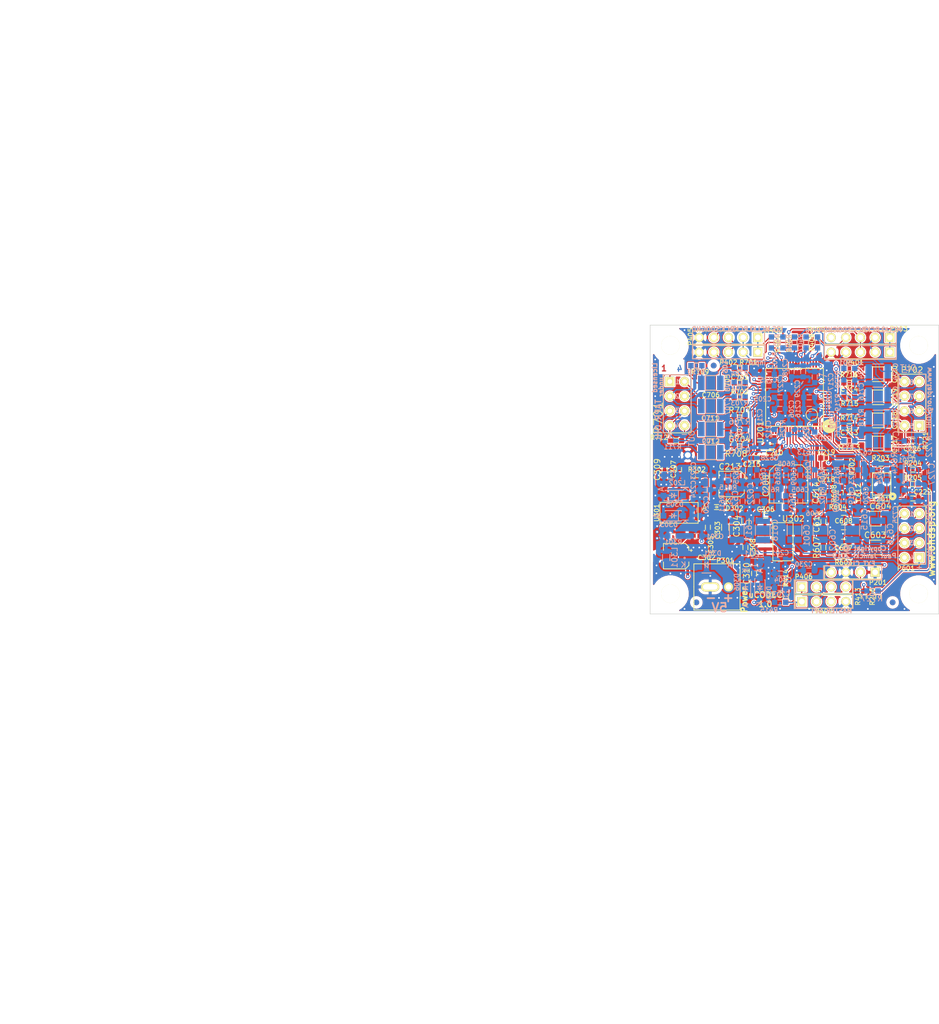
<source format=kicad_pcb>
(kicad_pcb (version 20171130) (host pcbnew "(5.1.0)-1")
  (title_block (title uDSP) (date 2019-04-02) (rev 1.0) (company "Open Hardware DSP Platform - www.ohdsp.org") (comment 1 "MERCHANTABILITY, SATISFACTORY QUALITY AND FITNESS FOR A PARTICULAR PURPOSE.") (comment 2 "is distributed WITHOUT ANY EXPRESS OR IMPLIED WARRANTY, INCLUDING OF") (comment 3 "Licensed under the TAPR Open Hardware License (www.tapr.org/OHL). This documentation") (comment 4 "Copyright Paul Janicki 2019"))
  (layers (0 F.Cu jumper) (1 In1.Cu power) (2 In2.Cu mixed) (31 B.Cu jumper) (34 B.Paste user) (35 F.Paste user) (36 B.SilkS user) (37 F.SilkS user) (38 B.Mask user) (39 F.Mask user) (44 Edge.Cuts user))
  (net 0 "")
  (net 1 GNDD)
  (net 2 +3V3)
  (net 3 /SPI_M_CLK)
  (net 4 /SPI_M_MOSI)
  (net 5 /SPI_M_CS)
  (net 6 /SPI_M_MISO)
  (net 7 /MCLK)
  (net 8 /IN_SDATA1)
  (net 9 /IN_LRCLK0)
  (net 10 /IN_BCLK0)
  (net 11 /IN_SDATA0)
  (net 12 /OUT_LRCLK0)
  (net 13 /OUT_BCLK0)
  (net 14 /OUT_SDATA0)
  (net 15 /OUT_SDATA1)
  (net 16 /OUT_SDATA2)
  (net 17 /OUT_SDATA3)
  (net 18 /GLB_RESET)
  (net 19 "Net-(P201-Pad2)")
  (net 20 "Net-(P401-Pad1)")
  (net 21 "Net-(D302-Pad1)")
  (net 22 "Net-(D301-Pad2)")
  (net 23 "Net-(C301-Pad1)")
  (net 24 "Net-(D301-Pad1)")
  (net 25 +3.3VA)
  (net 26 "Net-(C602-Pad1)")
  (net 27 "Net-(C601-Pad1)")
  (net 28 "Net-(C217-Pad1)")
  (net 29 "Net-(P402-Pad1)")
  (net 30 "Net-(P401-Pad4)")
  (net 31 "Net-(P402-Pad2)")
  (net 32 "Net-(P402-Pad3)")
  (net 33 "Net-(P402-Pad4)")
  (net 34 "Net-(P401-Pad2)")
  (net 35 "Net-(P401-Pad3)")
  (net 36 /DAC1LP)
  (net 37 /DAC1LN)
  (net 38 /ADC2RP)
  (net 39 /DAC1RP)
  (net 40 /ADC2LP)
  (net 41 /ADC2LN)
  (net 42 /ADC2RN)
  (net 43 /ADC1RP)
  (net 44 /ADC1RN)
  (net 45 /ADC1LP)
  (net 46 /ADC1LN)
  (net 47 /DAC4LP)
  (net 48 /DAC3LP)
  (net 49 /DAC3LN)
  (net 50 /DAC3RP)
  (net 51 /DAC3RN)
  (net 52 /DAC4LN)
  (net 53 /DAC4RP)
  (net 54 /DAC4RN)
  (net 55 /DAC2LP)
  (net 56 /DAC2LN)
  (net 57 /DAC2RP)
  (net 58 /DAC1RN)
  (net 59 /DAC2RN)
  (net 60 "Net-(P406-Pad2)")
  (net 61 "/DAC Passive Filters/OUT8N")
  (net 62 "Net-(C716-Pad2)")
  (net 63 "Net-(C702-Pad2)")
  (net 64 "/DAC Passive Filters/OUT2N")
  (net 65 "/DAC Passive Filters/OUT1N")
  (net 66 "Net-(C701-Pad2)")
  (net 67 "Net-(C701-Pad1)")
  (net 68 "/DAC Passive Filters/OUT1P")
  (net 69 "/DAC Passive Filters/OUT3P")
  (net 70 "Net-(C703-Pad1)")
  (net 71 "Net-(C715-Pad1)")
  (net 72 "/DAC Passive Filters/OUT7P")
  (net 73 "/DAC Passive Filters/OUT8P")
  (net 74 "Net-(C716-Pad1)")
  (net 75 "Net-(C715-Pad2)")
  (net 76 "/DAC Passive Filters/OUT6N")
  (net 77 "Net-(C714-Pad2)")
  (net 78 "Net-(C714-Pad1)")
  (net 79 "/DAC Passive Filters/OUT6P")
  (net 80 "/DAC Passive Filters/OUT5N")
  (net 81 "Net-(C713-Pad2)")
  (net 82 "Net-(C713-Pad1)")
  (net 83 "/DAC Passive Filters/OUT5P")
  (net 84 "/DAC Passive Filters/OUT4N")
  (net 85 "Net-(C704-Pad2)")
  (net 86 "Net-(C704-Pad1)")
  (net 87 "/DAC Passive Filters/OUT4P")
  (net 88 "/DAC Passive Filters/OUT3N")
  (net 89 "Net-(C703-Pad2)")
  (net 90 "Net-(C702-Pad1)")
  (net 91 "/DAC Passive Filters/OUT2P")
  (net 92 "/DAC Passive Filters/OUT7N")
  (net 93 "Net-(P405-Pad4)")
  (net 94 "Net-(P403-Pad4)")
  (net 95 "Net-(C226-Pad1)")
  (net 96 "Net-(C603-Pad1)")
  (net 97 "Net-(C604-Pad1)")
  (net 98 "Net-(C218-Pad1)")
  (net 99 "Net-(C218-Pad2)")
  (net 100 "Net-(C213-Pad1)")
  (net 101 /CM)
  (net 102 +5V)
  (net 103 "Net-(P406-Pad1)")
  (net 104 "Net-(P407-Pad1)")
  (net 105 "/ADC Passive Filters/IN1P")
  (net 106 "Net-(C618-Pad1)")
  (net 107 "/ADC Passive Filters/IN4N")
  (net 108 "/ADC Passive Filters/IN4P")
  (net 109 "Net-(C617-Pad1)")
  (net 110 "Net-(C616-Pad1)")
  (net 111 "/ADC Passive Filters/IN3N")
  (net 112 "/ADC Passive Filters/IN3P")
  (net 113 "Net-(C615-Pad1)")
  (net 114 "/ADC Passive Filters/IN2N")
  (net 115 "/ADC Passive Filters/IN1N")
  (net 116 "/ADC Passive Filters/IN2P")
  (net 117 "Net-(C619-Pad1)")
  (net 118 "Net-(C622-Pad1)")
  (net 119 "Net-(C621-Pad1)")
  (net 120 "Net-(C620-Pad1)")
  (net 121 "Net-(C608-Pad1)")
  (net 122 "Net-(C607-Pad1)")
  (net 123 "Net-(C606-Pad1)")
  (net 124 "Net-(C605-Pad1)")
  (net 125 "Net-(C727-Pad1)")
  (net 126 /CODEC_RST)
  (net 127 /AD1939/AVDD)
  (net 128 /AD1939/DVDD)
  (net 129 /AD1939/XTALIN)
  (net 130 /AD1939/XTALOUT)
  (module MyKiCadLibs-Footprints:FID-1MM-2MM (layer B.Cu) (at 174 119)
    (fp_text reference FID304 hide)
    (fp_text value MNT_HOLE hide)
    (pad 1 smd circle (at 0 0) (size 1 1) (layers B.Cu B.Paste B.Mask) (clearance 0.6))
  )
  (module MyKiCadLibs-Footprints:FID-1MM-2MM (layer F.Cu) (at 143 78)
    (fp_text reference FID303 hide)
    (fp_text value MNT_HOLE hide)
    (pad 1 smd circle (at 0 0) (size 1 1) (layers F.Cu F.Paste F.Mask) (clearance 0.6))
  )
  (module MyKiCadLibs-Footprints:FID-1MM-2MM (layer B.Cu) (at 140 119)
    (fp_text reference FID302 hide)
    (fp_text value MNT_HOLE hide)
    (pad 1 smd circle (at 0 0) (size 1 1) (layers B.Cu B.Paste B.Mask) (clearance 0.6))
  )
  (module MyKiCadLibs-Footprints:FID-1MM-2MM (layer F.Cu) (at 140 119)
    (fp_text reference FID301 hide)
    (fp_text value MNT_HOLE hide)
    (pad 1 smd circle (at 0 0) (size 1 1) (layers F.Cu F.Paste F.Mask) (clearance 0.6))
  )
  (module MyKiCadLibs-Footprints:FID-1MM-2MM (layer B.Cu) (at 143 78)
    (fp_text reference FID306 hide)
    (fp_text value MNT_HOLE hide)
    (pad 1 smd circle (at 0 0) (size 1 1) (layers B.Cu B.Paste B.Mask) (clearance 0.6))
  )
  (module MyKiCadLibs-Footprints:FID-1MM-2MM (layer F.Cu) (at 174 119)
    (fp_text reference FID305 hide)
    (fp_text value MNT_HOLE hide)
    (pad 1 smd circle (at 0 0) (size 1 1) (layers F.Cu F.Paste F.Mask) (clearance 0.6))
  )
  (module MyKiCadLibs-Footprints:SMD-0603 (layer B.Cu) (at 176 100.5 270)
    (fp_text reference C725 (at 3.3 1.5 90) (layer B.SilkS) (effects (font (size 0.8 0.8)) (justify mirror)))
    (fp_text value 10u hide)
    (pad 2 smd rect (at 0.95 0 270) (size 0.9 0.9) (layers B.Cu B.Paste B.Mask) (net 1 GNDD))
    (pad 1 smd rect (at -0.95 0 270) (size 0.9 0.9) (layers B.Cu B.Paste B.Mask) (net 2 +3V3))
  )
  (module MyKiCadLibs-Footprints:IC-SOT143 (layer B.Cu) (at 176.5 96.5 90)
    (fp_text reference U701 (at 2.1 0 180) (layer B.SilkS) (effects (font (size 0.8 0.8)) (justify mirror)))
    (fp_text value CAT811TTBI hide)
    (pad 4 smd rect (at -0.95 0.9 90) (size 0.8 0.9) (layers B.Cu B.Paste B.Mask) (net 2 +3V3))
    (pad 3 smd rect (at 0.95 0.9 90) (size 0.8 0.9) (layers B.Cu B.Paste B.Mask) (net 125 "Net-(C727-Pad1)"))
    (pad 2 smd rect (at 0.95 -0.9 90) (size 0.8 0.9) (layers B.Cu B.Paste B.Mask) (net 126 /CODEC_RST))
    (pad 1 smd rect (at -0.75 -0.9 90) (size 1.2 0.9) (layers B.Cu B.Paste B.Mask) (net 1 GNDD))
  )
  (module MyKiCadLibs-Footprints:SMD-0603 (layer B.Cu) (at 170.5 117 180)
    (fp_text reference R727 (at 0.1 -1.3 180) (layer B.SilkS) (effects (justify mirror)))
    (fp_text value 100 hide)
    (pad 2 smd rect (at 0.95 0 180) (size 0.9 0.9) (layers B.Cu B.Paste B.Mask) (net 18 /GLB_RESET))
    (pad 1 smd rect (at -0.95 0 180) (size 0.9 0.9) (layers B.Cu B.Paste B.Mask) (net 125 "Net-(C727-Pad1)"))
  )
  (module MyKiCadLibs-Footprints:SMD-0603 (layer B.Cu) (at 156 89 90)
    (fp_text reference R725 (at 0.1 -1 90) (layer B.SilkS) (effects (font (size 0.8 0.8)) (justify mirror)))
    (fp_text value 100K hide)
    (pad 2 smd rect (at 0.95 0 90) (size 0.9 0.9) (layers B.Cu B.Paste B.Mask) (net 1 GNDD))
    (pad 1 smd rect (at -0.95 0 90) (size 0.9 0.9) (layers B.Cu B.Paste B.Mask) (net 126 /CODEC_RST))
  )
  (module MyKiCadLibs-Footprints:SMD-0603 (layer B.Cu) (at 179.5 96.5 90)
    (fp_text reference C727 (at -0.3 1.27 90) (layer B.SilkS) (effects (justify mirror)))
    (fp_text value 10n hide)
    (pad 2 smd rect (at 0.95 0 90) (size 0.9 0.9) (layers B.Cu B.Paste B.Mask) (net 1 GNDD))
    (pad 1 smd rect (at -0.95 0 90) (size 0.9 0.9) (layers B.Cu B.Paste B.Mask) (net 125 "Net-(C727-Pad1)"))
  )
  (module MyKiCadLibs-Footprints:SMD-0603 (layer B.Cu) (at 178.5 100.5 270)
    (fp_text reference C726 (at 3.3 -1.9 270) (layer B.SilkS) (effects (justify mirror)))
    (fp_text value 100n hide)
    (pad 2 smd rect (at 0.95 0 270) (size 0.9 0.9) (layers B.Cu B.Paste B.Mask) (net 1 GNDD))
    (pad 1 smd rect (at -0.95 0 270) (size 0.9 0.9) (layers B.Cu B.Paste B.Mask) (net 2 +3V3))
  )
  (module MyKiCadLibs-Footprints:IC-SOT223-6 (layer F.Cu) (at 155 108.5 270)
    (fp_text reference U302 (at -4 -1.8) (layer F.SilkS))
    (fp_text value TPS7A4533DCQ hide)
    (pad 4 smd rect (at 1.27 3.1115 270) (size 0.55 2.15) (layers F.Cu F.Paste F.Mask) (net 25 +3.3VA))
    (pad 2 smd rect (at -1.27 3.1115 270) (size 0.55 2.15) (layers F.Cu F.Paste F.Mask) (net 102 +5V))
    (pad 1 smd rect (at -2.54 3.1115 270) (size 0.55 2.15) (layers F.Cu F.Paste F.Mask) (net 102 +5V))
    (pad 5 smd rect (at 2.54 3.1115 270) (size 0.55 2.15) (layers F.Cu F.Paste F.Mask) (net 25 +3.3VA))
    (pad 3 smd rect (at 0 3.1115 270) (size 0.55 2.15) (layers F.Cu F.Paste F.Mask) (net 1 GNDD))
    (pad 3 smd rect (at 0 -3.1496 270) (size 3.6 2.2) (layers F.Cu F.Paste F.Mask) (net 1 GNDD))
  )
  (module MyKiCadLibs-Footprints:CONN_DIL_2X04 (layer F.Cu) (at 136.68 84.57)
    (fp_text reference P701 (at -3.28 2.53 90) (layer F.SilkS) (effects (font (size 1.5 1.5))))
    (fp_text value CONN_02X04 hide)
    (pad 1 thru_hole rect (at -1.27 -3.81) (size 1.6 1.6) (drill 0.8) (layers *.Cu *.Mask F.SilkS) (net 68 "/DAC Passive Filters/OUT1P"))
    (pad 2 thru_hole circle (at 1.27 -3.81) (size 1.6 1.6) (drill 0.8) (layers *.Cu *.Mask F.SilkS) (net 65 "/DAC Passive Filters/OUT1N"))
    (pad 3 thru_hole circle (at -1.27 -1.27) (size 1.6 1.6) (drill 0.8) (layers *.Cu *.Mask F.SilkS) (net 91 "/DAC Passive Filters/OUT2P"))
    (pad 4 thru_hole circle (at 1.27 -1.27) (size 1.6 1.6) (drill 0.8) (layers *.Cu *.Mask F.SilkS) (net 64 "/DAC Passive Filters/OUT2N"))
    (pad 5 thru_hole circle (at -1.27 1.27) (size 1.6 1.6) (drill 0.8) (layers *.Cu *.Mask F.SilkS) (net 69 "/DAC Passive Filters/OUT3P"))
    (pad 6 thru_hole circle (at 1.27 1.27) (size 1.6 1.6) (drill 0.8) (layers *.Cu *.Mask F.SilkS) (net 88 "/DAC Passive Filters/OUT3N"))
    (pad 7 thru_hole circle (at -1.27 3.81) (size 1.6 1.6) (drill 0.8) (layers *.Cu *.Mask F.SilkS) (net 87 "/DAC Passive Filters/OUT4P"))
    (pad 8 thru_hole circle (at 1.27 3.81) (size 1.6 1.6) (drill 0.8) (layers *.Cu *.Mask F.SilkS) (net 84 "/DAC Passive Filters/OUT4N"))
  )
  (module MyKiCadLibs-Footprints:CAP-SMD-SIZE-D (layer F.Cu) (at 156 98.5)
    (fp_text reference C208 (at -3.95 0.3 90) (layer F.SilkS))
    (fp_text value 47u hide)
    (pad 1 smd rect (at 0 -2.8) (size 1.5 4) (layers F.Cu F.Paste F.Mask) (net 101 /CM))
    (pad 2 smd rect (at 0 2.8) (size 1.5 4) (layers F.Cu F.Paste F.Mask) (net 1 GNDD))
  )
  (module MyKiCadLibs-Footprints:XTAL_3.2x2.5_4PIN (layer F.Cu) (at 172.1 98.5 90)
    (fp_text reference X201 (at -2.6 -0.2) (layer F.SilkS) (effects (font (size 0.8 0.8))))
    (fp_text value N/F hide)
    (pad 1 smd rect (at -1.1 0.85 90) (size 1.4 1.2) (layers F.Cu F.Paste F.Mask) (net 129 /AD1939/XTALIN))
    (pad 2 smd rect (at 1.1 0.85 90) (size 1.4 1.2) (layers F.Cu F.Paste F.Mask) (net 1 GNDD))
    (pad 3 smd rect (at 1.1 -0.85 90) (size 1.4 1.2) (layers F.Cu F.Paste F.Mask) (net 95 "Net-(C226-Pad1)"))
    (pad 4 smd rect (at -1.1 -0.85 90) (size 1.4 1.2) (layers F.Cu F.Paste F.Mask) (net 1 GNDD))
  )
  (module MyKiCadLibs-Footprints:SMD-0603 (layer F.Cu) (at 177.5 101)
    (fp_text reference C222 (at 1.7 -1.1) (layer F.SilkS) (effects (font (size 0.8 0.8))))
    (fp_text value N/F hide)
    (pad 2 smd rect (at 0.95 0) (size 0.9 0.9) (layers F.Cu F.Paste F.Mask) (net 1 GNDD))
    (pad 1 smd rect (at -0.95 0) (size 0.9 0.9) (layers F.Cu F.Paste F.Mask) (net 129 /AD1939/XTALIN))
  )
  (module MyKiCadLibs-Footprints:SMD-0603 (layer B.Cu) (at 169 94)
    (fp_text reference C627 (at -0.1 -1) (layer B.SilkS) (effects (font (size 0.8 0.8)) (justify mirror)))
    (fp_text value 100p hide)
    (pad 2 smd rect (at 0.95 0) (size 0.9 0.9) (layers B.Cu B.Paste B.Mask) (net 41 /ADC2LN))
    (pad 1 smd rect (at -0.95 0) (size 0.9 0.9) (layers B.Cu B.Paste B.Mask) (net 40 /ADC2LP))
  )
  (module MyKiCadLibs-Footprints:SMD-0603 (layer B.Cu) (at 150.5 101.5 270)
    (fp_text reference C622 (at -1.3 1.1 270) (layer B.SilkS) (effects (justify mirror)))
    (fp_text value 100p hide)
    (pad 1 smd rect (at -0.95 0 270) (size 0.9 0.9) (layers B.Cu B.Paste B.Mask) (net 118 "Net-(C622-Pad1)"))
    (pad 2 smd rect (at 0.95 0 270) (size 0.9 0.9) (layers B.Cu B.Paste B.Mask) (net 1 GNDD))
  )
  (module MyKiCadLibs-Footprints:SMD-0603 (layer B.Cu) (at 168 97 270)
    (fp_text reference C623 (at 0 1.1 270) (layer B.SilkS) (effects (font (size 0.8 0.8)) (justify mirror)))
    (fp_text value 1n hide)
    (pad 2 smd rect (at 0.95 0 270) (size 0.9 0.9) (layers B.Cu B.Paste B.Mask) (net 1 GNDD))
    (pad 1 smd rect (at -0.95 0 270) (size 0.9 0.9) (layers B.Cu B.Paste B.Mask) (net 40 /ADC2LP))
  )
  (module MyKiCadLibs-Footprints:SMD-0603 (layer B.Cu) (at 170.5 97 90)
    (fp_text reference C624 (at 0 1.2 90) (layer B.SilkS) (effects (font (size 0.8 0.8)) (justify mirror)))
    (fp_text value 1n hide)
    (pad 1 smd rect (at -0.95 0 90) (size 0.9 0.9) (layers B.Cu B.Paste B.Mask) (net 1 GNDD))
    (pad 2 smd rect (at 0.95 0 90) (size 0.9 0.9) (layers B.Cu B.Paste B.Mask) (net 41 /ADC2LN))
  )
  (module MyKiCadLibs-Footprints:SMD-0603 (layer B.Cu) (at 148 97 270)
    (fp_text reference C625 (at 0 1.1 270) (layer B.SilkS) (effects (font (size 0.8 0.8)) (justify mirror)))
    (fp_text value 1n hide)
    (pad 2 smd rect (at 0.95 0 270) (size 0.9 0.9) (layers B.Cu B.Paste B.Mask) (net 1 GNDD))
    (pad 1 smd rect (at -0.95 0 270) (size 0.9 0.9) (layers B.Cu B.Paste B.Mask) (net 45 /ADC1LP))
  )
  (module MyKiCadLibs-Footprints:SMD-0603 (layer B.Cu) (at 150.5 97 90)
    (fp_text reference C626 (at -0.2 1.1 90) (layer B.SilkS) (effects (font (size 0.8 0.8)) (justify mirror)))
    (fp_text value 1n hide)
    (pad 1 smd rect (at -0.95 0 90) (size 0.9 0.9) (layers B.Cu B.Paste B.Mask) (net 1 GNDD))
    (pad 2 smd rect (at 0.95 0 90) (size 0.9 0.9) (layers B.Cu B.Paste B.Mask) (net 46 /ADC1LN))
  )
  (module MyKiCadLibs-Footprints:SMD-0603 (layer B.Cu) (at 149.5 94)
    (fp_text reference C628 (at 3.2 0) (layer B.SilkS) (effects (font (size 0.8 0.8)) (justify mirror)))
    (fp_text value 100p hide)
    (pad 2 smd rect (at 0.95 0) (size 0.9 0.9) (layers B.Cu B.Paste B.Mask) (net 46 /ADC1LN))
    (pad 1 smd rect (at -0.95 0) (size 0.9 0.9) (layers B.Cu B.Paste B.Mask) (net 45 /ADC1LP))
  )
  (module MyKiCadLibs-Footprints:SMD-0603 (layer F.Cu) (at 162 105 270)
    (fp_text reference C611 (at 0 1.2 270) (layer F.SilkS))
    (fp_text value 1n hide)
    (pad 1 smd rect (at -0.95 0 270) (size 0.9 0.9) (layers F.Cu F.Paste F.Mask) (net 38 /ADC2RP))
    (pad 2 smd rect (at 0.95 0 270) (size 0.9 0.9) (layers F.Cu F.Paste F.Mask) (net 1 GNDD))
  )
  (module MyKiCadLibs-Footprints:SMD-0603 (layer B.Cu) (at 148 101.5 270)
    (fp_text reference C621 (at 0 1.27 270) (layer B.SilkS) (effects (justify mirror)))
    (fp_text value 100p hide)
    (pad 2 smd rect (at 0.95 0 270) (size 0.9 0.9) (layers B.Cu B.Paste B.Mask) (net 1 GNDD))
    (pad 1 smd rect (at -0.95 0 270) (size 0.9 0.9) (layers B.Cu B.Paste B.Mask) (net 119 "Net-(C621-Pad1)"))
  )
  (module MyKiCadLibs-Footprints:SMD-0603 (layer F.Cu) (at 167 100 90)
    (fp_text reference C612 (at 0 1.1 90) (layer F.SilkS) (effects (font (size 0.8 0.8))))
    (fp_text value 1n hide)
    (pad 1 smd rect (at -0.95 0 90) (size 0.9 0.9) (layers F.Cu F.Paste F.Mask) (net 1 GNDD))
    (pad 2 smd rect (at 0.95 0 90) (size 0.9 0.9) (layers F.Cu F.Paste F.Mask) (net 42 /ADC2RN))
  )
  (module MyKiCadLibs-Footprints:SMD-1210 (layer F.Cu) (at 171 109.5)
    (fp_text reference C603 (at 0 -2.15) (layer F.SilkS))
    (fp_text value 1u hide)
    (pad 2 smd rect (at 1.65 0) (size 1.1 2.5) (layers F.Cu F.Paste F.Mask) (net 108 "/ADC Passive Filters/IN4P"))
    (pad 1 smd rect (at -1.65 0) (size 1.1 2.5) (layers F.Cu F.Paste F.Mask) (net 96 "Net-(C603-Pad1)"))
  )
  (module MyKiCadLibs-Footprints:SMD-1210 (layer F.Cu) (at 171 104.5)
    (fp_text reference C604 (at 0.9 -2.15) (layer F.SilkS))
    (fp_text value 1u hide)
    (pad 1 smd rect (at -1.65 0) (size 1.1 2.5) (layers F.Cu F.Paste F.Mask) (net 97 "Net-(C604-Pad1)"))
    (pad 2 smd rect (at 1.65 0) (size 1.1 2.5) (layers F.Cu F.Paste F.Mask) (net 107 "/ADC Passive Filters/IN4N"))
  )
  (module MyKiCadLibs-Footprints:SMD-1210 (layer B.Cu) (at 167 106.5 270)
    (fp_text reference C615 (at -1.9 -2.1 270) (layer B.SilkS) (effects (justify mirror)))
    (fp_text value 1u hide)
    (pad 2 smd rect (at 1.65 0 270) (size 1.1 2.5) (layers B.Cu B.Paste B.Mask) (net 112 "/ADC Passive Filters/IN3P"))
    (pad 1 smd rect (at -1.65 0 270) (size 1.1 2.5) (layers B.Cu B.Paste B.Mask) (net 113 "Net-(C615-Pad1)"))
  )
  (module MyKiCadLibs-Footprints:SMD-1210 (layer B.Cu) (at 171.5 106.5 270)
    (fp_text reference C616 (at 0.7 -2.1 270) (layer B.SilkS) (effects (justify mirror)))
    (fp_text value 1u hide)
    (pad 1 smd rect (at -1.65 0 270) (size 1.1 2.5) (layers B.Cu B.Paste B.Mask) (net 110 "Net-(C616-Pad1)"))
    (pad 2 smd rect (at 1.65 0 270) (size 1.1 2.5) (layers B.Cu B.Paste B.Mask) (net 111 "/ADC Passive Filters/IN3N"))
  )
  (module MyKiCadLibs-Footprints:SMD-1210 (layer B.Cu) (at 147 106.5 270)
    (fp_text reference C617 (at 0 -2.1 270) (layer B.SilkS) (effects (justify mirror)))
    (fp_text value 1u hide)
    (pad 2 smd rect (at 1.65 0 270) (size 1.1 2.5) (layers B.Cu B.Paste B.Mask) (net 105 "/ADC Passive Filters/IN1P"))
    (pad 1 smd rect (at -1.65 0 270) (size 1.1 2.5) (layers B.Cu B.Paste B.Mask) (net 109 "Net-(C617-Pad1)"))
  )
  (module MyKiCadLibs-Footprints:SMD-1210 (layer B.Cu) (at 151.5 106.5 270)
    (fp_text reference C618 (at 0 -2.1 270) (layer B.SilkS) (effects (justify mirror)))
    (fp_text value 1u hide)
    (pad 1 smd rect (at -1.65 0 270) (size 1.1 2.5) (layers B.Cu B.Paste B.Mask) (net 106 "Net-(C618-Pad1)"))
    (pad 2 smd rect (at 1.65 0 270) (size 1.1 2.5) (layers B.Cu B.Paste B.Mask) (net 115 "/ADC Passive Filters/IN1N"))
  )
  (module MyKiCadLibs-Footprints:TP-1mm (layer F.Cu) (at 162.7 77.8)
    (fp_text reference P408 hide)
    (fp_text value PIN hide)
    (pad 1 smd circle (at 0 0) (size 1 1) (layers F.Cu F.Paste F.Mask) (net 17 /OUT_SDATA3))
  )
  (module MyKiCadLibs-Footprints:TP-1mm (layer F.Cu) (at 161.3 76.3)
    (fp_text reference P404 hide)
    (fp_text value PIN hide)
    (pad 1 smd circle (at 0 0) (size 1 1) (layers F.Cu F.Paste F.Mask) (net 16 /OUT_SDATA2))
  )
  (module MyKiCadLibs-Footprints:SMD-0603 (layer B.Cu) (at 154.5 119 180)
    (fp_text reference R415 (at 1.9 -1.3) (layer B.SilkS) (effects (font (size 0.8 0.8)) (justify mirror)))
    (fp_text value 22 hide)
    (pad 2 smd rect (at 0.95 0 180) (size 0.9 0.9) (layers B.Cu B.Paste B.Mask) (net 5 /SPI_M_CS))
    (pad 1 smd rect (at -0.95 0 180) (size 0.9 0.9) (layers B.Cu B.Paste B.Mask) (net 104 "Net-(P407-Pad1)"))
  )
  (module MyKiCadLibs-Footprints:SMD-0603 (layer F.Cu) (at 155.5 118 90)
    (fp_text reference R414 (at 3.2 0 90) (layer F.SilkS) (effects (font (size 0.8 0.8))))
    (fp_text value N/F hide)
    (pad 1 smd rect (at -0.95 0 90) (size 0.9 0.9) (layers F.Cu F.Paste F.Mask) (net 103 "Net-(P406-Pad1)"))
    (pad 2 smd rect (at 0.95 0 90) (size 0.9 0.9) (layers F.Cu F.Paste F.Mask) (net 5 /SPI_M_CS))
  )
  (module MyKiCadLibs-Footprints:SMD-0805 (layer B.Cu) (at 150 112)
    (fp_text reference L201 (at 0 -1.4) (layer B.SilkS) (effects (justify mirror)))
    (fp_text value 600R@100MHz hide)
    (pad 1 smd rect (at -1.1 0) (size 0.9 1.3) (layers B.Cu B.Paste B.Mask) (net 25 +3.3VA))
    (pad 2 smd rect (at 1.1 0) (size 0.9 1.3) (layers B.Cu B.Paste B.Mask) (net 127 /AD1939/AVDD))
  )
  (module MyKiCadLibs-Footprints:SMD-0603 (layer B.Cu) (at 176 92 270)
    (fp_text reference R723 (at 0 -1.3 270) (layer B.SilkS) (effects (justify mirror)))
    (fp_text value 220K hide)
    (pad 1 smd rect (at -0.95 0 270) (size 0.9 0.9) (layers B.Cu B.Paste B.Mask) (net 72 "/DAC Passive Filters/OUT7P"))
    (pad 2 smd rect (at 0.95 0 270) (size 0.9 0.9) (layers B.Cu B.Paste B.Mask) (net 92 "/DAC Passive Filters/OUT7N"))
  )
  (module MyKiCadLibs-Footprints:SMD-1210 (layer F.Cu) (at 171.5 83.5 180)
    (fp_text reference C719 (at -2.85 0.05 270) (layer F.SilkS) (effects (font (size 0.8 0.8))))
    (fp_text value 1u hide)
    (pad 2 smd rect (at 1.65 0 180) (size 1.1 2.5) (layers F.Cu F.Paste F.Mask) (net 78 "Net-(C714-Pad1)"))
    (pad 1 smd rect (at -1.65 0 180) (size 1.1 2.5) (layers F.Cu F.Paste F.Mask) (net 79 "/DAC Passive Filters/OUT6P"))
  )
  (module MyKiCadLibs-Footprints:SMD-1210 (layer F.Cu) (at 142.5 81)
    (fp_text reference C705 (at 2.9 0 270) (layer F.SilkS) (effects (font (size 0.8 0.8))))
    (fp_text value 1u hide)
    (pad 2 smd rect (at 1.65 0) (size 1.1 2.5) (layers F.Cu F.Paste F.Mask) (net 67 "Net-(C701-Pad1)"))
    (pad 1 smd rect (at -1.65 0) (size 1.1 2.5) (layers F.Cu F.Paste F.Mask) (net 68 "/DAC Passive Filters/OUT1P"))
  )
  (module MyKiCadLibs-Footprints:CAP-SMD-SIZE-B (layer F.Cu) (at 146.1 98.5 270)
    (fp_text reference C213 (at -3 0.3) (layer F.SilkS))
    (fp_text value 10u hide)
    (pad 2 smd rect (at 0 2 270) (size 1.2 3) (layers F.Cu F.Paste F.Mask) (net 1 GNDD))
    (pad 1 smd rect (at 0 -2 270) (size 1.2 3) (layers F.Cu F.Paste F.Mask) (net 100 "Net-(C213-Pad1)"))
  )
  (module MyKiCadLibs-Footprints:SMD-0603 (layer B.Cu) (at 154.5 116.5)
    (fp_text reference C203 (at 0.2 1.1) (layer B.SilkS) (effects (font (size 0.8 0.8)) (justify mirror)))
    (fp_text value 22u hide)
    (pad 2 smd rect (at 0.95 0) (size 0.9 0.9) (layers B.Cu B.Paste B.Mask) (net 1 GNDD))
    (pad 1 smd rect (at -0.95 0) (size 0.9 0.9) (layers B.Cu B.Paste B.Mask) (net 127 /AD1939/AVDD))
  )
  (module MyKiCadLibs-Footprints:SMD-0603 (layer B.Cu) (at 141.5 97)
    (fp_text reference C223 (at -2 -0.8 90) (layer B.SilkS) (effects (font (size 0.8 0.8)) (justify mirror)))
    (fp_text value 22u hide)
    (pad 2 smd rect (at 0.95 0) (size 0.9 0.9) (layers B.Cu B.Paste B.Mask) (net 1 GNDD))
    (pad 1 smd rect (at -0.95 0) (size 0.9 0.9) (layers B.Cu B.Paste B.Mask) (net 128 /AD1939/DVDD))
  )
  (module MyKiCadLibs-Footprints:SMD-0603 (layer F.Cu) (at 159 74 90)
    (fp_text reference R408 (at 0 1 90) (layer F.SilkS) (effects (font (size 0.8 0.8))))
    (fp_text value 0 hide)
    (pad 2 smd rect (at 0.95 0 90) (size 0.9 0.9) (layers F.Cu F.Paste F.Mask) (net 35 "Net-(P401-Pad3)"))
    (pad 1 smd rect (at -0.95 0 90) (size 0.9 0.9) (layers F.Cu F.Paste F.Mask) (net 13 /OUT_BCLK0))
  )
  (module MyKiCadLibs-Footprints:SMD-1210 (layer B.Cu) (at 161.5 106.5 270)
    (fp_text reference C602 (at 1.7 -2.1 270) (layer B.SilkS) (effects (justify mirror)))
    (fp_text value 1u hide)
    (pad 2 smd rect (at 1.65 0 270) (size 1.1 2.5) (layers B.Cu B.Paste B.Mask) (net 114 "/ADC Passive Filters/IN2N"))
    (pad 1 smd rect (at -1.65 0 270) (size 1.1 2.5) (layers B.Cu B.Paste B.Mask) (net 26 "Net-(C602-Pad1)"))
  )
  (module MyKiCadLibs-Footprints:SMD-1210 (layer B.Cu) (at 157 106.5 270)
    (fp_text reference C601 (at 0.9 -2.1 270) (layer B.SilkS) (effects (justify mirror)))
    (fp_text value 1u hide)
    (pad 1 smd rect (at -1.65 0 270) (size 1.1 2.5) (layers B.Cu B.Paste B.Mask) (net 27 "Net-(C601-Pad1)"))
    (pad 2 smd rect (at 1.65 0 270) (size 1.1 2.5) (layers B.Cu B.Paste B.Mask) (net 116 "/ADC Passive Filters/IN2P"))
  )
  (module MyKiCadLibs-Footprints:SMD-0603 (layer F.Cu) (at 162 100 90)
    (fp_text reference C614 (at 0 -1.27 90) (layer F.SilkS))
    (fp_text value 100p hide)
    (pad 2 smd rect (at 0.95 0 90) (size 0.9 0.9) (layers F.Cu F.Paste F.Mask) (net 42 /ADC2RN))
    (pad 1 smd rect (at -0.95 0 90) (size 0.9 0.9) (layers F.Cu F.Paste F.Mask) (net 38 /ADC2RP))
  )
  (module MyKiCadLibs-Footprints:CONN_DIL_2X04 (layer F.Cu) (at 177.32 84.57 180)
    (fp_text reference P702 (at -0.03 5.82) (layer F.SilkS))
    (fp_text value CONN_02X04 hide)
    (pad 8 thru_hole circle (at 1.27 3.81 180) (size 1.6 1.6) (drill 0.8) (layers *.Cu *.Mask F.SilkS) (net 61 "/DAC Passive Filters/OUT8N"))
    (pad 7 thru_hole circle (at -1.27 3.81 180) (size 1.6 1.6) (drill 0.8) (layers *.Cu *.Mask F.SilkS) (net 73 "/DAC Passive Filters/OUT8P"))
    (pad 6 thru_hole circle (at 1.27 1.27 180) (size 1.6 1.6) (drill 0.8) (layers *.Cu *.Mask F.SilkS) (net 92 "/DAC Passive Filters/OUT7N"))
    (pad 5 thru_hole circle (at -1.27 1.27 180) (size 1.6 1.6) (drill 0.8) (layers *.Cu *.Mask F.SilkS) (net 72 "/DAC Passive Filters/OUT7P"))
    (pad 4 thru_hole circle (at 1.27 -1.27 180) (size 1.6 1.6) (drill 0.8) (layers *.Cu *.Mask F.SilkS) (net 76 "/DAC Passive Filters/OUT6N"))
    (pad 3 thru_hole circle (at -1.27 -1.27 180) (size 1.6 1.6) (drill 0.8) (layers *.Cu *.Mask F.SilkS) (net 79 "/DAC Passive Filters/OUT6P"))
    (pad 2 thru_hole circle (at 1.27 -3.81 180) (size 1.6 1.6) (drill 0.8) (layers *.Cu *.Mask F.SilkS) (net 80 "/DAC Passive Filters/OUT5N"))
    (pad 1 thru_hole rect (at -1.27 -3.81 180) (size 1.6 1.6) (drill 0.8) (layers *.Cu *.Mask F.SilkS) (net 83 "/DAC Passive Filters/OUT5P"))
  )
  (module MyKiCadLibs-Footprints:SMD-0603 (layer F.Cu) (at 166.5 86)
    (fp_text reference R714 (at 0 1.1) (layer F.SilkS) (effects (font (size 0.8 0.8))))
    (fp_text value 1K hide)
    (pad 2 smd rect (at 0.95 0) (size 0.9 0.9) (layers F.Cu F.Paste F.Mask) (net 81 "Net-(C713-Pad2)"))
    (pad 1 smd rect (at -0.95 0) (size 0.9 0.9) (layers F.Cu F.Paste F.Mask) (net 49 /DAC3LN))
  )
  (module MyKiCadLibs-Footprints:SMD-0603 (layer F.Cu) (at 147.5 81 180)
    (fp_text reference C701 (at 0 0.95 180) (layer F.SilkS) (effects (font (size 0.8 0.8))))
    (fp_text value 1n hide)
    (pad 2 smd rect (at 0.95 0 180) (size 0.9 0.9) (layers F.Cu F.Paste F.Mask) (net 66 "Net-(C701-Pad2)"))
    (pad 1 smd rect (at -0.95 0 180) (size 0.9 0.9) (layers F.Cu F.Paste F.Mask) (net 67 "Net-(C701-Pad1)"))
  )
  (module MyKiCadLibs-Footprints:SMD-0603 (layer F.Cu) (at 166.5 83.5 180)
    (fp_text reference R715 (at -0.05 -1.1 180) (layer F.SilkS) (effects (font (size 0.8 0.8))))
    (fp_text value 1K hide)
    (pad 1 smd rect (at -0.95 0 180) (size 0.9 0.9) (layers F.Cu F.Paste F.Mask) (net 78 "Net-(C714-Pad1)"))
    (pad 2 smd rect (at 0.95 0 180) (size 0.9 0.9) (layers F.Cu F.Paste F.Mask) (net 50 /DAC3RP))
  )
  (module MyKiCadLibs-Footprints:SMD-0603 (layer B.Cu) (at 166.5 91 180)
    (fp_text reference R717 (at 0.7 -1.1) (layer B.SilkS) (effects (font (size 0.8 0.8)) (justify mirror)))
    (fp_text value 1K hide)
    (pad 2 smd rect (at 0.95 0 180) (size 0.9 0.9) (layers B.Cu B.Paste B.Mask) (net 47 /DAC4LP))
    (pad 1 smd rect (at -0.95 0 180) (size 0.9 0.9) (layers B.Cu B.Paste B.Mask) (net 71 "Net-(C715-Pad1)"))
  )
  (module MyKiCadLibs-Footprints:SMD-0603 (layer B.Cu) (at 166.5 87)
    (fp_text reference R718 (at 2.1 0 90) (layer B.SilkS) (effects (font (size 0.8 0.8)) (justify mirror)))
    (fp_text value 1K hide)
    (pad 1 smd rect (at -0.95 0) (size 0.9 0.9) (layers B.Cu B.Paste B.Mask) (net 52 /DAC4LN))
    (pad 2 smd rect (at 0.95 0) (size 0.9 0.9) (layers B.Cu B.Paste B.Mask) (net 75 "Net-(C715-Pad2)"))
  )
  (module MyKiCadLibs-Footprints:SMD-0603 (layer B.Cu) (at 166.5 84.5 180)
    (fp_text reference R719 (at 2 0.1 270) (layer B.SilkS) (effects (font (size 0.8 0.8)) (justify mirror)))
    (fp_text value 1K hide)
    (pad 2 smd rect (at 0.95 0 180) (size 0.9 0.9) (layers B.Cu B.Paste B.Mask) (net 53 /DAC4RP))
    (pad 1 smd rect (at -0.95 0 180) (size 0.9 0.9) (layers B.Cu B.Paste B.Mask) (net 74 "Net-(C716-Pad1)"))
  )
  (module MyKiCadLibs-Footprints:SMD-0603 (layer B.Cu) (at 166.5 80.5)
    (fp_text reference R720 (at -2 -0.1 90) (layer B.SilkS) (effects (font (size 0.8 0.8)) (justify mirror)))
    (fp_text value 1K hide)
    (pad 1 smd rect (at -0.95 0) (size 0.9 0.9) (layers B.Cu B.Paste B.Mask) (net 54 /DAC4RN))
    (pad 2 smd rect (at 0.95 0) (size 0.9 0.9) (layers B.Cu B.Paste B.Mask) (net 62 "Net-(C716-Pad2)"))
  )
  (module MyKiCadLibs-Footprints:SMD-0603 (layer F.Cu) (at 177.5 91 180)
    (fp_text reference R721 (at -2.2 0 270) (layer F.SilkS) (effects (font (size 0.8 0.8))))
    (fp_text value 220K hide)
    (pad 2 smd rect (at 0.95 0 180) (size 0.9 0.9) (layers F.Cu F.Paste F.Mask) (net 80 "/DAC Passive Filters/OUT5N"))
    (pad 1 smd rect (at -0.95 0 180) (size 0.9 0.9) (layers F.Cu F.Paste F.Mask) (net 83 "/DAC Passive Filters/OUT5P"))
  )
  (module MyKiCadLibs-Footprints:SMD-0603 (layer B.Cu) (at 147.5 89 180)
    (fp_text reference C703 (at 0 -1.2 180) (layer B.SilkS) (effects (justify mirror)))
    (fp_text value 1n hide)
    (pad 1 smd rect (at -0.95 0 180) (size 0.9 0.9) (layers B.Cu B.Paste B.Mask) (net 70 "Net-(C703-Pad1)"))
    (pad 2 smd rect (at 0.95 0 180) (size 0.9 0.9) (layers B.Cu B.Paste B.Mask) (net 89 "Net-(C703-Pad2)"))
  )
  (module MyKiCadLibs-Footprints:SMD-0603 (layer B.Cu) (at 166.5 82.5)
    (fp_text reference C716 (at 2.1 0 90) (layer B.SilkS) (effects (font (size 0.8 0.8)) (justify mirror)))
    (fp_text value 1n hide)
    (pad 2 smd rect (at 0.95 0) (size 0.9 0.9) (layers B.Cu B.Paste B.Mask) (net 62 "Net-(C716-Pad2)"))
    (pad 1 smd rect (at -0.95 0) (size 0.9 0.9) (layers B.Cu B.Paste B.Mask) (net 74 "Net-(C716-Pad1)"))
  )
  (module MyKiCadLibs-Footprints:SMD-0603 (layer F.Cu) (at 166.5 81)
    (fp_text reference C714 (at 0 1.1) (layer F.SilkS) (effects (font (size 0.8 0.8))))
    (fp_text value 1n hide)
    (pad 1 smd rect (at -0.95 0) (size 0.9 0.9) (layers F.Cu F.Paste F.Mask) (net 78 "Net-(C714-Pad1)"))
    (pad 2 smd rect (at 0.95 0) (size 0.9 0.9) (layers F.Cu F.Paste F.Mask) (net 77 "Net-(C714-Pad2)"))
  )
  (module MyKiCadLibs-Footprints:SMD-0603 (layer F.Cu) (at 166.5 88.5)
    (fp_text reference C713 (at 0 1.1) (layer F.SilkS) (effects (font (size 0.8 0.8))))
    (fp_text value 1n hide)
    (pad 2 smd rect (at 0.95 0) (size 0.9 0.9) (layers F.Cu F.Paste F.Mask) (net 81 "Net-(C713-Pad2)"))
    (pad 1 smd rect (at -0.95 0) (size 0.9 0.9) (layers F.Cu F.Paste F.Mask) (net 82 "Net-(C713-Pad1)"))
  )
  (module MyKiCadLibs-Footprints:SMD-0603 (layer B.Cu) (at 166.5 78.5 180)
    (fp_text reference R724 (at -2 -0.3 90) (layer B.SilkS) (effects (font (size 0.8 0.8)) (justify mirror)))
    (fp_text value 220K hide)
    (pad 1 smd rect (at -0.95 0 180) (size 0.9 0.9) (layers B.Cu B.Paste B.Mask) (net 73 "/DAC Passive Filters/OUT8P"))
    (pad 2 smd rect (at 0.95 0 180) (size 0.9 0.9) (layers B.Cu B.Paste B.Mask) (net 61 "/DAC Passive Filters/OUT8N"))
  )
  (module MyKiCadLibs-Footprints:SMD-0603 (layer F.Cu) (at 147.5 89.5 180)
    (fp_text reference C704 (at 0 -1.27 180) (layer F.SilkS))
    (fp_text value 1n hide)
    (pad 2 smd rect (at 0.95 0 180) (size 0.9 0.9) (layers F.Cu F.Paste F.Mask) (net 85 "Net-(C704-Pad2)"))
    (pad 1 smd rect (at -0.95 0 180) (size 0.9 0.9) (layers F.Cu F.Paste F.Mask) (net 86 "Net-(C704-Pad1)"))
  )
  (module MyKiCadLibs-Footprints:SMD-0603 (layer B.Cu) (at 147.5 80.8)
    (fp_text reference C702 (at 0.1 1.1) (layer B.SilkS) (effects (font (size 0.8 0.8)) (justify mirror)))
    (fp_text value 1n hide)
    (pad 1 smd rect (at -0.95 0) (size 0.9 0.9) (layers B.Cu B.Paste B.Mask) (net 90 "Net-(C702-Pad1)"))
    (pad 2 smd rect (at 0.95 0) (size 0.9 0.9) (layers B.Cu B.Paste B.Mask) (net 63 "Net-(C702-Pad2)"))
  )
  (module MyKiCadLibs-Footprints:SMD-0603 (layer B.Cu) (at 166.5 89)
    (fp_text reference C715 (at -2 0 90) (layer B.SilkS) (effects (font (size 0.8 0.8)) (justify mirror)))
    (fp_text value 1n hide)
    (pad 2 smd rect (at 0.95 0) (size 0.9 0.9) (layers B.Cu B.Paste B.Mask) (net 75 "Net-(C715-Pad2)"))
    (pad 1 smd rect (at -0.95 0) (size 0.9 0.9) (layers B.Cu B.Paste B.Mask) (net 71 "Net-(C715-Pad1)"))
  )
  (module MyKiCadLibs-Footprints:SMD-0603 (layer F.Cu) (at 166.5 78.5)
    (fp_text reference R716 (at -0.05 1.1) (layer F.SilkS) (effects (font (size 0.8 0.8))))
    (fp_text value 1K hide)
    (pad 1 smd rect (at -0.95 0) (size 0.9 0.9) (layers F.Cu F.Paste F.Mask) (net 51 /DAC3RN))
    (pad 2 smd rect (at 0.95 0) (size 0.9 0.9) (layers F.Cu F.Paste F.Mask) (net 77 "Net-(C714-Pad2)"))
  )
  (module MyKiCadLibs-Footprints:SMD-0603 (layer B.Cu) (at 179 92 270)
    (fp_text reference R722 (at 0 -1.3 270) (layer B.SilkS) (effects (justify mirror)))
    (fp_text value 220K hide)
    (pad 2 smd rect (at 0.95 0 270) (size 0.9 0.9) (layers B.Cu B.Paste B.Mask) (net 76 "/DAC Passive Filters/OUT6N"))
    (pad 1 smd rect (at -0.95 0 270) (size 0.9 0.9) (layers B.Cu B.Paste B.Mask) (net 79 "/DAC Passive Filters/OUT6P"))
  )
  (module MyKiCadLibs-Footprints:SMD-0603 (layer F.Cu) (at 166.5 91 180)
    (fp_text reference R713 (at 0 -1.2 180) (layer F.SilkS))
    (fp_text value 1K hide)
    (pad 1 smd rect (at -0.95 0 180) (size 0.9 0.9) (layers F.Cu F.Paste F.Mask) (net 82 "Net-(C713-Pad1)"))
    (pad 2 smd rect (at 0.95 0 180) (size 0.9 0.9) (layers F.Cu F.Paste F.Mask) (net 48 /DAC3LP))
  )
  (module MyKiCadLibs-Footprints:SMD-0603 (layer F.Cu) (at 147.5 78.5)
    (fp_text reference R701 (at 1.5 -1.05 180) (layer F.SilkS) (effects (font (size 0.8 0.8))))
    (fp_text value 1K hide)
    (pad 2 smd rect (at 0.95 0) (size 0.9 0.9) (layers F.Cu F.Paste F.Mask) (net 36 /DAC1LP))
    (pad 1 smd rect (at -0.95 0) (size 0.9 0.9) (layers F.Cu F.Paste F.Mask) (net 67 "Net-(C701-Pad1)"))
  )
  (module MyKiCadLibs-Footprints:SMD-0603 (layer F.Cu) (at 147.5 83.5 180)
    (fp_text reference R702 (at 0 0.95 180) (layer F.SilkS) (effects (font (size 0.8 0.8))))
    (fp_text value 1K hide)
    (pad 1 smd rect (at -0.95 0 180) (size 0.9 0.9) (layers F.Cu F.Paste F.Mask) (net 37 /DAC1LN))
    (pad 2 smd rect (at 0.95 0 180) (size 0.9 0.9) (layers F.Cu F.Paste F.Mask) (net 66 "Net-(C701-Pad2)"))
  )
  (module MyKiCadLibs-Footprints:SMD-0603 (layer B.Cu) (at 147.5 91.5)
    (fp_text reference R705 (at 0 1.27) (layer B.SilkS) (effects (justify mirror)))
    (fp_text value 1K hide)
    (pad 2 smd rect (at 0.95 0) (size 0.9 0.9) (layers B.Cu B.Paste B.Mask) (net 55 /DAC2LP))
    (pad 1 smd rect (at -0.95 0) (size 0.9 0.9) (layers B.Cu B.Paste B.Mask) (net 70 "Net-(C703-Pad1)"))
  )
  (module MyKiCadLibs-Footprints:SMD-0603 (layer B.Cu) (at 147.5 86.5 180)
    (fp_text reference R706 (at 0 -1.2 180) (layer B.SilkS) (effects (justify mirror)))
    (fp_text value 1K hide)
    (pad 1 smd rect (at -0.95 0 180) (size 0.9 0.9) (layers B.Cu B.Paste B.Mask) (net 56 /DAC2LN))
    (pad 2 smd rect (at 0.95 0 180) (size 0.9 0.9) (layers B.Cu B.Paste B.Mask) (net 89 "Net-(C703-Pad2)"))
  )
  (module MyKiCadLibs-Footprints:SMD-0603 (layer F.Cu) (at 147.5 87)
    (fp_text reference R707 (at 0 -1.27) (layer F.SilkS))
    (fp_text value 1K hide)
    (pad 2 smd rect (at 0.95 0) (size 0.9 0.9) (layers F.Cu F.Paste F.Mask) (net 57 /DAC2RP))
    (pad 1 smd rect (at -0.95 0) (size 0.9 0.9) (layers F.Cu F.Paste F.Mask) (net 86 "Net-(C704-Pad1)"))
  )
  (module MyKiCadLibs-Footprints:SMD-0603 (layer F.Cu) (at 147.5 92 180)
    (fp_text reference R708 (at 0.6 -1.27 180) (layer F.SilkS))
    (fp_text value 1K hide)
    (pad 1 smd rect (at -0.95 0 180) (size 0.9 0.9) (layers F.Cu F.Paste F.Mask) (net 59 /DAC2RN))
    (pad 2 smd rect (at 0.95 0 180) (size 0.9 0.9) (layers F.Cu F.Paste F.Mask) (net 85 "Net-(C704-Pad2)"))
  )
  (module MyKiCadLibs-Footprints:SMD-0603 (layer F.Cu) (at 140 78)
    (fp_text reference R709 (at 0.65 1.1) (layer F.SilkS) (effects (font (size 0.8 0.8))))
    (fp_text value 220K hide)
    (pad 2 smd rect (at 0.95 0) (size 0.9 0.9) (layers F.Cu F.Paste F.Mask) (net 65 "/DAC Passive Filters/OUT1N"))
    (pad 1 smd rect (at -0.95 0) (size 0.9 0.9) (layers F.Cu F.Paste F.Mask) (net 68 "/DAC Passive Filters/OUT1P"))
  )
  (module MyKiCadLibs-Footprints:SMD-0603 (layer B.Cu) (at 135.5 91)
    (fp_text reference R711 (at 0.4 1.1) (layer B.SilkS) (effects (font (size 0.8 0.8)) (justify mirror)))
    (fp_text value 220K hide)
    (pad 1 smd rect (at -0.95 0) (size 0.9 0.9) (layers B.Cu B.Paste B.Mask) (net 69 "/DAC Passive Filters/OUT3P"))
    (pad 2 smd rect (at 0.95 0) (size 0.9 0.9) (layers B.Cu B.Paste B.Mask) (net 88 "/DAC Passive Filters/OUT3N"))
  )
  (module MyKiCadLibs-Footprints:SMD-0603 (layer F.Cu) (at 136.5 91)
    (fp_text reference R712 (at -2.95 -0.55 180) (layer F.SilkS) (effects (font (size 0.8 0.8))))
    (fp_text value 220K hide)
    (pad 2 smd rect (at 0.95 0) (size 0.9 0.9) (layers F.Cu F.Paste F.Mask) (net 84 "/DAC Passive Filters/OUT4N"))
    (pad 1 smd rect (at -0.95 0) (size 0.9 0.9) (layers F.Cu F.Paste F.Mask) (net 87 "/DAC Passive Filters/OUT4P"))
  )
  (module MyKiCadLibs-Footprints:SMD-0603 (layer B.Cu) (at 147.5 83.3)
    (fp_text reference R703 (at 0 1.2) (layer B.SilkS) (effects (font (size 0.8 0.8)) (justify mirror)))
    (fp_text value 1K hide)
    (pad 1 smd rect (at -0.95 0) (size 0.9 0.9) (layers B.Cu B.Paste B.Mask) (net 90 "Net-(C702-Pad1)"))
    (pad 2 smd rect (at 0.95 0) (size 0.9 0.9) (layers B.Cu B.Paste B.Mask) (net 39 /DAC1RP))
  )
  (module MyKiCadLibs-Footprints:SMD-0603 (layer B.Cu) (at 140 78)
    (fp_text reference R710 (at 0 1.1) (layer B.SilkS) (effects (font (size 0.8 0.8)) (justify mirror)))
    (fp_text value 220K hide)
    (pad 2 smd rect (at 0.95 0) (size 0.9 0.9) (layers B.Cu B.Paste B.Mask) (net 64 "/DAC Passive Filters/OUT2N"))
    (pad 1 smd rect (at -0.95 0) (size 0.9 0.9) (layers B.Cu B.Paste B.Mask) (net 91 "/DAC Passive Filters/OUT2P"))
  )
  (module MyKiCadLibs-Footprints:SMD-0603 (layer B.Cu) (at 147.5 78.3 180)
    (fp_text reference R704 (at 0 -1.1 180) (layer B.SilkS) (effects (font (size 0.8 0.8)) (justify mirror)))
    (fp_text value 1K hide)
    (pad 1 smd rect (at -0.95 0 180) (size 0.9 0.9) (layers B.Cu B.Paste B.Mask) (net 58 /DAC1RN))
    (pad 2 smd rect (at 0.95 0 180) (size 0.9 0.9) (layers B.Cu B.Paste B.Mask) (net 63 "Net-(C702-Pad2)"))
  )
  (module MyKiCadLibs-Footprints:SMD-1210 (layer B.Cu) (at 142.5 85)
    (fp_text reference C707 (at 2.9 0 -90) (layer B.SilkS) (effects (font (size 0.8 0.8)) (justify mirror)))
    (fp_text value 1u hide)
    (pad 2 smd rect (at 1.65 0) (size 1.1 2.5) (layers B.Cu B.Paste B.Mask) (net 90 "Net-(C702-Pad1)"))
    (pad 1 smd rect (at -1.65 0) (size 1.1 2.5) (layers B.Cu B.Paste B.Mask) (net 91 "/DAC Passive Filters/OUT2P"))
  )
  (module MyKiCadLibs-Footprints:SMD-1210 (layer B.Cu) (at 142.5 89)
    (fp_text reference C710 (at 0 -1.9) (layer B.SilkS) (effects (font (size 0.8 0.8)) (justify mirror)))
    (fp_text value 1u hide)
    (pad 1 smd rect (at -1.65 0) (size 1.1 2.5) (layers B.Cu B.Paste B.Mask) (net 88 "/DAC Passive Filters/OUT3N"))
    (pad 2 smd rect (at 1.65 0) (size 1.1 2.5) (layers B.Cu B.Paste B.Mask) (net 89 "Net-(C703-Pad2)"))
  )
  (module MyKiCadLibs-Footprints:SMD-1210 (layer F.Cu) (at 142.5 89)
    (fp_text reference C711 (at -0.1 -1.9) (layer F.SilkS) (effects (font (size 0.8 0.8))))
    (fp_text value 1u hide)
    (pad 2 smd rect (at 1.65 0) (size 1.1 2.5) (layers F.Cu F.Paste F.Mask) (net 86 "Net-(C704-Pad1)"))
    (pad 1 smd rect (at -1.65 0) (size 1.1 2.5) (layers F.Cu F.Paste F.Mask) (net 87 "/DAC Passive Filters/OUT4P"))
  )
  (module MyKiCadLibs-Footprints:SMD-1210 (layer F.Cu) (at 142.5 93)
    (fp_text reference C712 (at 0 -1.9) (layer F.SilkS) (effects (font (size 0.8 0.8))))
    (fp_text value 1u hide)
    (pad 1 smd rect (at -1.65 0) (size 1.1 2.5) (layers F.Cu F.Paste F.Mask) (net 84 "/DAC Passive Filters/OUT4N"))
    (pad 2 smd rect (at 1.65 0) (size 1.1 2.5) (layers F.Cu F.Paste F.Mask) (net 85 "Net-(C704-Pad2)"))
  )
  (module MyKiCadLibs-Footprints:SMD-1210 (layer F.Cu) (at 171.5 91.5 180)
    (fp_text reference C717 (at -2.85 -0.1 270) (layer F.SilkS) (effects (font (size 0.8 0.8))))
    (fp_text value 1u hide)
    (pad 2 smd rect (at 1.65 0 180) (size 1.1 2.5) (layers F.Cu F.Paste F.Mask) (net 82 "Net-(C713-Pad1)"))
    (pad 1 smd rect (at -1.65 0 180) (size 1.1 2.5) (layers F.Cu F.Paste F.Mask) (net 83 "/DAC Passive Filters/OUT5P"))
  )
  (module MyKiCadLibs-Footprints:SMD-1210 (layer F.Cu) (at 171.5 87.5 180)
    (fp_text reference C718 (at -2.85 0 270) (layer F.SilkS) (effects (font (size 0.8 0.8))))
    (fp_text value 1u hide)
    (pad 1 smd rect (at -1.65 0 180) (size 1.1 2.5) (layers F.Cu F.Paste F.Mask) (net 80 "/DAC Passive Filters/OUT5N"))
    (pad 2 smd rect (at 1.65 0 180) (size 1.1 2.5) (layers F.Cu F.Paste F.Mask) (net 81 "Net-(C713-Pad2)"))
  )
  (module MyKiCadLibs-Footprints:SMD-1210 (layer F.Cu) (at 171.5 79.5 180)
    (fp_text reference C720 (at -2.85 0 270) (layer F.SilkS) (effects (font (size 0.8 0.8))))
    (fp_text value 1u hide)
    (pad 1 smd rect (at -1.65 0 180) (size 1.1 2.5) (layers F.Cu F.Paste F.Mask) (net 76 "/DAC Passive Filters/OUT6N"))
    (pad 2 smd rect (at 1.65 0 180) (size 1.1 2.5) (layers F.Cu F.Paste F.Mask) (net 77 "Net-(C714-Pad2)"))
  )
  (module MyKiCadLibs-Footprints:SMD-1210 (layer B.Cu) (at 171.5 87 180)
    (fp_text reference C722 (at -3 -0.1 270) (layer B.SilkS) (effects (font (size 0.8 0.8)) (justify mirror)))
    (fp_text value 1u hide)
    (pad 2 smd rect (at 1.65 0 180) (size 1.1 2.5) (layers B.Cu B.Paste B.Mask) (net 75 "Net-(C715-Pad2)"))
    (pad 1 smd rect (at -1.65 0 180) (size 1.1 2.5) (layers B.Cu B.Paste B.Mask) (net 92 "/DAC Passive Filters/OUT7N"))
  )
  (module MyKiCadLibs-Footprints:SMD-1210 (layer B.Cu) (at 171.5 83 180)
    (fp_text reference C723 (at -3 -0.1 270) (layer B.SilkS) (effects (font (size 0.8 0.8)) (justify mirror)))
    (fp_text value 1u hide)
    (pad 1 smd rect (at -1.65 0 180) (size 1.1 2.5) (layers B.Cu B.Paste B.Mask) (net 73 "/DAC Passive Filters/OUT8P"))
    (pad 2 smd rect (at 1.65 0 180) (size 1.1 2.5) (layers B.Cu B.Paste B.Mask) (net 74 "Net-(C716-Pad1)"))
  )
  (module MyKiCadLibs-Footprints:SMD-1210 (layer B.Cu) (at 171.5 91 180)
    (fp_text reference C721 (at -3.1 -0.2 270) (layer B.SilkS) (effects (justify mirror)))
    (fp_text value 1u hide)
    (pad 2 smd rect (at 1.65 0 180) (size 1.1 2.5) (layers B.Cu B.Paste B.Mask) (net 71 "Net-(C715-Pad1)"))
    (pad 1 smd rect (at -1.65 0 180) (size 1.1 2.5) (layers B.Cu B.Paste B.Mask) (net 72 "/DAC Passive Filters/OUT7P"))
  )
  (module MyKiCadLibs-Footprints:SMD-1210 (layer B.Cu) (at 142.5 93)
    (fp_text reference C709 (at 0 -1.9) (layer B.SilkS) (effects (font (size 0.8 0.8)) (justify mirror)))
    (fp_text value 1u hide)
    (pad 1 smd rect (at -1.65 0) (size 1.1 2.5) (layers B.Cu B.Paste B.Mask) (net 69 "/DAC Passive Filters/OUT3P"))
    (pad 2 smd rect (at 1.65 0) (size 1.1 2.5) (layers B.Cu B.Paste B.Mask) (net 70 "Net-(C703-Pad1)"))
  )
  (module MyKiCadLibs-Footprints:SMD-1210 (layer F.Cu) (at 142.5 85)
    (fp_text reference C706 (at 0 -1.9 180) (layer F.SilkS) (effects (font (size 0.8 0.8))))
    (fp_text value 1u hide)
    (pad 1 smd rect (at -1.65 0) (size 1.1 2.5) (layers F.Cu F.Paste F.Mask) (net 65 "/DAC Passive Filters/OUT1N"))
    (pad 2 smd rect (at 1.65 0) (size 1.1 2.5) (layers F.Cu F.Paste F.Mask) (net 66 "Net-(C701-Pad2)"))
  )
  (module MyKiCadLibs-Footprints:SMD-1210 (layer B.Cu) (at 142.5 81)
    (fp_text reference C708 (at 2.9 0 -90) (layer B.SilkS) (effects (font (size 0.8 0.8)) (justify mirror)))
    (fp_text value 1u hide)
    (pad 2 smd rect (at 1.65 0) (size 1.1 2.5) (layers B.Cu B.Paste B.Mask) (net 63 "Net-(C702-Pad2)"))
    (pad 1 smd rect (at -1.65 0) (size 1.1 2.5) (layers B.Cu B.Paste B.Mask) (net 64 "/DAC Passive Filters/OUT2N"))
  )
  (module MyKiCadLibs-Footprints:SMD-1210 (layer B.Cu) (at 171.5 79 180)
    (fp_text reference C724 (at -3 -0.1 270) (layer B.SilkS) (effects (font (size 0.8 0.8)) (justify mirror)))
    (fp_text value 1u hide)
    (pad 1 smd rect (at -1.65 0 180) (size 1.1 2.5) (layers B.Cu B.Paste B.Mask) (net 61 "/DAC Passive Filters/OUT8N"))
    (pad 2 smd rect (at 1.65 0 180) (size 1.1 2.5) (layers B.Cu B.Paste B.Mask) (net 62 "Net-(C716-Pad2)"))
  )
  (module MyKiCadLibs-Footprints:SMD-0603 (layer F.Cu) (at 150 114 270)
    (fp_text reference C310 (at 0 1.3 270) (layer F.SilkS))
    (fp_text value 22u hide)
    (pad 1 smd rect (at -0.95 0 270) (size 0.9 0.9) (layers F.Cu F.Paste F.Mask) (net 25 +3.3VA))
    (pad 2 smd rect (at 0.95 0 270) (size 0.9 0.9) (layers F.Cu F.Paste F.Mask) (net 1 GNDD))
  )
  (module MyKiCadLibs-Footprints:SMD-0603 (layer F.Cu) (at 134.5 96 90)
    (fp_text reference C309 (at 0 -1.27 90) (layer F.SilkS))
    (fp_text value 22u hide)
    (pad 1 smd rect (at -0.95 0 90) (size 0.9 0.9) (layers F.Cu F.Paste F.Mask) (net 2 +3V3))
    (pad 2 smd rect (at 0.95 0 90) (size 0.9 0.9) (layers F.Cu F.Paste F.Mask) (net 1 GNDD))
  )
  (module MyKiCadLibs-Footprints:CONN_DIL_2X04 (layer F.Cu) (at 177.32 107.43 180)
    (fp_text reference P601 (at 1.02 -5.67) (layer F.SilkS) (effects (font (size 0.8 0.8))))
    (fp_text value CONN_02X04 hide)
    (pad 1 thru_hole rect (at -1.27 -3.81 180) (size 1.6 1.6) (drill 0.8) (layers *.Cu *.Mask F.SilkS) (net 105 "/ADC Passive Filters/IN1P"))
    (pad 2 thru_hole circle (at 1.27 -3.81 180) (size 1.6 1.6) (drill 0.8) (layers *.Cu *.Mask F.SilkS) (net 115 "/ADC Passive Filters/IN1N"))
    (pad 3 thru_hole circle (at -1.27 -1.27 180) (size 1.6 1.6) (drill 0.8) (layers *.Cu *.Mask F.SilkS) (net 116 "/ADC Passive Filters/IN2P"))
    (pad 4 thru_hole circle (at 1.27 -1.27 180) (size 1.6 1.6) (drill 0.8) (layers *.Cu *.Mask F.SilkS) (net 114 "/ADC Passive Filters/IN2N"))
    (pad 5 thru_hole circle (at -1.27 1.27 180) (size 1.6 1.6) (drill 0.8) (layers *.Cu *.Mask F.SilkS) (net 112 "/ADC Passive Filters/IN3P"))
    (pad 6 thru_hole circle (at 1.27 1.27 180) (size 1.6 1.6) (drill 0.8) (layers *.Cu *.Mask F.SilkS) (net 111 "/ADC Passive Filters/IN3N"))
    (pad 7 thru_hole circle (at -1.27 3.81 180) (size 1.6 1.6) (drill 0.8) (layers *.Cu *.Mask F.SilkS) (net 108 "/ADC Passive Filters/IN4P"))
    (pad 8 thru_hole circle (at 1.27 3.81 180) (size 1.6 1.6) (drill 0.8) (layers *.Cu *.Mask F.SilkS) (net 107 "/ADC Passive Filters/IN4N"))
  )
  (module MyKiCadLibs-Footprints:IC-LQFP64 (layer F.Cu) (at 157 83.5 90)
    (fp_text reference U201 (at -6 -5.9 90) (layer F.SilkS))
    (fp_text value AD1939 hide)
    (pad 1 smd rect (at -3.749999 5.75 90) (size 0.3 1.2) (layers F.Cu F.Paste F.Mask) (net 1 GNDD))
    (pad 2 smd rect (at -3.25 5.75 90) (size 0.3 1.2) (layers F.Cu F.Paste F.Mask) (net 129 /AD1939/XTALIN))
    (pad 3 smd rect (at -2.75 5.75 90) (size 0.3 1.2) (layers F.Cu F.Paste F.Mask) (net 130 /AD1939/XTALOUT))
    (pad 4 smd rect (at -2.25 5.75 90) (size 0.3 1.2) (layers F.Cu F.Paste F.Mask) (net 1 GNDD))
    (pad 5 smd rect (at -1.75 5.75 90) (size 0.3 1.2) (layers F.Cu F.Paste F.Mask) (net 127 /AD1939/AVDD))
    (pad 6 smd rect (at -1.249999 5.75 90) (size 0.3 1.2) (layers F.Cu F.Paste F.Mask) (net 48 /DAC3LP))
    (pad 7 smd rect (at -0.75 5.75 90) (size 0.3 1.2) (layers F.Cu F.Paste F.Mask) (net 49 /DAC3LN))
    (pad 8 smd rect (at -0.25 5.75 90) (size 0.3 1.2) (layers F.Cu F.Paste F.Mask) (net 50 /DAC3RP))
    (pad 9 smd rect (at 0.25 5.75 90) (size 0.3 1.2) (layers F.Cu F.Paste F.Mask) (net 51 /DAC3RN))
    (pad 10 smd rect (at 0.75 5.75 90) (size 0.3 1.2) (layers F.Cu F.Paste F.Mask) (net 47 /DAC4LP))
    (pad 11 smd rect (at 1.249999 5.75 90) (size 0.3 1.2) (layers F.Cu F.Paste F.Mask) (net 52 /DAC4LN))
    (pad 12 smd rect (at 1.75 5.75 90) (size 0.3 1.2) (layers F.Cu F.Paste F.Mask) (net 53 /DAC4RP))
    (pad 13 smd rect (at 2.25 5.75 90) (size 0.3 1.2) (layers F.Cu F.Paste F.Mask) (net 54 /DAC4RN))
    (pad 14 smd rect (at 2.75 5.75 90) (size 0.3 1.2) (layers F.Cu F.Paste F.Mask) (net 28 "Net-(C217-Pad1)"))
    (pad 15 smd rect (at 3.25 5.75 90) (size 0.3 1.2) (layers F.Cu F.Paste F.Mask) (net 17 /OUT_SDATA3))
    (pad 16 smd rect (at 3.749999 5.75 90) (size 0.3 1.2) (layers F.Cu F.Paste F.Mask) (net 1 GNDD))
    (pad 17 smd rect (at 5.75 3.749999 180) (size 0.3 1.2) (layers F.Cu F.Paste F.Mask) (net 128 /AD1939/DVDD))
    (pad 18 smd rect (at 5.75 3.25 180) (size 0.3 1.2) (layers F.Cu F.Paste F.Mask) (net 16 /OUT_SDATA2))
    (pad 19 smd rect (at 5.75 2.75 180) (size 0.3 1.2) (layers F.Cu F.Paste F.Mask) (net 15 /OUT_SDATA1))
    (pad 20 smd rect (at 5.75 2.25 180) (size 0.3 1.2) (layers F.Cu F.Paste F.Mask) (net 14 /OUT_SDATA0))
    (pad 21 smd rect (at 5.75 1.75 180) (size 0.3 1.2) (layers F.Cu F.Paste F.Mask) (net 13 /OUT_BCLK0))
    (pad 22 smd rect (at 5.75 1.249999 180) (size 0.3 1.2) (layers F.Cu F.Paste F.Mask) (net 12 /OUT_LRCLK0))
    (pad 23 smd rect (at 5.75 0.75 180) (size 0.3 1.2) (layers F.Cu F.Paste F.Mask) (net 1 GNDD))
    (pad 24 smd rect (at 5.75 0.25 180) (size 0.3 1.2) (layers F.Cu F.Paste F.Mask) (net 1 GNDD))
    (pad 25 smd rect (at 5.75 -0.25 180) (size 0.3 1.2) (layers F.Cu F.Paste F.Mask) (net 1 GNDD))
    (pad 26 smd rect (at 5.75 -0.75 180) (size 0.3 1.2) (layers F.Cu F.Paste F.Mask) (net 8 /IN_SDATA1))
    (pad 27 smd rect (at 5.75 -1.249999 180) (size 0.3 1.2) (layers F.Cu F.Paste F.Mask) (net 11 /IN_SDATA0))
    (pad 28 smd rect (at 5.75 -1.75 180) (size 0.3 1.2) (layers F.Cu F.Paste F.Mask) (net 10 /IN_BCLK0))
    (pad 29 smd rect (at 5.75 -2.25 180) (size 0.3 1.2) (layers F.Cu F.Paste F.Mask) (net 9 /IN_LRCLK0))
    (pad 30 smd rect (at 5.75 -2.75 180) (size 0.3 1.2) (layers F.Cu F.Paste F.Mask) (net 4 /SPI_M_MOSI))
    (pad 31 smd rect (at 5.75 -3.25 180) (size 0.3 1.2) (layers F.Cu F.Paste F.Mask) (net 6 /SPI_M_MISO))
    (pad 32 smd rect (at 5.75 -3.749999 180) (size 0.3 1.2) (layers F.Cu F.Paste F.Mask) (net 128 /AD1939/DVDD))
    (pad 33 smd rect (at 3.749999 -5.75 90) (size 0.3 1.2) (layers F.Cu F.Paste F.Mask) (net 1 GNDD))
    (pad 34 smd rect (at 3.25 -5.75 90) (size 0.3 1.2) (layers F.Cu F.Paste F.Mask) (net 3 /SPI_M_CLK))
    (pad 35 smd rect (at 2.75 -5.75 90) (size 0.3 1.2) (layers F.Cu F.Paste F.Mask) (net 5 /SPI_M_CS))
    (pad 36 smd rect (at 2.25 -5.75 90) (size 0.3 1.2) (layers F.Cu F.Paste F.Mask) (net 36 /DAC1LP))
    (pad 37 smd rect (at 1.75 -5.75 90) (size 0.3 1.2) (layers F.Cu F.Paste F.Mask) (net 37 /DAC1LN))
    (pad 38 smd rect (at 1.249999 -5.75 90) (size 0.3 1.2) (layers F.Cu F.Paste F.Mask) (net 39 /DAC1RP))
    (pad 39 smd rect (at 0.75 -5.75 90) (size 0.3 1.2) (layers F.Cu F.Paste F.Mask) (net 58 /DAC1RN))
    (pad 40 smd rect (at 0.25 -5.75 90) (size 0.3 1.2) (layers F.Cu F.Paste F.Mask) (net 55 /DAC2LP))
    (pad 41 smd rect (at -0.25 -5.75 90) (size 0.3 1.2) (layers F.Cu F.Paste F.Mask) (net 56 /DAC2LN))
    (pad 42 smd rect (at -0.75 -5.75 90) (size 0.3 1.2) (layers F.Cu F.Paste F.Mask) (net 57 /DAC2RP))
    (pad 43 smd rect (at -1.249999 -5.75 90) (size 0.3 1.2) (layers F.Cu F.Paste F.Mask) (net 59 /DAC2RN))
    (pad 44 smd rect (at -1.75 -5.75 90) (size 0.3 1.2) (layers F.Cu F.Paste F.Mask) (net 1 GNDD))
    (pad 45 smd rect (at -2.25 -5.75 90) (size 0.3 1.2) (layers F.Cu F.Paste F.Mask) (net 127 /AD1939/AVDD))
    (pad 46 smd rect (at -2.75 -5.75 90) (size 0.3 1.2) (layers F.Cu F.Paste F.Mask) (net 1 GNDD))
    (pad 47 smd rect (at -3.25 -5.75 90) (size 0.3 1.2) (layers F.Cu F.Paste F.Mask) (net 100 "Net-(C213-Pad1)"))
    (pad 48 smd rect (at -3.749999 -5.75 90) (size 0.3 1.2) (layers F.Cu F.Paste F.Mask) (net 1 GNDD))
    (pad 49 smd rect (at -5.75 -3.749999 180) (size 0.3 1.2) (layers F.Cu F.Paste F.Mask))
    (pad 50 smd rect (at -5.75 -3.25 180) (size 0.3 1.2) (layers F.Cu F.Paste F.Mask))
    (pad 51 smd rect (at -5.75 -2.75 180) (size 0.3 1.2) (layers F.Cu F.Paste F.Mask) (net 127 /AD1939/AVDD))
    (pad 52 smd rect (at -5.75 -2.25 180) (size 0.3 1.2) (layers F.Cu F.Paste F.Mask) (net 101 /CM))
    (pad 53 smd rect (at -5.75 -1.75 180) (size 0.3 1.2) (layers F.Cu F.Paste F.Mask) (net 45 /ADC1LP))
    (pad 54 smd rect (at -5.75 -1.249999 180) (size 0.3 1.2) (layers F.Cu F.Paste F.Mask) (net 46 /ADC1LN))
    (pad 55 smd rect (at -5.75 -0.75 180) (size 0.3 1.2) (layers F.Cu F.Paste F.Mask) (net 43 /ADC1RP))
    (pad 56 smd rect (at -5.75 -0.25 180) (size 0.3 1.2) (layers F.Cu F.Paste F.Mask) (net 44 /ADC1RN))
    (pad 57 smd rect (at -5.75 0.25 180) (size 0.3 1.2) (layers F.Cu F.Paste F.Mask) (net 40 /ADC2LP))
    (pad 58 smd rect (at -5.75 0.75 180) (size 0.3 1.2) (layers F.Cu F.Paste F.Mask) (net 41 /ADC2LN))
    (pad 59 smd rect (at -5.75 1.249999 180) (size 0.3 1.2) (layers F.Cu F.Paste F.Mask) (net 38 /ADC2RP))
    (pad 60 smd rect (at -5.75 1.75 180) (size 0.3 1.2) (layers F.Cu F.Paste F.Mask) (net 42 /ADC2RN))
    (pad 61 smd rect (at -5.75 2.25 180) (size 0.3 1.2) (layers F.Cu F.Paste F.Mask) (net 98 "Net-(C218-Pad1)"))
    (pad 62 smd rect (at -5.75 2.75 180) (size 0.3 1.2) (layers F.Cu F.Paste F.Mask) (net 127 /AD1939/AVDD))
    (pad 63 smd rect (at -5.75 3.25 180) (size 0.3 1.2) (layers F.Cu F.Paste F.Mask))
    (pad 64 smd rect (at -5.75 3.749999 180) (size 0.3 1.2) (layers F.Cu F.Paste F.Mask))
  )
  (module MyKiCadLibs-Footprints:CONN_SIL_5_1MM (layer F.Cu) (at 150.65 75.68 180)
    (fp_text reference P402 (at 5.1 -1.77 180) (layer F.SilkS) (effects (font (size 0.8 0.8))))
    (fp_text value CONN_5x1 hide)
    (pad 2 thru_hole circle (at 2.54 0 180) (size 1.6 1.6) (drill 1) (layers *.Cu *.Mask F.SilkS) (net 31 "Net-(P402-Pad2)"))
    (pad 1 thru_hole rect (at 0 0 180) (size 1.6 1.6) (drill 1) (layers *.Cu *.Mask F.SilkS) (net 29 "Net-(P402-Pad1)"))
    (pad 3 thru_hole circle (at 5.08 0 180) (size 1.6 1.6) (drill 1) (layers *.Cu *.Mask F.SilkS) (net 32 "Net-(P402-Pad3)"))
    (pad 4 thru_hole circle (at 7.62 0 180) (size 1.6 1.6) (drill 1) (layers *.Cu *.Mask F.SilkS) (net 33 "Net-(P402-Pad4)"))
    (pad 5 thru_hole circle (at 10.16 0 180) (size 1.6 1.6) (drill 1) (layers *.Cu *.Mask F.SilkS) (net 1 GNDD))
  )
  (module MyKiCadLibs-Footprints:CONN_SIL_5_1MM (layer F.Cu) (at 173.51 75.68 180)
    (fp_text reference P401 (at 6.06 -1.77 180) (layer F.SilkS) (effects (font (size 0.8 0.8))))
    (fp_text value CONN_5x1 hide)
    (pad 5 thru_hole circle (at 10.16 0 180) (size 1.6 1.6) (drill 1) (layers *.Cu *.Mask F.SilkS) (net 1 GNDD))
    (pad 4 thru_hole circle (at 7.62 0 180) (size 1.6 1.6) (drill 1) (layers *.Cu *.Mask F.SilkS) (net 30 "Net-(P401-Pad4)"))
    (pad 3 thru_hole circle (at 5.08 0 180) (size 1.6 1.6) (drill 1) (layers *.Cu *.Mask F.SilkS) (net 35 "Net-(P401-Pad3)"))
    (pad 1 thru_hole rect (at 0 0 180) (size 1.6 1.6) (drill 1) (layers *.Cu *.Mask F.SilkS) (net 20 "Net-(P401-Pad1)"))
    (pad 2 thru_hole circle (at 2.54 0 180) (size 1.6 1.6) (drill 1) (layers *.Cu *.Mask F.SilkS) (net 34 "Net-(P401-Pad2)"))
  )
  (module MyKiCadLibs-Footprints:DIODE-SOD-123 (layer B.Cu) (at 148.5 116.5 270)
    (fp_text reference D306 (at -1 1.5 270) (layer B.SilkS) (effects (font (size 0.8 0.8)) (justify mirror)))
    (fp_text value 1N5819HW hide)
    (fp_text user A (at 3 0 270) (layer B.SilkS) (effects (justify mirror)))
    (fp_text user K (at -3 0 270) (layer B.SilkS) (effects (justify mirror)))
    (pad 1 smd rect (at 1.7 0 270) (size 1 1) (layers B.Cu B.Paste B.Mask) (net 1 GNDD))
    (pad 2 smd rect (at -1.7 0 270) (size 1 1) (layers B.Cu B.Paste B.Mask) (net 25 +3.3VA))
  )
  (module MyKiCadLibs-Footprints:DIODE-SOD-123 (layer B.Cu) (at 151 116.5 90)
    (fp_text reference D304 (at -1.2 1.6 90) (layer B.SilkS) (effects (font (size 0.8 0.8)) (justify mirror)))
    (fp_text value 1N5819HW hide)
    (fp_text user K (at -2.8 0 90) (layer B.SilkS) (effects (justify mirror)))
    (fp_text user A (at 3 0 90) (layer B.SilkS) (effects (justify mirror)))
    (pad 2 smd rect (at -1.7 0 90) (size 1 1) (layers B.Cu B.Paste B.Mask) (net 102 +5V))
    (pad 1 smd rect (at 1.7 0 90) (size 1 1) (layers B.Cu B.Paste B.Mask) (net 25 +3.3VA))
  )
  (module MyKiCadLibs-Footprints:SMD-0603 (layer B.Cu) (at 165.5 97 270)
    (fp_text reference R613 (at 0 1.1 270) (layer B.SilkS) (effects (font (size 0.8 0.8)) (justify mirror)))
    (fp_text value 220 hide)
    (pad 1 smd rect (at -0.95 0 270) (size 0.9 0.9) (layers B.Cu B.Paste B.Mask) (net 40 /ADC2LP))
    (pad 2 smd rect (at 0.95 0 270) (size 0.9 0.9) (layers B.Cu B.Paste B.Mask) (net 117 "Net-(C619-Pad1)"))
  )
  (module MyKiCadLibs-Footprints:SMD-0603 (layer B.Cu) (at 173 97 270)
    (fp_text reference R614 (at -2.1 -1.3 270) (layer B.SilkS) (effects (justify mirror)))
    (fp_text value 220 hide)
    (pad 2 smd rect (at 0.95 0 270) (size 0.9 0.9) (layers B.Cu B.Paste B.Mask) (net 120 "Net-(C620-Pad1)"))
    (pad 1 smd rect (at -0.95 0 270) (size 0.9 0.9) (layers B.Cu B.Paste B.Mask) (net 41 /ADC2LN))
  )
  (module MyKiCadLibs-Footprints:SMD-0603 (layer B.Cu) (at 158 97 270)
    (fp_text reference C609 (at 0.2 1.1 270) (layer B.SilkS) (effects (font (size 0.8 0.8)) (justify mirror)))
    (fp_text value 1n hide)
    (pad 1 smd rect (at -0.95 0 270) (size 0.9 0.9) (layers B.Cu B.Paste B.Mask) (net 43 /ADC1RP))
    (pad 2 smd rect (at 0.95 0 270) (size 0.9 0.9) (layers B.Cu B.Paste B.Mask) (net 1 GNDD))
  )
  (module MyKiCadLibs-Footprints:SMD-0603 (layer B.Cu) (at 168 101.5 270)
    (fp_text reference C619 (at -1 1.1 270) (layer B.SilkS) (effects (font (size 0.8 0.8)) (justify mirror)))
    (fp_text value 100p hide)
    (pad 2 smd rect (at 0.95 0 270) (size 0.9 0.9) (layers B.Cu B.Paste B.Mask) (net 1 GNDD))
    (pad 1 smd rect (at -0.95 0 270) (size 0.9 0.9) (layers B.Cu B.Paste B.Mask) (net 117 "Net-(C619-Pad1)"))
  )
  (module MyKiCadLibs-Footprints:SMD-0603 (layer B.Cu) (at 160.5 101.5 270)
    (fp_text reference C606 (at 2.1 0) (layer B.SilkS) (effects (font (size 0.8 0.8)) (justify mirror)))
    (fp_text value 100p hide)
    (pad 2 smd rect (at 0.95 0 270) (size 0.9 0.9) (layers B.Cu B.Paste B.Mask) (net 1 GNDD))
    (pad 1 smd rect (at -0.95 0 270) (size 0.9 0.9) (layers B.Cu B.Paste B.Mask) (net 123 "Net-(C606-Pad1)"))
  )
  (module MyKiCadLibs-Footprints:SMD-0603 (layer B.Cu) (at 158 101.5 270)
    (fp_text reference C605 (at -2 0) (layer B.SilkS) (effects (font (size 0.8 0.8)) (justify mirror)))
    (fp_text value 100p hide)
    (pad 1 smd rect (at -0.95 0 270) (size 0.9 0.9) (layers B.Cu B.Paste B.Mask) (net 124 "Net-(C605-Pad1)"))
    (pad 2 smd rect (at 0.95 0 270) (size 0.9 0.9) (layers B.Cu B.Paste B.Mask) (net 1 GNDD))
  )
  (module MyKiCadLibs-Footprints:SMD-0603 (layer B.Cu) (at 158.5 79 270)
    (fp_text reference C229 (at 3 1 90) (layer B.SilkS) (effects (font (size 0.8 0.8)) (justify mirror)))
    (fp_text value 10n hide)
    (pad 1 smd rect (at -0.95 0 270) (size 0.9 0.9) (layers B.Cu B.Paste B.Mask) (net 128 /AD1939/DVDD))
    (pad 2 smd rect (at 0.95 0 270) (size 0.9 0.9) (layers B.Cu B.Paste B.Mask) (net 1 GNDD))
  )
  (module MyKiCadLibs-Footprints:SMD-0603 (layer B.Cu) (at 152.55 81.5 180)
    (fp_text reference C227 (at -2.05 0.4 270) (layer B.SilkS) (effects (font (size 0.8 0.8)) (justify mirror)))
    (fp_text value 10n hide)
    (pad 2 smd rect (at 0.95 0 180) (size 0.9 0.9) (layers B.Cu B.Paste B.Mask) (net 1 GNDD))
    (pad 1 smd rect (at -0.95 0 180) (size 0.9 0.9) (layers B.Cu B.Paste B.Mask) (net 128 /AD1939/DVDD))
  )
  (module MyKiCadLibs-Footprints:SMD-0603 (layer B.Cu) (at 152.55 79.5 180)
    (fp_text reference C225 (at 0.05 -1 180) (layer B.SilkS) (effects (font (size 0.8 0.8)) (justify mirror)))
    (fp_text value 100n hide)
    (pad 1 smd rect (at -0.95 0 180) (size 0.9 0.9) (layers B.Cu B.Paste B.Mask) (net 128 /AD1939/DVDD))
    (pad 2 smd rect (at 0.95 0 180) (size 0.9 0.9) (layers B.Cu B.Paste B.Mask) (net 1 GNDD))
  )
  (module MyKiCadLibs-Footprints:SMD-0603 (layer B.Cu) (at 141.5 99.5)
    (fp_text reference C224 (at -2 -0.1 90) (layer B.SilkS) (effects (font (size 0.8 0.8)) (justify mirror)))
    (fp_text value 100n hide)
    (pad 1 smd rect (at -0.95 0) (size 0.9 0.9) (layers B.Cu B.Paste B.Mask) (net 128 /AD1939/DVDD))
    (pad 2 smd rect (at 0.95 0) (size 0.9 0.9) (layers B.Cu B.Paste B.Mask) (net 1 GNDD))
  )
  (module MyKiCadLibs-Footprints:SMD-0603 (layer F.Cu) (at 153 92 180)
    (fp_text reference C210 (at -0.5 -1.1 180) (layer F.SilkS) (effects (font (size 0.8 0.8))))
    (fp_text value 100n hide)
    (pad 1 smd rect (at -0.95 0 180) (size 0.9 0.9) (layers F.Cu F.Paste F.Mask) (net 101 /CM))
    (pad 2 smd rect (at 0.95 0 180) (size 0.9 0.9) (layers F.Cu F.Paste F.Mask) (net 1 GNDD))
  )
  (module MyKiCadLibs-Footprints:SMD-0603 (layer B.Cu) (at 170.5 101.5 270)
    (fp_text reference C620 (at -1 1.1 270) (layer B.SilkS) (effects (font (size 0.8 0.8)) (justify mirror)))
    (fp_text value 100p hide)
    (pad 2 smd rect (at 0.95 0 270) (size 0.9 0.9) (layers B.Cu B.Paste B.Mask) (net 1 GNDD))
    (pad 1 smd rect (at -0.95 0 270) (size 0.9 0.9) (layers B.Cu B.Paste B.Mask) (net 120 "Net-(C620-Pad1)"))
  )
  (module MyKiCadLibs-Footprints:SMD-0603 (layer F.Cu) (at 148.5 109.5 90)
    (fp_text reference C308 (at 0 1.3 90) (layer F.SilkS) (effects (font (size 0.8 0.8))))
    (fp_text value 100n hide)
    (pad 1 smd rect (at -0.95 0 90) (size 0.9 0.9) (layers F.Cu F.Paste F.Mask) (net 25 +3.3VA))
    (pad 2 smd rect (at 0.95 0 90) (size 0.9 0.9) (layers F.Cu F.Paste F.Mask) (net 1 GNDD))
  )
  (module MyKiCadLibs-Footprints:SMD-0603 (layer F.Cu) (at 152 104)
    (fp_text reference C306 (at 0 -1.1) (layer F.SilkS) (effects (font (size 0.8 0.8))))
    (fp_text value 100n hide)
    (pad 2 smd rect (at 0.95 0) (size 0.9 0.9) (layers F.Cu F.Paste F.Mask) (net 1 GNDD))
    (pad 1 smd rect (at -0.95 0) (size 0.9 0.9) (layers F.Cu F.Paste F.Mask) (net 102 +5V))
  )
  (module MyKiCadLibs-Footprints:SMD-0603 (layer B.Cu) (at 145.5 97 270)
    (fp_text reference R615 (at 2.1 0) (layer B.SilkS) (effects (font (size 0.8 0.8)) (justify mirror)))
    (fp_text value 220 hide)
    (pad 2 smd rect (at 0.95 0 270) (size 0.9 0.9) (layers B.Cu B.Paste B.Mask) (net 119 "Net-(C621-Pad1)"))
    (pad 1 smd rect (at -0.95 0 270) (size 0.9 0.9) (layers B.Cu B.Paste B.Mask) (net 45 /ADC1LP))
  )
  (module MyKiCadLibs-Footprints:SMD-0603 (layer B.Cu) (at 153 97 270)
    (fp_text reference R616 (at 0.1 -1.1 270) (layer B.SilkS) (effects (font (size 0.8 0.8)) (justify mirror)))
    (fp_text value 220 hide)
    (pad 1 smd rect (at -0.95 0 270) (size 0.9 0.9) (layers B.Cu B.Paste B.Mask) (net 46 /ADC1LN))
    (pad 2 smd rect (at 0.95 0 270) (size 0.9 0.9) (layers B.Cu B.Paste B.Mask) (net 118 "Net-(C622-Pad1)"))
  )
  (module MyKiCadLibs-Footprints:SMD-0603 (layer F.Cu) (at 162 109.5 270)
    (fp_text reference R607 (at 0 1.2 270) (layer F.SilkS))
    (fp_text value 220 hide)
    (pad 2 smd rect (at 0.95 0 270) (size 0.9 0.9) (layers F.Cu F.Paste F.Mask) (net 122 "Net-(C607-Pad1)"))
    (pad 1 smd rect (at -0.95 0 270) (size 0.9 0.9) (layers F.Cu F.Paste F.Mask) (net 38 /ADC2RP))
  )
  (module MyKiCadLibs-Footprints:SMD-0603 (layer F.Cu) (at 165 100 270)
    (fp_text reference R608 (at 0.15 1.15 270) (layer F.SilkS) (effects (font (size 0.8 0.8))))
    (fp_text value 220 hide)
    (pad 1 smd rect (at -0.95 0 270) (size 0.9 0.9) (layers F.Cu F.Paste F.Mask) (net 42 /ADC2RN))
    (pad 2 smd rect (at 0.95 0 270) (size 0.9 0.9) (layers F.Cu F.Paste F.Mask) (net 121 "Net-(C608-Pad1)"))
  )
  (module MyKiCadLibs-Footprints:SMD-0603 (layer B.Cu) (at 165.5 101.5 270)
    (fp_text reference R609 (at 0 1.27 270) (layer B.SilkS) (effects (justify mirror)))
    (fp_text value 1K hide)
    (pad 2 smd rect (at 0.95 0 270) (size 0.9 0.9) (layers B.Cu B.Paste B.Mask) (net 113 "Net-(C615-Pad1)"))
    (pad 1 smd rect (at -0.95 0 270) (size 0.9 0.9) (layers B.Cu B.Paste B.Mask) (net 117 "Net-(C619-Pad1)"))
  )
  (module MyKiCadLibs-Footprints:SMD-0603 (layer B.Cu) (at 173 101.5 270)
    (fp_text reference R610 (at 0 1.1 270) (layer B.SilkS) (effects (font (size 0.8 0.8)) (justify mirror)))
    (fp_text value 1K hide)
    (pad 1 smd rect (at -0.95 0 270) (size 0.9 0.9) (layers B.Cu B.Paste B.Mask) (net 120 "Net-(C620-Pad1)"))
    (pad 2 smd rect (at 0.95 0 270) (size 0.9 0.9) (layers B.Cu B.Paste B.Mask) (net 110 "Net-(C616-Pad1)"))
  )
  (module MyKiCadLibs-Footprints:SMD-0603 (layer B.Cu) (at 155 74 270)
    (fp_text reference R401 (at 0 0.95 270) (layer B.SilkS) (effects (font (size 0.8 0.8)) (justify mirror)))
    (fp_text value 0 hide)
    (pad 2 smd rect (at 0.95 0 270) (size 0.9 0.9) (layers B.Cu B.Paste B.Mask) (net 7 /MCLK))
    (pad 1 smd rect (at -0.95 0 270) (size 0.9 0.9) (layers B.Cu B.Paste B.Mask) (net 29 "Net-(P402-Pad1)"))
  )
  (module MyKiCadLibs-Footprints:SMD-0805 (layer B.Cu) (at 135.5 97)
    (fp_text reference L202 (at 1.2 1.3) (layer B.SilkS) (effects (font (size 0.8 0.8)) (justify mirror)))
    (fp_text value 600R@100MHz hide)
    (pad 1 smd rect (at -1.1 0) (size 0.9 1.3) (layers B.Cu B.Paste B.Mask) (net 2 +3V3))
    (pad 2 smd rect (at 1.1 0) (size 0.9 1.3) (layers B.Cu B.Paste B.Mask) (net 128 /AD1939/DVDD))
  )
  (module MyKiCadLibs-Footprints:SMD-0805 (layer F.Cu) (at 148.5 105 90)
    (fp_text reference C304 (at -0.8 -1.524 90) (layer F.SilkS))
    (fp_text value 22u hide)
    (pad 1 smd rect (at -1.1 0 90) (size 0.9 1.3) (layers F.Cu F.Paste F.Mask) (net 102 +5V))
    (pad 2 smd rect (at 1.1 0 90) (size 0.9 1.3) (layers F.Cu F.Paste F.Mask) (net 1 GNDD))
  )
  (module MyKiCadLibs-Footprints:SMD-0603 (layer F.Cu) (at 140 97)
    (fp_text reference R302 (at 0.08 -1.018) (layer F.SilkS) (effects (font (size 0.8 0.8))))
    (fp_text value 470 hide)
    (pad 2 smd rect (at 0.95 0) (size 0.9 0.9) (layers F.Cu F.Paste F.Mask) (net 21 "Net-(D302-Pad1)"))
    (pad 1 smd rect (at -0.95 0) (size 0.9 0.9) (layers F.Cu F.Paste F.Mask) (net 2 +3V3))
  )
  (module MyKiCadLibs-Footprints:SMD-0603-LED (layer F.Cu) (at 143.5 102.5)
    (fp_text reference D302 (at 3.1 0.2) (layer F.SilkS) (effects (font (size 0.8 0.8))))
    (fp_text value "LED 0603" hide)
    (fp_text user A (at -2.1 0.1) (layer F.SilkS))
    (fp_text user K (at 2 -1 -180) (layer F.SilkS))
    (pad 1 smd rect (at -0.95 0) (size 0.9 0.9) (layers F.Cu F.Paste F.Mask) (net 21 "Net-(D302-Pad1)"))
    (pad 2 smd rect (at 0.95 0) (size 0.9 0.9) (layers F.Cu F.Paste F.Mask) (net 1 GNDD))
  )
  (module MyKiCadLibs-Footprints:SMD-0805 (layer F.Cu) (at 145 106 90)
    (fp_text reference C303 (at -0.508 -1.331 90) (layer F.SilkS) (effects (font (size 0.8 0.8))))
    (fp_text value 22u hide)
    (pad 2 smd rect (at 1.1 0 90) (size 0.9 1.3) (layers F.Cu F.Paste F.Mask) (net 1 GNDD))
    (pad 1 smd rect (at -1.1 0 90) (size 0.9 1.3) (layers F.Cu F.Paste F.Mask) (net 102 +5V))
  )
  (module MyKiCadLibs-Footprints:SMD-0603 (layer F.Cu) (at 142 106 90)
    (fp_text reference C305 (at -3 0.5 270) (layer F.SilkS) (effects (font (size 0.8 0.8))))
    (fp_text value 100n hide)
    (pad 2 smd rect (at 0.95 0 90) (size 0.9 0.9) (layers F.Cu F.Paste F.Mask) (net 1 GNDD))
    (pad 1 smd rect (at -0.95 0 90) (size 0.9 0.9) (layers F.Cu F.Paste F.Mask) (net 102 +5V))
  )
  (module MyKiCadLibs-Footprints:SMD-0603 (layer F.Cu) (at 137 96 90)
    (fp_text reference C307 (at 0.065 -0.975 90) (layer F.SilkS) (effects (font (size 0.8 0.8))))
    (fp_text value 100n hide)
    (pad 1 smd rect (at -0.95 0 90) (size 0.9 0.9) (layers F.Cu F.Paste F.Mask) (net 2 +3V3))
    (pad 2 smd rect (at 0.95 0 90) (size 0.9 0.9) (layers F.Cu F.Paste F.Mask) (net 1 GNDD))
  )
  (module MyKiCadLibs-Footprints:CAP-SMD-SIZE-B (layer F.Cu) (at 136.5 111 270)
    (fp_text reference C302 (at 0.25 -5.25 180) (layer F.SilkS) (effects (font (size 0.8 0.8))))
    (fp_text value 10u hide)
    (pad 1 smd rect (at 0 -2 270) (size 1.2 3) (layers F.Cu F.Paste F.Mask) (net 102 +5V))
    (pad 2 smd rect (at 0 2 270) (size 1.2 3) (layers F.Cu F.Paste F.Mask) (net 1 GNDD))
  )
  (module MyKiCadLibs-Footprints:CONN_SIL_4_1MM (layer F.Cu) (at 158.27 116.32)
    (fp_text reference P406 (at 0.33 -1.77 180) (layer F.SilkS) (effects (font (size 0.8 0.8))))
    (fp_text value CONN_4x1 hide)
    (pad 4 thru_hole circle (at 7.62 0) (size 1.6 1.6) (drill 1) (layers *.Cu *.Mask F.SilkS) (net 4 /SPI_M_MOSI))
    (pad 3 thru_hole circle (at 5.08 0) (size 1.6 1.6) (drill 1) (layers *.Cu *.Mask F.SilkS) (net 3 /SPI_M_CLK))
    (pad 1 thru_hole rect (at 0 0) (size 1.6 1.6) (drill 1) (layers *.Cu *.Mask F.SilkS) (net 103 "Net-(P406-Pad1)"))
    (pad 2 thru_hole circle (at 2.54 0) (size 1.6 1.6) (drill 1) (layers *.Cu *.Mask F.SilkS) (net 60 "Net-(P406-Pad2)"))
  )
  (module MyKiCadLibs-Footprints:SMD-0603 (layer B.Cu) (at 154.5 111.5)
    (fp_text reference C201 (at 0 -1.1) (layer B.SilkS) (effects (font (size 0.8 0.8)) (justify mirror)))
    (fp_text value 100p hide)
    (pad 1 smd rect (at -0.95 0) (size 0.9 0.9) (layers B.Cu B.Paste B.Mask) (net 127 /AD1939/AVDD))
    (pad 2 smd rect (at 0.95 0) (size 0.9 0.9) (layers B.Cu B.Paste B.Mask) (net 1 GNDD))
  )
  (module MyKiCadLibs-Footprints:SMD-0603 (layer B.Cu) (at 155.5 101.5 270)
    (fp_text reference R601 (at 0.4 -1.2 270) (layer B.SilkS) (effects (justify mirror)))
    (fp_text value 1K hide)
    (pad 2 smd rect (at 0.95 0 270) (size 0.9 0.9) (layers B.Cu B.Paste B.Mask) (net 27 "Net-(C601-Pad1)"))
    (pad 1 smd rect (at -0.95 0 270) (size 0.9 0.9) (layers B.Cu B.Paste B.Mask) (net 124 "Net-(C605-Pad1)"))
  )
  (module MyKiCadLibs-Footprints:SMD-0603 (layer B.Cu) (at 155.5 97 270)
    (fp_text reference R605 (at -2 -0.1 180) (layer B.SilkS) (effects (font (size 0.8 0.8)) (justify mirror)))
    (fp_text value 220 hide)
    (pad 1 smd rect (at -0.95 0 270) (size 0.9 0.9) (layers B.Cu B.Paste B.Mask) (net 43 /ADC1RP))
    (pad 2 smd rect (at 0.95 0 270) (size 0.9 0.9) (layers B.Cu B.Paste B.Mask) (net 124 "Net-(C605-Pad1)"))
  )
  (module MyKiCadLibs-Footprints:SMD-0603 (layer B.Cu) (at 140 107.5)
    (fp_text reference C301 (at 3.2 0.1) (layer B.SilkS) (effects (font (size 0.8 0.8)) (justify mirror)))
    (fp_text value 100p hide)
    (pad 2 smd rect (at 0.95 0) (size 0.9 0.9) (layers B.Cu B.Paste B.Mask) (net 1 GNDD))
    (pad 1 smd rect (at -0.95 0) (size 0.9 0.9) (layers B.Cu B.Paste B.Mask) (net 23 "Net-(C301-Pad1)"))
  )
  (module MyKiCadLibs-Footprints:SMD-0603 (layer B.Cu) (at 136 107.5)
    (fp_text reference R301 (at 0 1.1) (layer B.SilkS) (effects (font (size 0.8 0.8)) (justify mirror)))
    (fp_text value 47 hide)
    (pad 1 smd rect (at -0.95 0) (size 0.9 0.9) (layers B.Cu B.Paste B.Mask) (net 102 +5V))
    (pad 2 smd rect (at 0.95 0) (size 0.9 0.9) (layers B.Cu B.Paste B.Mask) (net 23 "Net-(C301-Pad1)"))
  )
  (module MyKiCadLibs-Footprints:SMD-0603 (layer B.Cu) (at 154.5 114)
    (fp_text reference C204 (at 0.5 1.1) (layer B.SilkS) (effects (font (size 0.8 0.8)) (justify mirror)))
    (fp_text value 100n hide)
    (pad 1 smd rect (at -0.95 0) (size 0.9 0.9) (layers B.Cu B.Paste B.Mask) (net 127 /AD1939/AVDD))
    (pad 2 smd rect (at 0.95 0) (size 0.9 0.9) (layers B.Cu B.Paste B.Mask) (net 1 GNDD))
  )
  (module MyKiCadLibs-Footprints:SMD-0603 (layer F.Cu) (at 177.5 96)
    (fp_text reference R204 (at 0 -1.1) (layer F.SilkS) (effects (font (size 0.8 0.8))))
    (fp_text value 22 hide)
    (pad 1 smd rect (at -0.949999 0) (size 0.9 0.9) (layers F.Cu F.Paste F.Mask) (net 129 /AD1939/XTALIN))
    (pad 2 smd rect (at 0.949999 0) (size 0.9 0.9) (layers F.Cu F.Paste F.Mask) (net 7 /MCLK))
  )
  (module MyKiCadLibs-Footprints:SMD-0603 (layer F.Cu) (at 157 74 270)
    (fp_text reference R405 (at 0.2 0.9 90) (layer F.SilkS) (effects (font (size 0.8 0.8))))
    (fp_text value 22 hide)
    (pad 2 smd rect (at 0.95 0 270) (size 0.9 0.9) (layers F.Cu F.Paste F.Mask) (net 8 /IN_SDATA1))
    (pad 1 smd rect (at -0.95 0 270) (size 0.9 0.9) (layers F.Cu F.Paste F.Mask) (net 33 "Net-(P402-Pad4)"))
  )
  (module MyKiCadLibs-Footprints:SMD-0603 (layer F.Cu) (at 169 118 90)
    (fp_text reference R413 (at 0 -1.016 90) (layer F.SilkS) (effects (font (size 0.8 0.8))))
    (fp_text value 22 hide)
    (pad 1 smd rect (at -0.95 0 90) (size 0.9 0.9) (layers F.Cu F.Paste F.Mask) (net 60 "Net-(P406-Pad2)"))
    (pad 2 smd rect (at 0.95 0 90) (size 0.9 0.9) (layers F.Cu F.Paste F.Mask) (net 6 /SPI_M_MISO))
  )
  (module MyKiCadLibs-Footprints:SMD-0603 (layer B.Cu) (at 157 74 270)
    (fp_text reference R406 (at 0.1 0.95 270) (layer B.SilkS) (effects (font (size 0.8 0.8)) (justify mirror)))
    (fp_text value N/F hide)
    (pad 1 smd rect (at -0.95 0 270) (size 0.9 0.9) (layers B.Cu B.Paste B.Mask) (net 20 "Net-(P401-Pad1)"))
    (pad 2 smd rect (at 0.95 0 270) (size 0.9 0.9) (layers B.Cu B.Paste B.Mask) (net 7 /MCLK))
  )
  (module MyKiCadLibs-Footprints:SMD-0603 (layer F.Cu) (at 177.5 93.5)
    (fp_text reference C226 (at -0.1 -1.1) (layer F.SilkS) (effects (font (size 0.8 0.8))))
    (fp_text value N/F hide)
    (pad 1 smd rect (at -0.95 0) (size 0.9 0.9) (layers F.Cu F.Paste F.Mask) (net 95 "Net-(C226-Pad1)"))
    (pad 2 smd rect (at 0.95 0) (size 0.9 0.9) (layers F.Cu F.Paste F.Mask) (net 1 GNDD))
  )
  (module MyKiCadLibs-Footprints:CONN_SIL_5_1MM (layer F.Cu) (at 173.51 73.14 180)
    (fp_text reference P403 (at -1.54 1.49 180) (layer F.SilkS) (effects (font (size 0.8 0.8))))
    (fp_text value CONN_5x1 hide)
    (pad 2 thru_hole circle (at 2.54 0 180) (size 1.6 1.6) (drill 1) (layers *.Cu *.Mask F.SilkS) (net 34 "Net-(P401-Pad2)"))
    (pad 1 thru_hole rect (at 0 0 180) (size 1.6 1.6) (drill 1) (layers *.Cu *.Mask F.SilkS) (net 20 "Net-(P401-Pad1)"))
    (pad 3 thru_hole circle (at 5.08 0 180) (size 1.6 1.6) (drill 1) (layers *.Cu *.Mask F.SilkS) (net 35 "Net-(P401-Pad3)"))
    (pad 4 thru_hole circle (at 7.62 0 180) (size 1.6 1.6) (drill 1) (layers *.Cu *.Mask F.SilkS) (net 94 "Net-(P403-Pad4)"))
    (pad 5 thru_hole circle (at 10.16 0 180) (size 1.6 1.6) (drill 1) (layers *.Cu *.Mask F.SilkS) (net 1 GNDD))
  )
  (module MyKiCadLibs-Footprints:SMD-0603 (layer B.Cu) (at 159 74 90)
    (fp_text reference R407 (at 0 -0.95 90) (layer B.SilkS) (effects (font (size 0.8 0.8)) (justify mirror)))
    (fp_text value 0 hide)
    (pad 2 smd rect (at 0.95 0 90) (size 0.9 0.9) (layers B.Cu B.Paste B.Mask) (net 34 "Net-(P401-Pad2)"))
    (pad 1 smd rect (at -0.95 0 90) (size 0.9 0.9) (layers B.Cu B.Paste B.Mask) (net 12 /OUT_LRCLK0))
  )
  (module MyKiCadLibs-Footprints:SMD-0603 (layer F.Cu) (at 155 74 270)
    (fp_text reference R404 (at 0.2 0.9 270) (layer F.SilkS) (effects (font (size 0.8 0.8))))
    (fp_text value 22 hide)
    (pad 2 smd rect (at 0.95 0 270) (size 0.9 0.9) (layers F.Cu F.Paste F.Mask) (net 11 /IN_SDATA0))
    (pad 1 smd rect (at -0.95 0 270) (size 0.9 0.9) (layers F.Cu F.Paste F.Mask) (net 93 "Net-(P405-Pad4)"))
  )
  (module MyKiCadLibs-Footprints:SMD-0603 (layer B.Cu) (at 161 74 90)
    (fp_text reference R410 (at 2.1 -0.6 180) (layer B.SilkS) (effects (font (size 0.8 0.8)) (justify mirror)))
    (fp_text value 0 hide)
    (pad 2 smd rect (at 0.95 0 90) (size 0.9 0.9) (layers B.Cu B.Paste B.Mask) (net 30 "Net-(P401-Pad4)"))
    (pad 1 smd rect (at -0.95 0 90) (size 0.9 0.9) (layers B.Cu B.Paste B.Mask) (net 15 /OUT_SDATA1))
  )
  (module MyKiCadLibs-Footprints:SMD-0603 (layer F.Cu) (at 153 74 270)
    (fp_text reference R403 (at -2.1 -0.4) (layer F.SilkS) (effects (font (size 0.8 0.8))))
    (fp_text value 0 hide)
    (pad 2 smd rect (at 0.95 0 270) (size 0.9 0.9) (layers F.Cu F.Paste F.Mask) (net 10 /IN_BCLK0))
    (pad 1 smd rect (at -0.95 0 270) (size 0.9 0.9) (layers F.Cu F.Paste F.Mask) (net 32 "Net-(P402-Pad3)"))
  )
  (module MyKiCadLibs-Footprints:SMD-0603 (layer F.Cu) (at 161 74 90)
    (fp_text reference R409 (at 2.2 -0.2 180) (layer F.SilkS) (effects (font (size 0.8 0.8))))
    (fp_text value 0 hide)
    (pad 2 smd rect (at 0.95 0 90) (size 0.9 0.9) (layers F.Cu F.Paste F.Mask) (net 94 "Net-(P403-Pad4)"))
    (pad 1 smd rect (at -0.95 0 90) (size 0.9 0.9) (layers F.Cu F.Paste F.Mask) (net 14 /OUT_SDATA0))
  )
  (module MyKiCadLibs-Footprints:SMD-0603 (layer B.Cu) (at 153 74 90)
    (fp_text reference R402 (at -3.1 0.6 270) (layer B.SilkS) (effects (font (size 0.8 0.8)) (justify mirror)))
    (fp_text value 0 hide)
    (pad 2 smd rect (at 0.95 0 90) (size 0.9 0.9) (layers B.Cu B.Paste B.Mask) (net 9 /IN_LRCLK0))
    (pad 1 smd rect (at -0.95 0 90) (size 0.9 0.9) (layers B.Cu B.Paste B.Mask) (net 31 "Net-(P402-Pad2)"))
  )
  (module MyKiCadLibs-Footprints:SMD-0603 (layer B.Cu) (at 158 89 270)
    (fp_text reference R201 (at 1 -1.1 270) (layer B.SilkS) (effects (font (size 0.8 0.8)) (justify mirror)))
    (fp_text value 22 hide)
    (pad 2 smd rect (at 0.95 0 270) (size 0.9 0.9) (layers B.Cu B.Paste B.Mask) (net 126 /CODEC_RST))
    (pad 1 smd rect (at -0.95 0 270) (size 0.9 0.9) (layers B.Cu B.Paste B.Mask) (net 28 "Net-(C217-Pad1)"))
  )
  (module MyKiCadLibs-Footprints:SMD-0603 (layer F.Cu) (at 165.5 108.5)
    (fp_text reference C607 (at 0 1.1) (layer F.SilkS) (effects (font (size 0.8 0.8))))
    (fp_text value 100p hide)
    (pad 2 smd rect (at 0.95 0) (size 0.9 0.9) (layers F.Cu F.Paste F.Mask) (net 1 GNDD))
    (pad 1 smd rect (at -0.95 0) (size 0.9 0.9) (layers F.Cu F.Paste F.Mask) (net 122 "Net-(C607-Pad1)"))
  )
  (module MyKiCadLibs-Footprints:SMD-0603 (layer F.Cu) (at 165.5 103.5)
    (fp_text reference R604 (at -1 -1) (layer F.SilkS) (effects (font (size 0.8 0.8))))
    (fp_text value 1K hide)
    (pad 2 smd rect (at 0.95 0) (size 0.9 0.9) (layers F.Cu F.Paste F.Mask) (net 97 "Net-(C604-Pad1)"))
    (pad 1 smd rect (at -0.95 0) (size 0.9 0.9) (layers F.Cu F.Paste F.Mask) (net 121 "Net-(C608-Pad1)"))
  )
  (module MyKiCadLibs-Footprints:SMD-0603 (layer B.Cu) (at 153 101.5 270)
    (fp_text reference R612 (at -2 0.1) (layer B.SilkS) (effects (font (size 0.8 0.8)) (justify mirror)))
    (fp_text value 1K hide)
    (pad 2 smd rect (at 0.95 0 270) (size 0.9 0.9) (layers B.Cu B.Paste B.Mask) (net 106 "Net-(C618-Pad1)"))
    (pad 1 smd rect (at -0.95 0 270) (size 0.9 0.9) (layers B.Cu B.Paste B.Mask) (net 118 "Net-(C622-Pad1)"))
  )
  (module MyKiCadLibs-Footprints:SMD-0603 (layer B.Cu) (at 145.5 101.5 270)
    (fp_text reference R611 (at 0.4 1.05 90) (layer B.SilkS) (effects (font (size 0.8 0.8)) (justify mirror)))
    (fp_text value 1K hide)
    (pad 2 smd rect (at 0.95 0 270) (size 0.9 0.9) (layers B.Cu B.Paste B.Mask) (net 109 "Net-(C617-Pad1)"))
    (pad 1 smd rect (at -0.95 0 270) (size 0.9 0.9) (layers B.Cu B.Paste B.Mask) (net 119 "Net-(C621-Pad1)"))
  )
  (module MyKiCadLibs-Footprints:SMD-0603 (layer F.Cu) (at 165.5 111)
    (fp_text reference R603 (at 0 1.1) (layer F.SilkS) (effects (font (size 0.8 0.8))))
    (fp_text value 1K hide)
    (pad 2 smd rect (at 0.95 0) (size 0.9 0.9) (layers F.Cu F.Paste F.Mask) (net 96 "Net-(C603-Pad1)"))
    (pad 1 smd rect (at -0.95 0) (size 0.9 0.9) (layers F.Cu F.Paste F.Mask) (net 122 "Net-(C607-Pad1)"))
  )
  (module MyKiCadLibs-Footprints:SMD-0603 (layer B.Cu) (at 163 97 270)
    (fp_text reference R606 (at 0 1.1 270) (layer B.SilkS) (effects (font (size 0.8 0.8)) (justify mirror)))
    (fp_text value 220 hide)
    (pad 2 smd rect (at 0.95 0 270) (size 0.9 0.9) (layers B.Cu B.Paste B.Mask) (net 123 "Net-(C606-Pad1)"))
    (pad 1 smd rect (at -0.95 0 270) (size 0.9 0.9) (layers B.Cu B.Paste B.Mask) (net 44 /ADC1RN))
  )
  (module MyKiCadLibs-Footprints:SMD-0603 (layer B.Cu) (at 163 101.5 270)
    (fp_text reference R602 (at -1.018 1.19 270) (layer B.SilkS) (effects (font (size 0.8 0.8)) (justify mirror)))
    (fp_text value 1K hide)
    (pad 2 smd rect (at 0.95 0 270) (size 0.9 0.9) (layers B.Cu B.Paste B.Mask) (net 26 "Net-(C602-Pad1)"))
    (pad 1 smd rect (at -0.95 0 270) (size 0.9 0.9) (layers B.Cu B.Paste B.Mask) (net 123 "Net-(C606-Pad1)"))
  )
  (module MyKiCadLibs-Footprints:SMD-0603 (layer B.Cu) (at 159 94)
    (fp_text reference C613 (at 0 -1) (layer B.SilkS) (effects (font (size 0.8 0.8)) (justify mirror)))
    (fp_text value 100p hide)
    (pad 2 smd rect (at 0.95 0) (size 0.9 0.9) (layers B.Cu B.Paste B.Mask) (net 44 /ADC1RN))
    (pad 1 smd rect (at -0.95 0) (size 0.9 0.9) (layers B.Cu B.Paste B.Mask) (net 43 /ADC1RP))
  )
  (module MyKiCadLibs-Footprints:SMD-0603 (layer B.Cu) (at 160.5 97 90)
    (fp_text reference C610 (at 0.9 -1.1 90) (layer B.SilkS) (effects (font (size 0.8 0.8)) (justify mirror)))
    (fp_text value 1n hide)
    (pad 2 smd rect (at 0.95 0 90) (size 0.9 0.9) (layers B.Cu B.Paste B.Mask) (net 44 /ADC1RN))
    (pad 1 smd rect (at -0.95 0 90) (size 0.9 0.9) (layers B.Cu B.Paste B.Mask) (net 1 GNDD))
  )
  (module MyKiCadLibs-Footprints:SMD-0603 (layer F.Cu) (at 165.5 106)
    (fp_text reference C608 (at 0 -1.1) (layer F.SilkS) (effects (font (size 0.8 0.8))))
    (fp_text value 100p hide)
    (pad 2 smd rect (at 0.95 0) (size 0.9 0.9) (layers F.Cu F.Paste F.Mask) (net 1 GNDD))
    (pad 1 smd rect (at -0.95 0) (size 0.9 0.9) (layers F.Cu F.Paste F.Mask) (net 121 "Net-(C608-Pad1)"))
  )
  (module MyKiCadLibs-Footprints:SMD-0603 (layer F.Cu) (at 171.5 118 90)
    (fp_text reference R206 (at 0 -1.016 90) (layer F.SilkS) (effects (font (size 0.8 0.8))))
    (fp_text value N/F hide)
    (pad 2 smd rect (at 0.95 0 90) (size 0.9 0.9) (layers F.Cu F.Paste F.Mask) (net 19 "Net-(P201-Pad2)"))
    (pad 1 smd rect (at -0.95 0 90) (size 0.9 0.9) (layers F.Cu F.Paste F.Mask) (net 1 GNDD))
  )
  (module MyKiCadLibs-Footprints:SMD-0603 (layer F.Cu) (at 177.5 98.5)
    (fp_text reference R205 (at 0 -1.1) (layer F.SilkS) (effects (font (size 0.8 0.8))))
    (fp_text value N/F hide)
    (pad 2 smd rect (at 0.95 0) (size 0.9 0.9) (layers F.Cu F.Paste F.Mask) (net 19 "Net-(P201-Pad2)"))
    (pad 1 smd rect (at -0.95 0) (size 0.9 0.9) (layers F.Cu F.Paste F.Mask) (net 129 /AD1939/XTALIN))
  )
  (module MyKiCadLibs-Footprints:SMD-0603 (layer B.Cu) (at 159.5 113.5 180)
    (fp_text reference C230 (at 0.9 1.1 180) (layer B.SilkS) (effects (font (size 0.8 0.8)) (justify mirror)))
    (fp_text value 100n hide)
    (pad 2 smd rect (at 0.95 0 180) (size 0.9 0.9) (layers B.Cu B.Paste B.Mask) (net 1 GNDD))
    (pad 1 smd rect (at -0.95 0 180) (size 0.9 0.9) (layers B.Cu B.Paste B.Mask) (net 2 +3V3))
  )
  (module MyKiCadLibs-Footprints:SMD-0603 (layer F.Cu) (at 172 95)
    (fp_text reference R203 (at -0.1 -1) (layer F.SilkS) (effects (font (size 0.8 0.8))))
    (fp_text value N/F hide)
    (pad 2 smd rect (at 0.95 0) (size 0.9 0.9) (layers F.Cu F.Paste F.Mask) (net 95 "Net-(C226-Pad1)"))
    (pad 1 smd rect (at -0.95 0) (size 0.9 0.9) (layers F.Cu F.Paste F.Mask) (net 130 /AD1939/XTALOUT))
  )
  (module MyKiCadLibs-Footprints:CONN_SIL_4_1MM (layer F.Cu) (at 158.27 118.86)
    (fp_text reference P407 (at 3.81 1.651) (layer F.SilkS) (effects (font (size 0.8 0.8))))
    (fp_text value CONN_4x1 hide)
    (pad 2 thru_hole circle (at 2.54 0) (size 1.6 1.6) (drill 1) (layers *.Cu *.Mask F.SilkS) (net 18 /GLB_RESET))
    (pad 1 thru_hole rect (at 0 0) (size 1.6 1.6) (drill 1) (layers *.Cu *.Mask F.SilkS) (net 104 "Net-(P407-Pad1)"))
    (pad 3 thru_hole circle (at 5.08 0) (size 1.6 1.6) (drill 1) (layers *.Cu *.Mask F.SilkS))
    (pad 4 thru_hole circle (at 7.62 0) (size 1.6 1.6) (drill 1) (layers *.Cu *.Mask F.SilkS) (net 1 GNDD))
  )
  (module MyKiCadLibs-Footprints:CONN_SIL_5_1MM (layer F.Cu) (at 150.65 73.14 180)
    (fp_text reference P405 (at 11.65 0.14 90) (layer F.SilkS) (effects (font (size 0.8 0.8))))
    (fp_text value CONN_5x1 hide)
    (pad 2 thru_hole circle (at 2.54 0 180) (size 1.6 1.6) (drill 1) (layers *.Cu *.Mask F.SilkS) (net 31 "Net-(P402-Pad2)"))
    (pad 1 thru_hole rect (at 0 0 180) (size 1.6 1.6) (drill 1) (layers *.Cu *.Mask F.SilkS) (net 29 "Net-(P402-Pad1)"))
    (pad 3 thru_hole circle (at 5.08 0 180) (size 1.6 1.6) (drill 1) (layers *.Cu *.Mask F.SilkS) (net 32 "Net-(P402-Pad3)"))
    (pad 4 thru_hole circle (at 7.62 0 180) (size 1.6 1.6) (drill 1) (layers *.Cu *.Mask F.SilkS) (net 93 "Net-(P405-Pad4)"))
    (pad 5 thru_hole circle (at 10.16 0 180) (size 1.6 1.6) (drill 1) (layers *.Cu *.Mask F.SilkS) (net 1 GNDD))
  )
  (module MyKiCadLibs-Footprints:CONN_SIL_4_1MM (layer F.Cu) (at 170.97 113.78 180)
    (fp_text reference P201 (at -0.48 -1.77) (layer F.SilkS) (effects (font (size 0.8 0.8))))
    (fp_text value CONN_4x1 hide)
    (pad 2 thru_hole circle (at 2.54 0 180) (size 1.6 1.6) (drill 1) (layers *.Cu *.Mask F.SilkS) (net 19 "Net-(P201-Pad2)"))
    (pad 1 thru_hole rect (at 0 0 180) (size 1.6 1.6) (drill 1) (layers *.Cu *.Mask F.SilkS) (net 1 GNDD))
    (pad 3 thru_hole circle (at 5.08 0 180) (size 1.6 1.6) (drill 1) (layers *.Cu *.Mask F.SilkS) (net 1 GNDD))
    (pad 4 thru_hole circle (at 7.62 0 180) (size 1.6 1.6) (drill 1) (layers *.Cu *.Mask F.SilkS) (net 2 +3V3))
  )
  (module MyKiCadLibs-Footprints:TP-TH-1mm (layer F.Cu) (at 138.5 93.5)
    (fp_text reference TP401 hide)
    (fp_text value PIN)
    (pad 1 thru_hole circle (at 0 0) (size 1.5 1.5) (drill 1) (layers *.Cu *.Mask F.Paste) (net 1 GNDD))
  )
  (module MyKiCadLibs-Footprints:SMD-0603 (layer F.Cu) (at 166 95.5 90)
    (fp_text reference R202 (at 0 1 90) (layer F.SilkS) (effects (font (size 0.8 0.8))))
    (fp_text value 3K32 hide)
    (pad 2 smd rect (at 0.95 0 90) (size 0.9 0.9) (layers F.Cu F.Paste F.Mask) (net 127 /AD1939/AVDD))
    (pad 1 smd rect (at -0.95 0 90) (size 0.9 0.9) (layers F.Cu F.Paste F.Mask) (net 99 "Net-(C218-Pad2)"))
  )
  (module MyKiCadLibs-Footprints:SMD-0603 (layer F.Cu) (at 162.5 94)
    (fp_text reference C219 (at 0 -1.016) (layer F.SilkS) (effects (font (size 0.8 0.8))))
    (fp_text value 2n2 hide)
    (pad 2 smd rect (at 0.95 0) (size 0.9 0.9) (layers F.Cu F.Paste F.Mask) (net 127 /AD1939/AVDD))
    (pad 1 smd rect (at -0.95 0) (size 0.9 0.9) (layers F.Cu F.Paste F.Mask) (net 98 "Net-(C218-Pad1)"))
  )
  (module MyKiCadLibs-Footprints:SMD-0603 (layer F.Cu) (at 162.5 96.5)
    (fp_text reference C218 (at 0 1.2) (layer F.SilkS) (effects (font (size 0.8 0.8))))
    (fp_text value 39n hide)
    (pad 2 smd rect (at 0.95 0) (size 0.9 0.9) (layers F.Cu F.Paste F.Mask) (net 99 "Net-(C218-Pad2)"))
    (pad 1 smd rect (at -0.95 0) (size 0.9 0.9) (layers F.Cu F.Paste F.Mask) (net 98 "Net-(C218-Pad1)"))
  )
  (module MyKiCadLibs-Footprints:SMD-0603 (layer B.Cu) (at 156.5 79 270)
    (fp_text reference C228 (at -0.7 1.1 270) (layer B.SilkS) (effects (font (size 0.8 0.8)) (justify mirror)))
    (fp_text value 100n hide)
    (pad 2 smd rect (at 0.95 0 270) (size 0.9 0.9) (layers B.Cu B.Paste B.Mask) (net 1 GNDD))
    (pad 1 smd rect (at -0.95 0 270) (size 0.9 0.9) (layers B.Cu B.Paste B.Mask) (net 128 /AD1939/DVDD))
  )
  (module MyKiCadLibs-Footprints:SMD-0603 (layer B.Cu) (at 140.5 103 270)
    (fp_text reference C220 (at -0.9 -1.2 270) (layer B.SilkS) (effects (font (size 0.8 0.8)) (justify mirror)))
    (fp_text value 100p hide)
    (pad 1 smd rect (at -0.95 0 270) (size 0.9 0.9) (layers B.Cu B.Paste B.Mask) (net 128 /AD1939/DVDD))
    (pad 2 smd rect (at 0.95 0 270) (size 0.9 0.9) (layers B.Cu B.Paste B.Mask) (net 1 GNDD))
  )
  (module MyKiCadLibs-Footprints:SMD-0603 (layer B.Cu) (at 160.5 80 90)
    (fp_text reference C217 (at -0.8 2.8 90) (layer B.SilkS) (effects (font (size 0.8 0.8)) (justify mirror)))
    (fp_text value 10n hide)
    (pad 2 smd rect (at 0.95 0 90) (size 0.9 0.9) (layers B.Cu B.Paste B.Mask) (net 1 GNDD))
    (pad 1 smd rect (at -0.95 0 90) (size 0.9 0.9) (layers B.Cu B.Paste B.Mask) (net 28 "Net-(C217-Pad1)"))
  )
  (module MyKiCadLibs-Footprints:SMD-0603 (layer B.Cu) (at 159.55 85.5 180)
    (fp_text reference C216 (at 1.95 0 270) (layer B.SilkS) (effects (font (size 0.8 0.8)) (justify mirror)))
    (fp_text value 10n hide)
    (pad 2 smd rect (at 0.95 0 180) (size 0.9 0.9) (layers B.Cu B.Paste B.Mask) (net 1 GNDD))
    (pad 1 smd rect (at -0.95 0 180) (size 0.9 0.9) (layers B.Cu B.Paste B.Mask) (net 127 /AD1939/AVDD))
  )
  (module MyKiCadLibs-Footprints:SMD-0603 (layer B.Cu) (at 159.55 83.5 180)
    (fp_text reference C214 (at -3.45 -0.4 270) (layer B.SilkS) (effects (font (size 0.8 0.8)) (justify mirror)))
    (fp_text value 100n hide)
    (pad 2 smd rect (at 0.95 0 180) (size 0.9 0.9) (layers B.Cu B.Paste B.Mask) (net 1 GNDD))
    (pad 1 smd rect (at -0.95 0 180) (size 0.9 0.9) (layers B.Cu B.Paste B.Mask) (net 127 /AD1939/AVDD))
  )
  (module MyKiCadLibs-Footprints:SMD-0603 (layer B.Cu) (at 153.5 90 270)
    (fp_text reference C212 (at -1 1.016 270) (layer B.SilkS) (effects (font (size 0.8 0.8)) (justify mirror)))
    (fp_text value 10n hide)
    (pad 2 smd rect (at 0.95 0 270) (size 0.9 0.9) (layers B.Cu B.Paste B.Mask) (net 1 GNDD))
    (pad 1 smd rect (at -0.95 0 270) (size 0.9 0.9) (layers B.Cu B.Paste B.Mask) (net 127 /AD1939/AVDD))
  )
  (module MyKiCadLibs-Footprints:SMD-0603 (layer B.Cu) (at 151 90 270)
    (fp_text reference C211 (at -3 0 270) (layer B.SilkS) (effects (font (size 0.8 0.8)) (justify mirror)))
    (fp_text value 100n hide)
    (pad 2 smd rect (at 0.95 0 270) (size 0.9 0.9) (layers B.Cu B.Paste B.Mask) (net 1 GNDD))
    (pad 1 smd rect (at -0.95 0 270) (size 0.9 0.9) (layers B.Cu B.Paste B.Mask) (net 127 /AD1939/AVDD))
  )
  (module MyKiCadLibs-Footprints:SMD-0603 (layer B.Cu) (at 161.45 87.5)
    (fp_text reference C209 (at 2.05 -0.1 270) (layer B.SilkS) (effects (font (size 0.8 0.8)) (justify mirror)))
    (fp_text value 10n hide)
    (pad 2 smd rect (at 0.95 0) (size 0.9 0.9) (layers B.Cu B.Paste B.Mask) (net 1 GNDD))
    (pad 1 smd rect (at -0.95 0) (size 0.9 0.9) (layers B.Cu B.Paste B.Mask) (net 127 /AD1939/AVDD))
  )
  (module MyKiCadLibs-Footprints:SMD-0603 (layer B.Cu) (at 161.45 89.5)
    (fp_text reference C207 (at 0.45 1.145) (layer B.SilkS) (effects (font (size 0.8 0.8)) (justify mirror)))
    (fp_text value 100n hide)
    (pad 2 smd rect (at 0.95 0) (size 0.9 0.9) (layers B.Cu B.Paste B.Mask) (net 1 GNDD))
    (pad 1 smd rect (at -0.95 0) (size 0.9 0.9) (layers B.Cu B.Paste B.Mask) (net 127 /AD1939/AVDD))
  )
  (module MyKiCadLibs-Footprints:SMD-0603 (layer B.Cu) (at 154.45 85.5)
    (fp_text reference C206 (at 2.05 0 90) (layer B.SilkS) (effects (font (size 0.8 0.8)) (justify mirror)))
    (fp_text value 10n hide)
    (pad 2 smd rect (at 0.95 0) (size 0.9 0.9) (layers B.Cu B.Paste B.Mask) (net 1 GNDD))
    (pad 1 smd rect (at -0.95 0) (size 0.9 0.9) (layers B.Cu B.Paste B.Mask) (net 127 /AD1939/AVDD))
  )
  (module MyKiCadLibs-Footprints:SMD-0603 (layer B.Cu) (at 154.45 83.5)
    (fp_text reference C205 (at -2.95 0.3 180) (layer B.SilkS) (effects (font (size 0.8 0.8)) (justify mirror)))
    (fp_text value 100n hide)
    (pad 2 smd rect (at 0.95 0) (size 0.9 0.9) (layers B.Cu B.Paste B.Mask) (net 1 GNDD))
    (pad 1 smd rect (at -0.95 0) (size 0.9 0.9) (layers B.Cu B.Paste B.Mask) (net 127 /AD1939/AVDD))
  )
  (module MyKiCadLibs-Footprints:SMD-0603 (layer F.Cu) (at 150.5 94)
    (fp_text reference C215 (at -0.9 1.1) (layer F.SilkS) (effects (font (size 0.8 0.8))))
    (fp_text value 100n hide)
    (pad 2 smd rect (at 0.95 0) (size 0.9 0.9) (layers F.Cu F.Paste F.Mask) (net 1 GNDD))
    (pad 1 smd rect (at -0.95 0) (size 0.9 0.9) (layers F.Cu F.Paste F.Mask) (net 100 "Net-(C213-Pad1)"))
  )
  (module MyKiCadLibs-Footprints:SMD-0805 (layer B.Cu) (at 134.775 111.24 90)
    (fp_text reference L301 (at 0 1.45 90) (layer B.SilkS) (effects (justify mirror)))
    (fp_text value 600R@100MHz hide)
    (pad 2 smd rect (at 1.1 0 90) (size 0.9 1.3) (layers B.Cu B.Paste B.Mask) (net 102 +5V))
    (pad 1 smd rect (at -1.1 0 90) (size 0.9 1.3) (layers B.Cu B.Paste B.Mask) (net 22 "Net-(D301-Pad2)"))
  )
  (module MyKiCadLibs-Footprints:DIODE-SOD-123 (layer B.Cu) (at 136 104 180)
    (fp_text reference D303 (at 0.762 -1.524 180) (layer B.SilkS) (effects (font (size 0.8 0.8)) (justify mirror)))
    (fp_text value 1N5819HW hide)
    (fp_text user K (at -2.159 -1.016 270) (layer B.SilkS) (effects (justify mirror)))
    (fp_text user A (at 2.9 0 270) (layer B.SilkS) (effects (justify mirror)))
    (pad 2 smd rect (at -1.7 0 180) (size 1 1) (layers B.Cu B.Paste B.Mask) (net 102 +5V))
    (pad 1 smd rect (at 1.7 0 180) (size 1 1) (layers B.Cu B.Paste B.Mask) (net 2 +3V3))
  )
  (module MyKiCadLibs-Footprints:DIODE-SOD-123 (layer B.Cu) (at 136 100.5 180)
    (fp_text reference D305 (at -0.254 -1.524) (layer B.SilkS) (effects (font (size 0.8 0.8)) (justify mirror)))
    (fp_text value 1N5819HW hide)
    (fp_text user K (at -2.159 1.143 270) (layer B.SilkS) (effects (justify mirror)))
    (fp_text user A (at 2.1 1.1 270) (layer B.SilkS) (effects (justify mirror)))
    (pad 2 smd rect (at -1.7 0 180) (size 1 1) (layers B.Cu B.Paste B.Mask) (net 2 +3V3))
    (pad 1 smd rect (at 1.7 0 180) (size 1 1) (layers B.Cu B.Paste B.Mask) (net 1 GNDD))
  )
  (module MyKiCadLibs-Footprints:CONN-2WAY-2.54mm-3.81mm-SPACING (layer F.Cu) (at 145.57 116.32 180)
    (fp_text reference P301 (at 0.57 4.57) (layer F.SilkS) (effects (font (size 0.8 0.8))))
    (fp_text value CONN_2x1 hide)
    (pad 2 thru_hole oval (at 3.175 0 180) (size 3.2 1.6) (drill oval 2.54 1) (layers *.Cu *.Mask F.SilkS) (net 1 GNDD))
    (pad 1 thru_hole circle (at 0 0 180) (size 1.6 1.6) (drill 1) (layers *.Cu *.Mask F.SilkS) (net 24 "Net-(D301-Pad1)"))
  )
  (module MyKiCadLibs-Footprints:DIODE-SMA (layer B.Cu) (at 141.76 112.51 180)
    (fp_text reference D301 (at -1.04 2.01 180) (layer B.SilkS) (effects (font (size 0.8 0.8)) (justify mirror)))
    (fp_text value B240A hide)
    (fp_text user A (at -4 0 180) (layer B.SilkS) (effects (justify mirror)))
    (fp_text user K (at 4 0 180) (layer B.SilkS) (effects (justify mirror)))
    (pad 2 smd rect (at 2 0 180) (size 2.5 1.7) (layers B.Cu B.Paste B.Mask) (net 22 "Net-(D301-Pad2)"))
    (pad 1 smd rect (at -2 0 180) (size 2.5 1.7) (layers B.Cu B.Paste B.Mask) (net 24 "Net-(D301-Pad1)"))
  )
  (module MyKiCadLibs-Footprints:MNT_HOLE_3.2mm (layer F.Cu) (at 135.5 117.5)
    (fp_text reference MNT301 hide)
    (fp_text value MNT_HOLE hide)
    (pad "" np_thru_hole circle (at 0 0) (size 3.2 3.2) (drill 3.2) (layers *.Cu *.Mask F.SilkS) (clearance 1.6))
  )
  (module MyKiCadLibs-Footprints:MNT_HOLE_3.2mm (layer F.Cu) (at 178.5 117.5)
    (fp_text reference MNT303 hide)
    (fp_text value MNT_HOLE hide)
    (pad "" np_thru_hole circle (at 0 0) (size 3.2 3.2) (drill 3.2) (layers *.Cu *.Mask F.SilkS) (clearance 1.6))
  )
  (module MyKiCadLibs-Footprints:MNT_HOLE_3.2mm (layer F.Cu) (at 178.5 74.5)
    (fp_text reference MNT302 hide)
    (fp_text value MNT_HOLE hide)
    (pad "" np_thru_hole circle (at 0 0) (size 3.2 3.2) (drill 3.2) (layers *.Cu *.Mask F.SilkS) (clearance 1.6))
  )
  (module MyKiCadLibs-Footprints:MNT_HOLE_3.2mm (layer F.Cu) (at 135.5 74.5)
    (fp_text reference MNT304 hide)
    (fp_text value MNT_HOLE hide)
    (pad "" np_thru_hole circle (at 0 0) (size 3.2 3.2) (drill 3.2) (layers *.Cu *.Mask F.SilkS) (clearance 1.6))
  )
  (module MyKiCadLibs-Footprints:IC-SOT-223 (layer F.Cu) (at 137 103.5)
    (fp_text reference U301 (at -3.868 0 270) (layer F.SilkS) (effects (font (size 0.8 0.8))))
    (fp_text value TLV1117LV33DCY hide)
    (pad 1 smd rect (at -2.286 3.302) (size 1.2 2) (layers F.Cu F.Paste F.Mask) (net 1 GNDD))
    (pad 3 smd rect (at 2.286 3.302) (size 1.2 2) (layers F.Cu F.Paste F.Mask) (net 102 +5V))
    (pad 2 smd rect (at 0 3.302) (size 1.2 2) (layers F.Cu F.Paste F.Mask) (net 2 +3V3))
    (pad 2 smd rect (at 0 -3.302) (size 3.6 2) (layers F.Cu F.Paste F.Mask) (net 2 +3V3))
  )
  (gr_line (start 169.4 71.15) (end 169.4 72.3) (layer B.SilkS) (width 0.1))
  (gr_line (start 166.95 71.15) (end 166.95 72.3) (layer B.SilkS) (width 0.1))
  (gr_line (start 172.4 71.15) (end 172.4 72.3) (layer B.SilkS) (width 0.1))
  (gr_line (start 164.5 71.15) (end 164.5 72.3) (layer B.SilkS) (width 0.1))
  (gr_line (start 149.6 71.1) (end 149.6 72.25) (layer B.SilkS) (width 0.1))
  (gr_line (start 146.6 71.1) (end 146.6 72.25) (layer B.SilkS) (width 0.1))
  (gr_line (start 144.15 71.1) (end 144.15 72.25) (layer B.SilkS) (width 0.1))
  (gr_line (start 141.7 71.1) (end 141.7 72.25) (layer B.SilkS) (width 0.1))
  (gr_text 1 (at 177.3 103.7) (layer B.SilkS) (effects (font (size 0.8 0.8)) (justify mirror)))
  (gr_text 4 (at 177.3 111.3) (layer B.SilkS) (effects (font (size 0.8 0.8)) (justify mirror)))
  (gr_text 3 (at 177.3 108.7) (layer B.SilkS) (effects (font (size 0.8 0.8)) (justify mirror)))
  (gr_text 2 (at 177.3 106.2) (layer B.SilkS) (effects (font (size 0.8 0.8)) (justify mirror)))
  (gr_text 1 (at 136.7 80.8) (layer B.SilkS) (effects (font (size 0.8 0.8)) (justify mirror)))
  (gr_text 2 (at 136.7 83.3) (layer B.SilkS) (effects (font (size 0.8 0.8)) (justify mirror)))
  (gr_text 4 (at 136.7 88.4) (layer B.SilkS) (effects (font (size 0.8 0.8)) (justify mirror)))
  (gr_text 3 (at 136.7 85.8) (layer B.SilkS) (effects (font (size 0.8 0.8)) (justify mirror)))
  (gr_text 8 (at 177.3 80.9) (layer B.SilkS) (effects (font (size 0.8 0.8)) (justify mirror)))
  (gr_text 7 (at 177.3 83.4) (layer B.SilkS) (effects (font (size 0.8 0.8)) (justify mirror)))
  (gr_text 6 (at 177.3 85.9) (layer B.SilkS) (effects (font (size 0.8 0.8)) (justify mirror)))
  (gr_text 5 (at 177.3 88.5) (layer B.SilkS) (effects (font (size 0.8 0.8)) (justify mirror)))
  (gr_line (start 174.9 112.4) (end 175.5 112.4) (layer B.SilkS) (width 0.15))
  (gr_line (start 179.7 112.4) (end 179.3 112.4) (layer B.SilkS) (width 0.15))
  (gr_line (start 179.7 109.5) (end 179.7 105.8) (layer B.SilkS) (width 0.15))
  (gr_line (start 179.7 112.4) (end 179.7 111.3) (layer B.SilkS) (width 0.15))
  (gr_line (start 174.9 112.4) (end 175 112.4) (layer B.SilkS) (width 0.15))
  (gr_line (start 174.9 105.5) (end 174.9 112.4) (layer B.SilkS) (width 0.15))
  (gr_line (start 179.4 102.3) (end 175.6 102.3) (layer B.SilkS) (width 0.15))
  (gr_line (start 175.1 89.4) (end 175.1 79.5) (layer B.SilkS) (width 0.15))
  (gr_line (start 179.8 89.6) (end 175.2 89.6) (layer B.SilkS) (width 0.15))
  (gr_line (start 179.8 89) (end 179.8 89.6) (layer B.SilkS) (width 0.15))
  (gr_line (start 179.8 79.5) (end 179.8 86.1) (layer B.SilkS) (width 0.15))
  (gr_line (start 179.1 79.5) (end 179.8 79.5) (layer B.SilkS) (width 0.15))
  (gr_line (start 134.2 79.6) (end 134.2 79.9) (layer B.SilkS) (width 0.15))
  (gr_line (start 134.3 89.6) (end 134.3 83.6) (layer B.SilkS) (width 0.15))
  (gr_line (start 134.8 89.6) (end 134.3 89.6) (layer B.SilkS) (width 0.15))
  (gr_line (start 139.1 79.6) (end 139.1 89) (layer B.SilkS) (width 0.15))
  (gr_line (start 134.2 79.6) (end 139.1 79.6) (layer B.SilkS) (width 0.15))
  (gr_text + (at 178.6 112.9) (layer B.SilkS) (effects (font (size 1 1)) (justify mirror)))
  (gr_text - (at 176.1 112.9) (layer B.SilkS) (effects (font (size 1 1)) (justify mirror)))
  (gr_text IN (at 180.5 110.3 90) (layer B.SilkS) (effects (font (size 1 1)) (justify mirror)))
  (gr_text OUT (at 139.2 90.6 90) (layer B.SilkS) (effects (font (size 1 1)) (justify mirror)))
  (gr_text + (at 135.4 90 180) (layer B.SilkS) (effects (font (size 1 1)) (justify mirror)))
  (gr_text - (at 137.9 90 180) (layer B.SilkS) (effects (font (size 1 1)) (justify mirror)))
  (gr_text OUT (at 176.7 78.4) (layer B.SilkS) (effects (font (size 1 1)) (justify mirror)))
  (gr_text - (at 176.1 79.1) (layer B.SilkS) (effects (font (size 1 1)) (justify mirror)))
  (gr_text + (at 178.6 79.1) (layer B.SilkS) (effects (font (size 1 1)) (justify mirror)))
  (gr_text SD1 (at 165.8 77.5) (layer B.SilkS) (effects (font (size 0.8 0.8) (thickness 0.2)) (justify mirror)))
  (gr_text LRCK (at 170.9 71.8) (layer B.SilkS) (effects (font (size 0.8 0.8) (thickness 0.2)) (justify mirror)))
  (gr_text GND (at 163.2 71.8) (layer B.SilkS) (effects (font (size 0.8 0.8) (thickness 0.2)) (justify mirror)))
  (gr_text MCLK (at 174 71.8) (layer B.SilkS) (effects (font (size 0.8 0.8) (thickness 0.2)) (justify mirror)))
  (gr_text SD0 (at 165.7 71.8) (layer B.SilkS) (effects (font (size 0.8 0.8) (thickness 0.2)) (justify mirror)))
  (gr_text BCK (at 168.2 71.8) (layer B.SilkS) (effects (font (size 0.8 0.8) (thickness 0.2)) (justify mirror)))
  (gr_line (start 174.613 74.51) (end 174.613 72.4) (layer B.SilkS) (width 0.2))
  (gr_line (start 174.613 76.923) (end 162.167 76.923) (layer B.SilkS) (width 0.2))
  (gr_line (start 174.613 74.51) (end 174.613 76.923) (layer B.SilkS) (width 0.2))
  (gr_line (start 162.167 74.51) (end 174.613 74.51) (layer B.SilkS) (width 0.2))
  (gr_line (start 162.167 76.923) (end 162.167 72.4) (layer B.SilkS) (width 0.2))
  (gr_line (start 144.7 77.1) (end 144.2 76.3) (layer B.SilkS) (width 0.15))
  (gr_text SD1 (at 144.9 78.2 270) (layer B.SilkS) (effects (font (size 0.8 0.8) (thickness 0.2)) (justify mirror)))
  (gr_line (start 179.7 102.2) (end 179.3 102) (layer B.SilkS) (width 0.15))
  (gr_line (start 162.4 84.1) (end 161.2 83.8) (layer B.SilkS) (width 0.15))
  (gr_line (start 162.6 79.9) (end 161.2 79.4) (layer B.SilkS) (width 0.15))
  (gr_line (start 158.2 81.2) (end 158.5 80.7) (layer B.SilkS) (width 0.15))
  (gr_line (start 175 102.4) (end 175.3 102.1) (layer B.SilkS) (width 0.15))
  (gr_line (start 156.97 120.053) (end 159.002 120.053) (layer B.SilkS) (width 0.2))
  (gr_text "EXT CLK" (at 168.527 112.306) (layer B.SilkS) (effects (font (size 0.8 0.8) (thickness 0.2)) (justify mirror)))
  (gr_text "MASTER SPI" (at 163.447 120.434) (layer B.SilkS) (effects (font (size 0.8 0.8) (thickness 0.2)) (justify mirror)))
  (gr_line (start 167.13 120.053) (end 167.13 115.1) (layer B.SilkS) (width 0.2))
  (gr_line (start 156.97 115.1) (end 156.97 120.053) (layer B.SilkS) (width 0.2))
  (gr_line (start 162.05 112.687) (end 162.05 115.1) (layer B.SilkS) (width 0.2))
  (gr_line (start 172.083 112.687) (end 172.083 115.1) (layer B.SilkS) (width 0.2))
  (gr_line (start 162.05 112.687) (end 165.733 112.687) (layer B.SilkS) (width 0.2))
  (gr_line (start 156.97 115.1) (end 172.1 115.1) (layer B.SilkS) (width 0.2))
  (gr_line (start 151.813 76.823) (end 139.367 76.823) (layer B.SilkS) (width 0.2))
  (gr_line (start 151.813 74.41) (end 151.813 76.823) (layer B.SilkS) (width 0.2))
  (gr_line (start 151.8 74.5) (end 151.8 72.4) (layer B.SilkS) (width 0.2))
  (gr_line (start 139.367 74.41) (end 151.813 74.41) (layer B.SilkS) (width 0.2))
  (gr_line (start 139.367 76.823) (end 139.367 72.3) (layer B.SilkS) (width 0.2))
  (gr_text I2S (at 153 71.7) (layer B.SilkS) (effects (font (size 0.8 0.8) (thickness 0.2)) (justify right mirror)))
  (gr_text input (at 148.9 77.5) (layer B.SilkS) (effects (font (size 0.8 0.8) (thickness 0.2)) (justify right mirror)))
  (gr_text "TAPR OHL" (at 133.4 87.5 90) (layer B.SilkS) (effects (font (size 1 1) (thickness 0.2)) (justify mirror)))
  (gr_text "under\n" (at 133.9 81.7 90) (layer B.SilkS) (effects (font (size 0.8 0.8) (thickness 0.2)) (justify mirror)))
  (gr_text www.tapr.org/OHL (at 180.3 83.7 90) (layer B.SilkS) (effects (font (size 0.8 0.8) (thickness 0.2)) (justify mirror)))
  (gr_text www.ohdsp.org (at 180.7 114.7 90) (layer F.SilkS) (effects (font (size 1.2 1.2) (thickness 0.25)) (justify left)))
  (gr_text BCK (at 145.4 71.7) (layer B.SilkS) (effects (font (size 0.8 0.8) (thickness 0.2)) (justify mirror)))
  (gr_text MCLK (at 151.2 71.7) (layer B.SilkS) (effects (font (size 0.8 0.8) (thickness 0.2)) (justify mirror)))
  (gr_text GND (at 140.4 71.7) (layer B.SilkS) (effects (font (size 0.8 0.8) (thickness 0.2)) (justify mirror)))
  (gr_text LRCK (at 148.1 71.7) (layer B.SilkS) (effects (font (size 0.8 0.8) (thickness 0.2)) (justify mirror)))
  (gr_text SD0 (at 142.9 71.7) (layer B.SilkS) (effects (font (size 0.8 0.8) (thickness 0.2)) (justify mirror)))
  (gr_text 5V (at 144.016 119.899) (layer B.SilkS) (effects (font (size 1.5 1.5) (thickness 0.3)) (justify mirror)))
  (gr_text "- +" (at 144.016 118.375 180) (layer B.SilkS) (effects (font (size 1.5 1.5) (thickness 0.3)) (justify mirror)))
  (gr_text Power (at 148.3 118.55 90) (layer F.SilkS) (effects (font (size 1 1) (thickness 0.25))))
  (gr_line (start 132 71) (end 132 121) (layer Edge.Cuts) (width 0.1))
  (gr_line (start 182 71) (end 132 71) (layer Edge.Cuts) (width 0.1))
  (gr_line (start 182 121) (end 182 71) (layer Edge.Cuts) (width 0.1))
  (gr_line (start 132 121) (end 182 121) (layer Edge.Cuts) (width 0.1))
  (gr_text 4 (at 137.1 78.55) (layer B.Cu) (effects (font (size 1 1) (thickness 0.2)) (justify mirror)))
  (gr_text 1 (at 134.4 78.474) (layer F.Cu) (effects (font (size 1 1) (thickness 0.2))))
  (gr_text "Copyright ©\nPaul Janicki 2019" (at 169.1 110.3) (layer B.SilkS) (effects (font (size 0.8 0.8) (thickness 0.2)) (justify mirror)))
  (gr_text "uCODEC\n1.0" (at 151.95 118.5) (layer F.SilkS) (effects (font (size 1 1) (thickness 0.2))))
  (gr_text "Licensed\n" (at 132.8 80.1 90) (layer B.SilkS) (effects (font (size 0.8 0.8) (thickness 0.2)) (justify mirror)))
  (via (at 135.49 113.9685) (size 0.6) (drill 0.3) (layers F.Cu B.Cu) (net 1))
  (via (at 133.077 113.9685) (size 0.6) (drill 0.3) (layers F.Cu B.Cu) (net 1))
  (via (at 142.4115 114.413) (size 0.6) (drill 0.3) (layers F.Cu B.Cu) (net 1))
  (via (at 143.919 118.225) (size 0.6) (drill 0.3) (layers F.Cu B.Cu) (net 1))
  (via (at 181.13 78.22) (size 0.6) (drill 0.3) (layers F.Cu B.Cu) (net 1))
  (via (at 181.13 88.38) (size 0.6) (drill 0.3) (layers F.Cu B.Cu) (net 1))
  (via (at 181.13 115.05) (size 0.6) (drill 0.3) (layers F.Cu B.Cu) (net 1))
  (via (at 137.95 120.13) (size 0.6) (drill 0.3) (layers F.Cu B.Cu) (net 1))
  (via (at 169.7 120.13) (size 0.6) (drill 0.3) (layers F.Cu B.Cu) (net 1))
  (via (at 176.05 120.13) (size 0.6) (drill 0.3) (layers F.Cu B.Cu) (net 1))
  (via (at 132.87 76.95) (size 0.6) (drill 0.3) (layers F.Cu B.Cu) (net 1))
  (via (at 137.95 71.87) (size 0.6) (drill 0.3) (layers F.Cu B.Cu) (net 1))
  (via (at 132.87 83.3) (size 0.6) (drill 0.3) (layers F.Cu B.Cu) (net 1))
  (via (at 159.54 120.13) (size 0.6) (drill 0.3) (layers F.Cu B.Cu) (net 1))
  (segment (start 162.75 85.75) (end 161.508077 85.75) (width 0.2) (layer F.Cu) (net 1))
  (segment (start 161.508077 85.75) (end 161.48193 85.776147) (width 0.2) (layer F.Cu) (net 1))
  (via (at 161.48193 85.776147) (size 0.6) (drill 0.3) (layers F.Cu B.Cu) (net 1))
  (segment (start 151.933771 86.25) (end 152.249965 86.566194) (width 0.2) (layer F.Cu) (net 1))
  (via (at 152.424558 85.217477) (size 0.6) (drill 0.3) (layers F.Cu B.Cu) (net 1))
  (via (at 152.549964 87.1) (size 0.6) (drill 0.3) (layers F.Cu B.Cu) (net 1))
  (segment (start 152.249965 86.800001) (end 152.549964 87.1) (width 0.2) (layer F.Cu) (net 1))
  (segment (start 151.25 86.25) (end 151.933771 86.25) (width 0.2) (layer F.Cu) (net 1))
  (segment (start 152.249965 86.566194) (end 152.249965 86.800001) (width 0.2) (layer F.Cu) (net 1))
  (segment (start 151.25 85.25) (end 152.392035 85.25) (width 0.2) (layer F.Cu) (net 1))
  (segment (start 152.392035 85.25) (end 152.424558 85.217477) (width 0.2) (layer F.Cu) (net 1))
  (via (at 164.1 82.3) (size 0.6) (drill 0.3) (layers F.Cu B.Cu) (net 1))
  (via (at 150 78.5) (size 0.6) (drill 0.3) (layers F.Cu B.Cu) (net 1))
  (via (at 162.4 88.5) (size 0.6) (drill 0.3) (layers F.Cu B.Cu) (net 1))
  (segment (start 157.25 77.75) (end 157.25 76.45) (width 0.2) (layer F.Cu) (net 1))
  (segment (start 156.75 77.75) (end 157.25 77.75) (width 0.2) (layer F.Cu) (net 1))
  (segment (start 157.75 77.75) (end 157.25 77.75) (width 0.2) (layer F.Cu) (net 1))
  (via (at 157.2 76.3) (size 0.6) (drill 0.3) (layers F.Cu B.Cu) (net 1))
  (segment (start 157.25 76.45) (end 157.2 76.4) (width 0.5) (layer F.Cu) (net 1))
  (segment (start 157.2 76.4) (end 157.2 76.3) (width 0.5) (layer F.Cu) (net 1))
  (segment (start 157.75 77.75) (end 157.75 76.599999) (width 0.2) (layer F.Cu) (net 1))
  (segment (start 157.75 76.599999) (end 157.499999 76.599999) (width 0.2) (layer F.Cu) (net 1))
  (segment (start 157.499999 76.599999) (end 157.2 76.3) (width 0.2) (layer F.Cu) (net 1))
  (segment (start 156.75 76.75) (end 156.900001 76.599999) (width 0.2) (layer F.Cu) (net 1))
  (segment (start 156.75 77.75) (end 156.75 76.75) (width 0.2) (layer F.Cu) (net 1))
  (segment (start 156.900001 76.599999) (end 157.2 76.3) (width 0.2) (layer F.Cu) (net 1))
  (via (at 181.20001 99.827819) (size 0.6) (drill 0.3) (layers F.Cu B.Cu) (net 1))
  (via (at 181.2 94.6) (size 0.6) (drill 0.3) (layers F.Cu B.Cu) (net 1))
  (via (at 154.5 120.1) (size 0.6) (drill 0.3) (layers F.Cu B.Cu) (net 1))
  (via (at 156.5 81.2) (size 0.6) (drill 0.3) (layers F.Cu B.Cu) (net 1))
  (via (at 158.6 86.7) (size 0.6) (drill 0.3) (layers F.Cu B.Cu) (net 1))
  (via (at 155.4 86.7) (size 0.6) (drill 0.3) (layers F.Cu B.Cu) (net 1))
  (via (at 181.13 83.3) (size 0.6) (drill 0.3) (layers F.Cu B.Cu) (net 1))
  (via (at 142 104) (size 0.6) (drill 0.3) (layers F.Cu B.Cu) (net 1))
  (via (at 144 97) (size 0.6) (drill 0.3) (layers F.Cu B.Cu) (net 1))
  (via (at 144 100) (size 0.6) (drill 0.3) (layers F.Cu B.Cu) (net 1))
  (via (at 143 101) (size 0.6) (drill 0.3) (layers F.Cu B.Cu) (net 1))
  (via (at 143 95.5) (size 0.6) (drill 0.3) (layers F.Cu B.Cu) (net 1))
  (via (at 133.2 106.8) (size 0.6) (drill 0.3) (layers F.Cu B.Cu) (net 1))
  (via (at 133.2 105.8) (size 0.6) (drill 0.3) (layers F.Cu B.Cu) (net 1))
  (via (at 133.2 107.9) (size 0.6) (drill 0.3) (layers F.Cu B.Cu) (net 1))
  (via (at 133.1 112.6) (size 0.6) (drill 0.3) (layers F.Cu B.Cu) (net 1))
  (via (at 137.3 114) (size 0.6) (drill 0.3) (layers F.Cu B.Cu) (net 1))
  (via (at 147.1 118.2) (size 0.6) (drill 0.3) (layers F.Cu B.Cu) (net 1))
  (via (at 147 109.4) (size 0.6) (drill 0.3) (layers F.Cu B.Cu) (net 1))
  (via (at 146.2 110.2) (size 0.6) (drill 0.3) (layers F.Cu B.Cu) (net 1))
  (via (at 155.2 109.2) (size 0.6) (drill 0.3) (layers F.Cu B.Cu) (net 1))
  (via (at 155.2 106.5) (size 0.6) (drill 0.3) (layers F.Cu B.Cu) (net 1))
  (via (at 159.3 104.9) (size 0.6) (drill 0.3) (layers F.Cu B.Cu) (net 1))
  (via (at 156.7 111.6) (size 0.6) (drill 0.3) (layers F.Cu B.Cu) (net 1))
  (via (at 155.4 112.8) (size 0.6) (drill 0.3) (layers F.Cu B.Cu) (net 1))
  (via (at 156.6 116.5) (size 0.6) (drill 0.3) (layers F.Cu B.Cu) (net 1))
  (via (at 157.4 113.5) (size 0.6) (drill 0.3) (layers F.Cu B.Cu) (net 1))
  (segment (start 134.093 100.707) (end 134.3 100.5) (width 0.5) (layer B.Cu) (net 1))
  (via (at 132.9 100.5) (size 0.6) (drill 0.3) (layers F.Cu B.Cu) (net 1))
  (via (at 137 93.8) (size 0.6) (drill 0.3) (layers F.Cu B.Cu) (net 1))
  (via (at 134.5 93.8) (size 0.6) (drill 0.3) (layers F.Cu B.Cu) (net 1))
  (via (at 135.8 93.8) (size 0.6) (drill 0.3) (layers F.Cu B.Cu) (net 1))
  (via (at 145 103.8) (size 0.6) (drill 0.3) (layers F.Cu B.Cu) (net 1))
  (via (at 149.2 102.5) (size 0.6) (drill 0.3) (layers F.Cu B.Cu) (net 1))
  (via (at 149.5 103.9) (size 0.6) (drill 0.3) (layers F.Cu B.Cu) (net 1))
  (segment (start 148.5 103.9) (end 149.5 103.9) (width 0.5) (layer F.Cu) (net 1))
  (via (at 154.3 101.5) (size 0.6) (drill 0.3) (layers F.Cu B.Cu) (net 1))
  (via (at 159.3 101.4) (size 0.6) (drill 0.3) (layers F.Cu B.Cu) (net 1))
  (via (at 159.3 102.4) (size 0.6) (drill 0.3) (layers F.Cu B.Cu) (net 1))
  (via (at 169.2 102.4) (size 0.6) (drill 0.3) (layers F.Cu B.Cu) (net 1))
  (via (at 169.3 97.9) (size 0.6) (drill 0.3) (layers F.Cu B.Cu) (net 1))
  (via (at 159.2 97.9) (size 0.6) (drill 0.3) (layers F.Cu B.Cu) (net 1))
  (via (at 149.3 96.9) (size 0.6) (drill 0.3) (layers F.Cu B.Cu) (net 1))
  (via (at 140.5 104.9) (size 0.6) (drill 0.3) (layers F.Cu B.Cu) (net 1))
  (via (at 140.9 108.4) (size 0.6) (drill 0.3) (layers F.Cu B.Cu) (net 1))
  (segment (start 140.95 107.5) (end 140.95 108.35) (width 0.5) (layer B.Cu) (net 1))
  (segment (start 140.95 108.35) (end 140.9 108.4) (width 0.5) (layer B.Cu) (net 1))
  (via (at 154.4 104) (size 0.6) (drill 0.3) (layers F.Cu B.Cu) (net 1))
  (via (at 177.3 102.5) (size 0.6) (drill 0.3) (layers F.Cu B.Cu) (net 1))
  (via (at 174.4 99.1) (size 0.6) (drill 0.3) (layers F.Cu B.Cu) (net 1))
  (via (at 174.4 97.3) (size 0.6) (drill 0.3) (layers F.Cu B.Cu) (net 1))
  (via (at 174.4 101.9) (size 0.6) (drill 0.3) (layers F.Cu B.Cu) (net 1))
  (via (at 166.6 102.4) (size 0.6) (drill 0.3) (layers F.Cu B.Cu) (net 1))
  (via (at 163.2 106) (size 0.6) (drill 0.3) (layers F.Cu B.Cu) (net 1))
  (via (at 150 116.25) (size 0.6) (drill 0.3) (layers F.Cu B.Cu) (net 1))
  (via (at 152.3 91) (size 0.6) (drill 0.3) (layers F.Cu B.Cu) (net 1))
  (via (at 150.6 92.2) (size 0.6) (drill 0.3) (layers F.Cu B.Cu) (net 1))
  (via (at 150.5 99.2) (size 0.6) (drill 0.3) (layers F.Cu B.Cu) (net 1))
  (via (at 179.75 101.4) (size 0.6) (drill 0.3) (layers F.Cu B.Cu) (net 1))
  (via (at 151.5 95.2) (size 0.6) (drill 0.3) (layers F.Cu B.Cu) (net 1))
  (via (at 151.6 78.5) (size 0.6) (drill 0.3) (layers F.Cu B.Cu) (net 1))
  (via (at 165.4 107.1) (size 0.6) (drill 0.3) (layers F.Cu B.Cu) (net 1))
  (via (at 162.58 78.83) (size 0.6) (drill 0.3) (layers F.Cu B.Cu) (net 1))
  (via (at 155.4 82.35) (size 0.6) (drill 0.3) (layers F.Cu B.Cu) (net 1))
  (via (at 159.2 82.15) (size 0.6) (drill 0.3) (layers F.Cu B.Cu) (net 1))
  (via (at 169.3 99.45) (size 0.6) (drill 0.3) (layers F.Cu B.Cu) (net 1))
  (via (at 179.8 94.25) (size 0.6) (drill 0.3) (layers F.Cu B.Cu) (net 1))
  (segment (start 138.1 99.598) (end 137.5 100.198) (width 0.5) (layer F.Cu) (net 2))
  (segment (start 160.73 113.78) (end 160.45 113.5) (width 0.3) (layer B.Cu) (net 2))
  (segment (start 134.093 103.793) (end 134.3 104) (width 0.5) (layer B.Cu) (net 2))
  (segment (start 160.5 113.45) (end 160.5 112.924264) (width 1) (layer B.Cu) (net 2))
  (segment (start 162.07 112.5) (end 160.924264 112.5) (width 1) (layer B.Cu) (net 2))
  (segment (start 160.45 113.5) (end 160.5 113.45) (width 1) (layer B.Cu) (net 2))
  (segment (start 160.924264 112.5) (end 160.5 112.5) (width 1) (layer B.Cu) (net 2))
  (segment (start 163.35 113.78) (end 162.07 112.5) (width 1) (layer B.Cu) (net 2))
  (segment (start 160.5 112.924264) (end 160.5 112.5) (width 1) (layer B.Cu) (net 2))
  (via (at 160.5 112.5) (size 0.6) (drill 0.3) (layers F.Cu B.Cu) (net 2))
  (via (at 134.8 98.6) (size 0.6) (drill 0.3) (layers F.Cu B.Cu) (net 2))
  (via (at 133.9 98.6) (size 0.6) (drill 0.3) (layers F.Cu B.Cu) (net 2))
  (via (at 133.5 97) (size 0.6) (drill 0.3) (layers F.Cu B.Cu) (net 2))
  (via (at 134.3 102.4) (size 0.6) (drill 0.3) (layers F.Cu B.Cu) (net 2))
  (segment (start 134.3 104) (end 134.3 102.4) (width 0.5) (layer B.Cu) (net 2))
  (segment (start 135.8 102.4) (end 137.7 100.5) (width 0.5) (layer B.Cu) (net 2))
  (segment (start 134.3 102.4) (end 135.8 102.4) (width 0.5) (layer B.Cu) (net 2))
  (segment (start 177.4 99.5) (end 177.45 99.55) (width 0.5) (layer B.Cu) (net 2))
  (segment (start 177.4 97.45) (end 177.4 99.5) (width 0.5) (layer B.Cu) (net 2))
  (segment (start 176 99.55) (end 177.45 99.55) (width 0.5) (layer B.Cu) (net 2))
  (segment (start 177.45 99.55) (end 178.5 99.55) (width 0.5) (layer B.Cu) (net 2))
  (via (at 172.6 112.5) (size 0.6) (drill 0.3) (layers F.Cu B.Cu) (net 2))
  (segment (start 160.5 112.5) (end 172.6 112.5) (width 0.5) (layer F.Cu) (net 2))
  (via (at 177.4 99.5) (size 0.6) (drill 0.3) (layers F.Cu B.Cu) (net 2))
  (via (at 155.4 80.3) (size 0.6) (drill 0.3) (layers F.Cu B.Cu) (net 3))
  (segment (start 151.25 80.25) (end 155.35 80.25) (width 0.2) (layer F.Cu) (net 3))
  (segment (start 155.35 80.25) (end 155.4 80.3) (width 0.2) (layer F.Cu) (net 3))
  (via (at 152.71978 75.930769) (size 0.6) (drill 0.3) (layers F.Cu B.Cu) (net 4))
  (segment (start 153.144044 75.930769) (end 152.71978 75.930769) (width 0.2) (layer F.Cu) (net 4))
  (segment (start 153.298479 75.930769) (end 153.144044 75.930769) (width 0.2) (layer F.Cu) (net 4))
  (segment (start 154.127837 76.760127) (end 153.298479 75.930769) (width 0.2) (layer F.Cu) (net 4))
  (segment (start 154.127837 76.888001) (end 154.127837 76.760127) (width 0.2) (layer F.Cu) (net 4))
  (segment (start 154.25 77.75) (end 154.25 77.010164) (width 0.2) (layer F.Cu) (net 4))
  (segment (start 154.25 77.010164) (end 154.127837 76.888001) (width 0.2) (layer F.Cu) (net 4))
  (via (at 150 80.4) (size 0.6) (drill 0.3) (layers F.Cu B.Cu) (net 5))
  (segment (start 150.585914 80.75) (end 150.519568 80.683654) (width 0.2) (layer F.Cu) (net 5))
  (segment (start 150.519568 80.683654) (end 150.283654 80.683654) (width 0.2) (layer F.Cu) (net 5))
  (segment (start 150.283654 80.683654) (end 150 80.4) (width 0.2) (layer F.Cu) (net 5))
  (segment (start 151.25 80.75) (end 150.585914 80.75) (width 0.2) (layer F.Cu) (net 5))
  (via (at 156.6 112.8) (size 0.6) (drill 0.3) (layers F.Cu B.Cu) (net 5))
  (segment (start 154.699999 117.200001) (end 154.699999 115.700012) (width 0.2) (layer B.Cu) (net 5))
  (segment (start 155.5 117.05) (end 155.5 113.9) (width 0.2) (layer F.Cu) (net 5))
  (segment (start 155.5 113.9) (end 156.300001 113.099999) (width 0.2) (layer F.Cu) (net 5))
  (segment (start 156.174245 114.750001) (end 156.6 114.324246) (width 0.2) (layer B.Cu) (net 5))
  (segment (start 156.300001 113.099999) (end 156.6 112.8) (width 0.2) (layer F.Cu) (net 5))
  (segment (start 153.55 119) (end 153.55 118.35) (width 0.2) (layer B.Cu) (net 5))
  (segment (start 153.55 118.35) (end 154.699999 117.200001) (width 0.2) (layer B.Cu) (net 5))
  (segment (start 156.6 114.324246) (end 156.6 113.224264) (width 0.2) (layer B.Cu) (net 5))
  (segment (start 155.65001 114.750001) (end 156.174245 114.750001) (width 0.2) (layer B.Cu) (net 5))
  (segment (start 156.6 113.224264) (end 156.6 112.8) (width 0.2) (layer B.Cu) (net 5))
  (segment (start 154.699999 115.700012) (end 155.65001 114.750001) (width 0.2) (layer B.Cu) (net 5))
  (segment (start 153.75 77.75) (end 153.75 77.15) (width 0.2) (layer F.Cu) (net 6))
  (via (at 152.4 76.7) (size 0.6) (drill 0.3) (layers F.Cu B.Cu) (net 6))
  (via (at 169 115.95) (size 0.6) (drill 0.3) (layers F.Cu B.Cu) (net 6))
  (segment (start 169 115.95) (end 169 117.05) (width 0.2) (layer F.Cu) (net 6))
  (segment (start 153.727826 76.927826) (end 153.5 76.7) (width 0.2) (layer F.Cu) (net 6))
  (segment (start 153.75 77.75) (end 153.727826 77.727826) (width 0.2) (layer F.Cu) (net 6))
  (segment (start 153.727826 77.727826) (end 153.727826 76.927826) (width 0.2) (layer F.Cu) (net 6))
  (segment (start 152.824264 76.7) (end 152.4 76.7) (width 0.2) (layer F.Cu) (net 6))
  (segment (start 153.5 76.7) (end 152.824264 76.7) (width 0.2) (layer F.Cu) (net 6))
  (segment (start 157 74.95) (end 156.35 74.95) (width 0.2) (layer B.Cu) (net 7))
  (segment (start 179.099999 96) (end 180.5 94.599999) (width 0.2) (layer F.Cu) (net 7))
  (segment (start 178.449999 96) (end 179.099999 96) (width 0.2) (layer F.Cu) (net 7))
  (segment (start 180.5 94.599999) (end 180.5 79.3) (width 0.2) (layer F.Cu) (net 7))
  (segment (start 180.5 79.3) (end 179.6 78.4) (width 0.2) (layer F.Cu) (net 7))
  (segment (start 179.6 78.4) (end 175.7 78.4) (width 0.2) (layer F.Cu) (net 7))
  (segment (start 175.7 78.4) (end 174.9 77.6) (width 0.2) (layer F.Cu) (net 7))
  (segment (start 174.9 77.6) (end 174.9 72.2) (width 0.2) (layer F.Cu) (net 7))
  (segment (start 174.339988 71.639988) (end 158.760012 71.639988) (width 0.2) (layer F.Cu) (net 7))
  (segment (start 174.9 72.2) (end 174.339988 71.639988) (width 0.2) (layer F.Cu) (net 7))
  (via (at 156 72.2) (size 0.6) (drill 0.3) (layers F.Cu B.Cu) (net 7))
  (segment (start 158.760012 71.639988) (end 156.560012 71.639988) (width 0.2) (layer F.Cu) (net 7))
  (segment (start 156.560012 71.639988) (end 156 72.2) (width 0.2) (layer F.Cu) (net 7))
  (segment (start 156 74.9) (end 156.05 74.95) (width 0.2) (layer B.Cu) (net 7))
  (segment (start 156 72.2) (end 156 74.9) (width 0.2) (layer B.Cu) (net 7))
  (segment (start 156.35 74.95) (end 156.05 74.95) (width 0.2) (layer B.Cu) (net 7))
  (segment (start 156.05 74.95) (end 155 74.95) (width 0.2) (layer B.Cu) (net 7))
  (segment (start 156.25 77.75) (end 156.25 76.35) (width 0.2) (layer F.Cu) (net 8))
  (segment (start 157 75.6) (end 157 74.95) (width 0.2) (layer F.Cu) (net 8))
  (segment (start 156.25 76.35) (end 157 75.6) (width 0.2) (layer F.Cu) (net 8))
  (segment (start 154.427839 76.300001) (end 154.727838 76.6) (width 0.2) (layer B.Cu) (net 9))
  (segment (start 154.75 76.622162) (end 154.727838 76.6) (width 0.2) (layer F.Cu) (net 9))
  (segment (start 154.1 75.972162) (end 154.427839 76.300001) (width 0.2) (layer B.Cu) (net 9))
  (via (at 154.727838 76.6) (size 0.6) (drill 0.3) (layers F.Cu B.Cu) (net 9))
  (segment (start 153 73.05) (end 153.65 73.05) (width 0.2) (layer B.Cu) (net 9))
  (segment (start 154.1 73.5) (end 154.1 75.972162) (width 0.2) (layer B.Cu) (net 9))
  (segment (start 153.65 73.05) (end 154.1 73.5) (width 0.2) (layer B.Cu) (net 9))
  (segment (start 154.75 77.75) (end 154.75 76.622162) (width 0.2) (layer F.Cu) (net 9))
  (segment (start 155.4 76) (end 155.4 76.8) (width 0.2) (layer F.Cu) (net 10))
  (segment (start 155.4 76.8) (end 155.25 76.95) (width 0.2) (layer F.Cu) (net 10))
  (segment (start 154.1 75.8) (end 155.2 75.8) (width 0.2) (layer F.Cu) (net 10))
  (segment (start 153.65 74.95) (end 153.9 75.2) (width 0.2) (layer F.Cu) (net 10))
  (segment (start 153 74.95) (end 153.65 74.95) (width 0.2) (layer F.Cu) (net 10))
  (segment (start 155.25 76.95) (end 155.25 77.75) (width 0.2) (layer F.Cu) (net 10))
  (segment (start 153.9 75.2) (end 153.9 75.6) (width 0.2) (layer F.Cu) (net 10))
  (segment (start 153.9 75.6) (end 154.1 75.8) (width 0.2) (layer F.Cu) (net 10))
  (segment (start 155.2 75.8) (end 155.4 76) (width 0.2) (layer F.Cu) (net 10))
  (segment (start 155.750001 77.015699) (end 155.800011 76.965689) (width 0.2) (layer F.Cu) (net 11))
  (segment (start 155.750001 77.75) (end 155.750001 77.015699) (width 0.2) (layer F.Cu) (net 11))
  (segment (start 155.800011 76.965689) (end 155.800011 75.661871) (width 0.2) (layer F.Cu) (net 11))
  (segment (start 155.800011 75.661871) (end 155.25 75.11186) (width 0.2) (layer F.Cu) (net 11))
  (segment (start 155.25 75.11186) (end 155.25 75.05) (width 0.2) (layer F.Cu) (net 11))
  (segment (start 158.5 75.7) (end 158.1 76.1) (width 0.2) (layer B.Cu) (net 12))
  (segment (start 158.5 75.7) (end 158.9 75.7) (width 0.2) (layer B.Cu) (net 12))
  (segment (start 158.9 75.7) (end 159 75.6) (width 0.2) (layer B.Cu) (net 12))
  (segment (start 159 75.6) (end 159 74.95) (width 0.2) (layer B.Cu) (net 12))
  (via (at 158.1 76.1) (size 0.6) (drill 0.3) (layers F.Cu B.Cu) (net 12))
  (segment (start 158.249999 76.249999) (end 158.1 76.1) (width 0.2) (layer F.Cu) (net 12))
  (segment (start 158.249999 77.75) (end 158.249999 76.249999) (width 0.2) (layer F.Cu) (net 12))
  (segment (start 158.75 77.75) (end 158.75 75.2) (width 0.2) (layer F.Cu) (net 13))
  (segment (start 158.75 75.2) (end 159 74.95) (width 0.2) (layer F.Cu) (net 13))
  (segment (start 159.25 77.75) (end 159.25 76.05) (width 0.2) (layer F.Cu) (net 14))
  (segment (start 160.35 74.95) (end 161 74.95) (width 0.2) (layer F.Cu) (net 14))
  (segment (start 159.25 76.05) (end 160.35 74.95) (width 0.2) (layer F.Cu) (net 14))
  (via (at 160.09734 76.354116) (size 0.6) (drill 0.3) (layers F.Cu B.Cu) (net 15))
  (segment (start 160.1 76.5) (end 160.1 76.356776) (width 0.2) (layer B.Cu) (net 15))
  (segment (start 161 74.95) (end 161 75.6) (width 0.2) (layer B.Cu) (net 15))
  (segment (start 159.75 76.701456) (end 159.797341 76.654115) (width 0.2) (layer F.Cu) (net 15))
  (segment (start 160.1 76.356776) (end 160.09734 76.354116) (width 0.2) (layer B.Cu) (net 15))
  (segment (start 159.75 77.75) (end 159.75 76.701456) (width 0.2) (layer F.Cu) (net 15))
  (segment (start 159.797341 76.654115) (end 160.09734 76.354116) (width 0.2) (layer F.Cu) (net 15))
  (segment (start 160.545883 76.054117) (end 161 75.6) (width 0.2) (layer B.Cu) (net 15))
  (segment (start 160.397339 76.054117) (end 160.545883 76.054117) (width 0.2) (layer B.Cu) (net 15))
  (segment (start 160.09734 76.354116) (end 160.397339 76.054117) (width 0.2) (layer B.Cu) (net 15))
  (segment (start 160.500001 76.799999) (end 160.800001 76.799999) (width 0.2) (layer F.Cu) (net 16))
  (segment (start 160.25 77.75) (end 160.25 77.05) (width 0.2) (layer F.Cu) (net 16))
  (segment (start 160.25 77.05) (end 160.500001 76.799999) (width 0.2) (layer F.Cu) (net 16))
  (segment (start 160.800001 76.799999) (end 161.3 76.3) (width 0.2) (layer F.Cu) (net 16))
  (segment (start 162.7 77.8) (end 161.5 79) (width 0.2) (layer F.Cu) (net 17))
  (segment (start 161.5 79) (end 161.5 79.8) (width 0.2) (layer F.Cu) (net 17))
  (segment (start 161.95 80.25) (end 162.75 80.25) (width 0.2) (layer F.Cu) (net 17))
  (segment (start 161.5 79.8) (end 161.95 80.25) (width 0.2) (layer F.Cu) (net 17))
  (segment (start 160.81 118.86) (end 162.07 117.6) (width 0.2) (layer B.Cu) (net 18))
  (segment (start 162.07 117.6) (end 166.7 117.6) (width 0.2) (layer B.Cu) (net 18))
  (segment (start 167.3 117) (end 169.55 117) (width 0.2) (layer B.Cu) (net 18))
  (segment (start 166.7 117.6) (end 167.3 117) (width 0.2) (layer B.Cu) (net 18))
  (segment (start 172.15 117.05) (end 171.5 117.05) (width 0.2) (layer F.Cu) (net 19))
  (segment (start 180.5 113) (end 180 113.5) (width 0.2) (layer F.Cu) (net 19))
  (segment (start 180 113.5) (end 175.7 113.5) (width 0.2) (layer F.Cu) (net 19))
  (segment (start 175.7 113.5) (end 172.15 117.05) (width 0.2) (layer F.Cu) (net 19))
  (segment (start 180.5 99.9) (end 180.5 101.3) (width 0.2) (layer F.Cu) (net 19))
  (segment (start 179.1 98.5) (end 180.5 99.9) (width 0.2) (layer F.Cu) (net 19))
  (segment (start 178.45 98.5) (end 179.1 98.5) (width 0.2) (layer F.Cu) (net 19))
  (segment (start 180.5 101.3) (end 180.5 113) (width 0.2) (layer F.Cu) (net 19))
  (segment (start 168.43 114.91137) (end 168.43 113.78) (width 0.2) (layer F.Cu) (net 19))
  (segment (start 170.65 117.05) (end 170.3 116.7) (width 0.2) (layer F.Cu) (net 19))
  (segment (start 170.3 116.7) (end 170.3 115.8) (width 0.2) (layer F.Cu) (net 19))
  (segment (start 170.3 115.8) (end 169.6 115.1) (width 0.2) (layer F.Cu) (net 19))
  (segment (start 169.6 115.1) (end 168.61863 115.1) (width 0.2) (layer F.Cu) (net 19))
  (segment (start 171.5 117.05) (end 170.65 117.05) (width 0.2) (layer F.Cu) (net 19))
  (segment (start 168.61863 115.1) (end 168.43 114.91137) (width 0.2) (layer F.Cu) (net 19))
  (segment (start 157.65 73.05) (end 159 71.7) (width 0.2) (layer B.Cu) (net 20))
  (segment (start 157 73.05) (end 157.65 73.05) (width 0.2) (layer B.Cu) (net 20))
  (segment (start 173.51 72.14) (end 173.51 73.14) (width 0.2) (layer B.Cu) (net 20))
  (segment (start 173.07 71.7) (end 173.51 72.14) (width 0.2) (layer B.Cu) (net 20))
  (segment (start 159 71.7) (end 173.07 71.7) (width 0.2) (layer B.Cu) (net 20))
  (segment (start 173.51 74.14) (end 173.51 75.68) (width 0.2) (layer B.Cu) (net 20))
  (segment (start 173.51 73.14) (end 173.51 74.14) (width 0.2) (layer B.Cu) (net 20))
  (segment (start 141.6 97) (end 140.95 97) (width 0.2) (layer F.Cu) (net 21))
  (segment (start 142.05 97.45) (end 141.6 97) (width 0.2) (layer F.Cu) (net 21))
  (segment (start 142.05 101.35) (end 142.05 100.95) (width 0.2) (layer F.Cu) (net 21))
  (segment (start 142.55 101.85) (end 142.05 101.35) (width 0.2) (layer F.Cu) (net 21))
  (segment (start 142.55 102.5) (end 142.55 101.85) (width 0.2) (layer F.Cu) (net 21))
  (segment (start 142.05 100.95) (end 142.05 97.45) (width 0.2) (layer F.Cu) (net 21))
  (segment (start 139.59 112.34) (end 139.76 112.51) (width 2) (layer B.Cu) (net 22))
  (segment (start 134.775 112.34) (end 139.59 112.34) (width 2) (layer B.Cu) (net 22))
  (segment (start 136.95 107.5) (end 139.05 107.5) (width 1) (layer B.Cu) (net 23))
  (segment (start 145.57 114.32) (end 143.76 112.51) (width 2) (layer B.Cu) (net 24))
  (segment (start 145.57 116.32) (end 145.57 114.32) (width 2) (layer B.Cu) (net 24))
  (via (at 147.5 112) (size 0.6) (drill 0.3) (layers F.Cu B.Cu) (net 25))
  (via (at 147.5 113) (size 0.6) (drill 0.3) (layers F.Cu B.Cu) (net 25))
  (via (at 147 112.5) (size 0.6) (drill 0.3) (layers F.Cu B.Cu) (net 25))
  (segment (start 162.95 102.45) (end 163 102.45) (width 0.2) (layer B.Cu) (net 26))
  (segment (start 161.5 104.85) (end 161.5 103.9) (width 0.2) (layer B.Cu) (net 26))
  (segment (start 161.5 103.9) (end 162.95 102.45) (width 0.2) (layer B.Cu) (net 26))
  (segment (start 156.15 102.45) (end 155.5 102.45) (width 0.2) (layer B.Cu) (net 27))
  (segment (start 157 103.3) (end 156.15 102.45) (width 0.2) (layer B.Cu) (net 27))
  (segment (start 157 104.85) (end 157 103.3) (width 0.2) (layer B.Cu) (net 27))
  (segment (start 161.642869 80.75) (end 161.633268 80.759601) (width 0.2) (layer F.Cu) (net 28))
  (segment (start 162.75 80.75) (end 161.642869 80.75) (width 0.2) (layer F.Cu) (net 28))
  (via (at 161.633268 80.759601) (size 0.6) (drill 0.3) (layers F.Cu B.Cu) (net 28))
  (segment (start 161.592869 80.8) (end 161.633268 80.759601) (width 0.2) (layer B.Cu) (net 28))
  (segment (start 160.5 80.95) (end 160.65 80.8) (width 0.2) (layer B.Cu) (net 28))
  (segment (start 160.65 80.8) (end 161.592869 80.8) (width 0.2) (layer B.Cu) (net 28))
  (segment (start 160.05 81.4) (end 160.5 80.95) (width 0.2) (layer B.Cu) (net 28))
  (segment (start 158.8 81.4) (end 160.05 81.4) (width 0.2) (layer B.Cu) (net 28))
  (segment (start 157 83.2) (end 158.8 81.4) (width 0.2) (layer B.Cu) (net 28))
  (segment (start 157 86.4) (end 157 83.2) (width 0.2) (layer B.Cu) (net 28))
  (segment (start 158 88.05) (end 158 87.4) (width 0.2) (layer B.Cu) (net 28))
  (segment (start 158 87.4) (end 157 86.4) (width 0.2) (layer B.Cu) (net 28))
  (segment (start 150.65 74.14) (end 150.65 75.68) (width 0.2) (layer B.Cu) (net 29))
  (segment (start 150.65 73.14) (end 150.65 74.14) (width 0.2) (layer B.Cu) (net 29))
  (segment (start 150.65 73.14) (end 151.59 72.2) (width 0.2) (layer B.Cu) (net 29))
  (segment (start 154.35 73.05) (end 155 73.05) (width 0.2) (layer B.Cu) (net 29))
  (segment (start 153.5 72.2) (end 154.35 73.05) (width 0.2) (layer B.Cu) (net 29))
  (segment (start 151.59 72.2) (end 153.5 72.2) (width 0.2) (layer B.Cu) (net 29))
  (segment (start 161 73.509998) (end 162.1 74.609998) (width 0.2) (layer B.Cu) (net 30))
  (segment (start 161 73.05) (end 161 73.509998) (width 0.2) (layer B.Cu) (net 30))
  (segment (start 162.1 74.609998) (end 162.1 76.5) (width 0.2) (layer B.Cu) (net 30))
  (segment (start 162.1 76.5) (end 162.5 76.9) (width 0.2) (layer B.Cu) (net 30))
  (segment (start 164.67 76.9) (end 165.89 75.68) (width 0.2) (layer B.Cu) (net 30))
  (segment (start 162.5 76.9) (end 164.67 76.9) (width 0.2) (layer B.Cu) (net 30))
  (segment (start 148.11 74.27137) (end 148.11 75.68) (width 0.2) (layer B.Cu) (net 31))
  (segment (start 148.11 73.14) (end 148.11 74.27137) (width 0.2) (layer B.Cu) (net 31))
  (segment (start 153 74.95) (end 153 75) (width 0.2) (layer B.Cu) (net 31))
  (segment (start 153 75) (end 153.7 75.7) (width 0.2) (layer B.Cu) (net 31))
  (segment (start 153.7 75.7) (end 153.7 76.5) (width 0.2) (layer B.Cu) (net 31))
  (segment (start 153.7 76.5) (end 152.9 77.3) (width 0.2) (layer B.Cu) (net 31))
  (segment (start 149.73 77.3) (end 148.11 75.68) (width 0.2) (layer B.Cu) (net 31))
  (segment (start 152.9 77.3) (end 149.73 77.3) (width 0.2) (layer B.Cu) (net 31))
  (segment (start 146.83 74.4) (end 145.57 73.14) (width 0.2) (layer F.Cu) (net 32))
  (segment (start 146.83 74.42) (end 145.57 75.68) (width 0.2) (layer F.Cu) (net 32))
  (segment (start 146.83 74.4) (end 146.83 74.42) (width 0.2) (layer F.Cu) (net 32))
  (segment (start 153.25 73.15) (end 153.144298 73.15) (width 0.2) (layer F.Cu) (net 32))
  (segment (start 146.83 74.4) (end 151.4343 74.4) (width 0.2) (layer F.Cu) (net 32))
  (segment (start 152.7843 73.05) (end 153 73.05) (width 0.2) (layer F.Cu) (net 32))
  (segment (start 151.4343 74.4) (end 152.7843 73.05) (width 0.2) (layer F.Cu) (net 32))
  (segment (start 156 74) (end 156.95 73.05) (width 0.2) (layer F.Cu) (net 33))
  (segment (start 152.1 74.3) (end 152.4 74) (width 0.2) (layer F.Cu) (net 33))
  (segment (start 144.35 77) (end 151.4 77) (width 0.2) (layer F.Cu) (net 33))
  (segment (start 152.4 74) (end 156 74) (width 0.2) (layer F.Cu) (net 33))
  (segment (start 143.03 75.68) (end 144.35 77) (width 0.2) (layer F.Cu) (net 33))
  (segment (start 151.4 77) (end 151.750001 76.649999) (width 0.2) (layer F.Cu) (net 33))
  (segment (start 156.95 73.05) (end 157 73.05) (width 0.2) (layer F.Cu) (net 33))
  (segment (start 151.750001 76.649999) (end 151.750001 75.949999) (width 0.2) (layer F.Cu) (net 33))
  (segment (start 151.750001 75.949999) (end 152.1 75.6) (width 0.2) (layer F.Cu) (net 33))
  (segment (start 152.1 75.6) (end 152.1 74.3) (width 0.2) (layer F.Cu) (net 33))
  (segment (start 170.97 75.68) (end 170.170001 74.880001) (width 0.2) (layer B.Cu) (net 34))
  (segment (start 170.170001 74.880001) (end 170.170001 74.540003) (width 0.2) (layer B.Cu) (net 34))
  (segment (start 170.170001 74.540003) (end 169.869999 74.240001) (width 0.2) (layer B.Cu) (net 34))
  (segment (start 170.170001 73.939999) (end 170.97 73.14) (width 0.2) (layer B.Cu) (net 34))
  (segment (start 169.869999 74.240001) (end 170.170001 73.939999) (width 0.2) (layer B.Cu) (net 34))
  (segment (start 161.9 73.6) (end 162.540001 74.240001) (width 0.2) (layer B.Cu) (net 34))
  (segment (start 162.540001 74.240001) (end 169.869999 74.240001) (width 0.2) (layer B.Cu) (net 34))
  (segment (start 161.9 72.509998) (end 161.9 73.6) (width 0.2) (layer B.Cu) (net 34))
  (segment (start 160.5 72.2) (end 161.590002 72.2) (width 0.2) (layer B.Cu) (net 34))
  (segment (start 161.590002 72.2) (end 161.9 72.509998) (width 0.2) (layer B.Cu) (net 34))
  (segment (start 159 73.05) (end 159.65 73.05) (width 0.2) (layer B.Cu) (net 34))
  (segment (start 159.65 73.05) (end 160.5 72.2) (width 0.2) (layer B.Cu) (net 34))
  (segment (start 167.630001 72.340001) (end 168.43 73.14) (width 0.2) (layer F.Cu) (net 35))
  (segment (start 167.329999 72.039999) (end 167.630001 72.340001) (width 0.2) (layer F.Cu) (net 35))
  (segment (start 159.65 73.05) (end 160.660001 72.039999) (width 0.2) (layer F.Cu) (net 35))
  (segment (start 159 73.05) (end 159.65 73.05) (width 0.2) (layer F.Cu) (net 35))
  (segment (start 160.660001 72.039999) (end 167.329999 72.039999) (width 0.2) (layer F.Cu) (net 35))
  (segment (start 168.43 73.14) (end 168.43 75.68) (width 0.2) (layer F.Cu) (net 35))
  (segment (start 151.25 81.25) (end 150.520214 81.25) (width 0.2) (layer F.Cu) (net 36))
  (segment (start 150.353879 81.083665) (end 149.483665 81.083665) (width 0.2) (layer F.Cu) (net 36))
  (segment (start 148.45 79.15) (end 148.45 78.5) (width 0.2) (layer F.Cu) (net 36))
  (segment (start 149.3 80.9) (end 149.3 80) (width 0.2) (layer F.Cu) (net 36))
  (segment (start 149.483665 81.083665) (end 149.3 80.9) (width 0.2) (layer F.Cu) (net 36))
  (segment (start 149.3 80) (end 148.45 79.15) (width 0.2) (layer F.Cu) (net 36))
  (segment (start 150.520214 81.25) (end 150.353879 81.083665) (width 0.2) (layer F.Cu) (net 36))
  (segment (start 151.25 81.75) (end 150.45 81.75) (width 0.2) (layer F.Cu) (net 37))
  (segment (start 150.45 81.75) (end 150.183676 81.483676) (width 0.2) (layer F.Cu) (net 37))
  (segment (start 148.45 82.85) (end 148.45 83.5) (width 0.2) (layer F.Cu) (net 37))
  (segment (start 150.183676 81.483676) (end 149.612186 81.483676) (width 0.2) (layer F.Cu) (net 37))
  (segment (start 148.45 82.645862) (end 148.45 82.85) (width 0.2) (layer F.Cu) (net 37))
  (segment (start 149.612186 81.483676) (end 148.45 82.645862) (width 0.2) (layer F.Cu) (net 37))
  (segment (start 162 100.95) (end 162 104.05) (width 0.2) (layer F.Cu) (net 38))
  (segment (start 159.899989 99.499989) (end 161.35 100.95) (width 0.2) (layer F.Cu) (net 38))
  (segment (start 161.35 100.95) (end 162 100.95) (width 0.2) (layer F.Cu) (net 38))
  (segment (start 159.899989 91.799989) (end 159.899989 99.499989) (width 0.2) (layer F.Cu) (net 38))
  (segment (start 158.249999 90.149999) (end 159.899989 91.799989) (width 0.2) (layer F.Cu) (net 38))
  (segment (start 158.249999 89.25) (end 158.249999 90.149999) (width 0.2) (layer F.Cu) (net 38))
  (segment (start 161.35 108.55) (end 160.6 107.8) (width 0.2) (layer F.Cu) (net 38))
  (segment (start 162 108.55) (end 161.35 108.55) (width 0.2) (layer F.Cu) (net 38))
  (segment (start 160.6 107.8) (end 160.6 104.5) (width 0.2) (layer F.Cu) (net 38))
  (segment (start 161.05 104.05) (end 162 104.05) (width 0.2) (layer F.Cu) (net 38))
  (segment (start 160.6 104.5) (end 161.05 104.05) (width 0.2) (layer F.Cu) (net 38))
  (via (at 149.900188 82.083678) (size 0.6) (drill 0.3) (layers F.Cu B.Cu) (net 39))
  (segment (start 151.25 82.250001) (end 150.066511 82.250001) (width 0.2) (layer F.Cu) (net 39))
  (segment (start 150.066511 82.250001) (end 149.900188 82.083678) (width 0.2) (layer F.Cu) (net 39))
  (segment (start 149.475924 82.083678) (end 149.900188 82.083678) (width 0.2) (layer B.Cu) (net 39))
  (segment (start 149.016322 82.083678) (end 149.475924 82.083678) (width 0.2) (layer B.Cu) (net 39))
  (segment (start 148.45 82.65) (end 149.016322 82.083678) (width 0.2) (layer B.Cu) (net 39))
  (segment (start 148.45 83.3) (end 148.45 82.65) (width 0.2) (layer B.Cu) (net 39))
  (via (at 158.2 91.9) (size 0.6) (drill 0.3) (layers F.Cu B.Cu) (net 40))
  (segment (start 157.25 90.95) (end 157.900001 91.600001) (width 0.2) (layer F.Cu) (net 40))
  (segment (start 157.900001 91.600001) (end 158.2 91.9) (width 0.2) (layer F.Cu) (net 40))
  (segment (start 157.25 89.25) (end 157.25 90.95) (width 0.2) (layer F.Cu) (net 40))
  (segment (start 163.6 94) (end 168.05 94) (width 0.2) (layer B.Cu) (net 40))
  (segment (start 162.3 92.7) (end 163.6 94) (width 0.2) (layer B.Cu) (net 40))
  (segment (start 158.2 91.9) (end 159 92.7) (width 0.2) (layer B.Cu) (net 40))
  (segment (start 159 92.7) (end 162.3 92.7) (width 0.2) (layer B.Cu) (net 40))
  (segment (start 168.05 96) (end 168 96.05) (width 0.2) (layer B.Cu) (net 40))
  (segment (start 168.05 94) (end 168.05 96) (width 0.2) (layer B.Cu) (net 40))
  (segment (start 167.35 96.05) (end 165.5 96.05) (width 0.2) (layer B.Cu) (net 40))
  (segment (start 168 96.05) (end 167.35 96.05) (width 0.2) (layer B.Cu) (net 40))
  (segment (start 157.75 89.25) (end 157.75 90.55) (width 0.2) (layer F.Cu) (net 41))
  (segment (start 158.800001 91.600001) (end 159.1 91.9) (width 0.2) (layer F.Cu) (net 41))
  (segment (start 157.75 90.55) (end 158.800001 91.600001) (width 0.2) (layer F.Cu) (net 41))
  (via (at 159.1 91.9) (size 0.6) (drill 0.3) (layers F.Cu B.Cu) (net 41))
  (segment (start 169.95 95.5) (end 170.5 96.05) (width 0.2) (layer B.Cu) (net 41))
  (segment (start 169.95 94) (end 169.95 95.5) (width 0.2) (layer B.Cu) (net 41))
  (segment (start 171.15 96.05) (end 173 96.05) (width 0.2) (layer B.Cu) (net 41))
  (segment (start 170.5 96.05) (end 171.15 96.05) (width 0.2) (layer B.Cu) (net 41))
  (segment (start 159.1 91.9) (end 162.0657 91.9) (width 0.2) (layer B.Cu) (net 41))
  (segment (start 162.0657 91.9) (end 163.565711 93.400011) (width 0.2) (layer B.Cu) (net 41))
  (segment (start 163.565711 93.400011) (end 167.209987 93.400011) (width 0.2) (layer B.Cu) (net 41))
  (segment (start 169.490002 94) (end 169.95 94) (width 0.2) (layer B.Cu) (net 41))
  (segment (start 168.740001 93.249999) (end 169.490002 94) (width 0.2) (layer B.Cu) (net 41))
  (segment (start 167.359999 93.249999) (end 168.740001 93.249999) (width 0.2) (layer B.Cu) (net 41))
  (segment (start 167.209987 93.400011) (end 167.359999 93.249999) (width 0.2) (layer B.Cu) (net 41))
  (segment (start 165.65 99.05) (end 167 99.05) (width 0.2) (layer F.Cu) (net 42))
  (segment (start 165 99.05) (end 165.65 99.05) (width 0.2) (layer F.Cu) (net 42))
  (segment (start 164.35 99.05) (end 162 99.05) (width 0.2) (layer F.Cu) (net 42))
  (segment (start 165 99.05) (end 164.35 99.05) (width 0.2) (layer F.Cu) (net 42))
  (segment (start 161.05 99.05) (end 162 99.05) (width 0.2) (layer F.Cu) (net 42))
  (segment (start 158.75 90.05) (end 160.3 91.6) (width 0.2) (layer F.Cu) (net 42))
  (segment (start 160.3 98.3) (end 161.05 99.05) (width 0.2) (layer F.Cu) (net 42))
  (segment (start 160.3 91.6) (end 160.3 98.3) (width 0.2) (layer F.Cu) (net 42))
  (segment (start 158.75 89.25) (end 158.75 90.05) (width 0.2) (layer F.Cu) (net 42))
  (via (at 156.4 91.9) (size 0.6) (drill 0.3) (layers F.Cu B.Cu) (net 43))
  (segment (start 156.25 89.25) (end 156.25 91.75) (width 0.2) (layer F.Cu) (net 43))
  (segment (start 156.25 91.75) (end 156.4 91.9) (width 0.2) (layer F.Cu) (net 43))
  (segment (start 157.4 94) (end 158.05 94) (width 0.2) (layer B.Cu) (net 43))
  (segment (start 156.4 93) (end 157.4 94) (width 0.2) (layer B.Cu) (net 43))
  (segment (start 156.4 91.9) (end 156.4 93) (width 0.2) (layer B.Cu) (net 43))
  (segment (start 158.05 96) (end 158 96.05) (width 0.2) (layer B.Cu) (net 43))
  (segment (start 158.05 94) (end 158.05 96) (width 0.2) (layer B.Cu) (net 43))
  (segment (start 155.5 96.05) (end 158 96.05) (width 0.2) (layer B.Cu) (net 43))
  (segment (start 157.000001 91.600001) (end 157.3 91.9) (width 0.2) (layer F.Cu) (net 44))
  (segment (start 156.75 91.35) (end 157.000001 91.600001) (width 0.2) (layer F.Cu) (net 44))
  (segment (start 156.75 89.25) (end 156.75 91.35) (width 0.2) (layer F.Cu) (net 44))
  (via (at 157.3 91.9) (size 0.6) (drill 0.3) (layers F.Cu B.Cu) (net 44))
  (segment (start 157.3 92.324264) (end 158.175736 93.2) (width 0.2) (layer B.Cu) (net 44))
  (segment (start 157.3 91.9) (end 157.3 92.324264) (width 0.2) (layer B.Cu) (net 44))
  (segment (start 159.95 93.35) (end 159.95 94) (width 0.2) (layer B.Cu) (net 44))
  (segment (start 159.8 93.2) (end 159.95 93.35) (width 0.2) (layer B.Cu) (net 44))
  (segment (start 158.175736 93.2) (end 159.8 93.2) (width 0.2) (layer B.Cu) (net 44))
  (segment (start 159.95 95.5) (end 160.5 96.05) (width 0.2) (layer B.Cu) (net 44))
  (segment (start 159.95 94) (end 159.95 95.5) (width 0.2) (layer B.Cu) (net 44))
  (segment (start 160.5 96.05) (end 163 96.05) (width 0.2) (layer B.Cu) (net 44))
  (segment (start 155.25 89.25) (end 155.25 91.05) (width 0.2) (layer F.Cu) (net 45))
  (segment (start 155.25 91.05) (end 155.1 91.2) (width 0.2) (layer F.Cu) (net 45))
  (via (at 155.1 91.2) (size 0.6) (drill 0.3) (layers F.Cu B.Cu) (net 45))
  (segment (start 148.55 95.5) (end 148 96.05) (width 0.2) (layer B.Cu) (net 45))
  (segment (start 148.55 94) (end 148.55 95.5) (width 0.2) (layer B.Cu) (net 45))
  (segment (start 145.5 96.05) (end 148 96.05) (width 0.2) (layer B.Cu) (net 45))
  (segment (start 148.6 94) (end 148.55 94) (width 0.2) (layer B.Cu) (net 45))
  (segment (start 149.7 92.9) (end 148.6 94) (width 0.2) (layer B.Cu) (net 45))
  (segment (start 155.1 91.2) (end 153.4 92.9) (width 0.2) (layer B.Cu) (net 45))
  (segment (start 153.4 92.9) (end 149.7 92.9) (width 0.2) (layer B.Cu) (net 45))
  (segment (start 155.750001 91.649999) (end 155.5 91.9) (width 0.2) (layer F.Cu) (net 46))
  (segment (start 155.750001 89.25) (end 155.750001 91.649999) (width 0.2) (layer F.Cu) (net 46))
  (via (at 155.5 91.9) (size 0.6) (drill 0.3) (layers F.Cu B.Cu) (net 46))
  (segment (start 153.4 94) (end 155.5 91.9) (width 0.2) (layer B.Cu) (net 46))
  (segment (start 150.45 94) (end 153.4 94) (width 0.2) (layer B.Cu) (net 46))
  (segment (start 150.45 96) (end 150.5 96.05) (width 0.2) (layer B.Cu) (net 46))
  (segment (start 150.45 94) (end 150.45 96) (width 0.2) (layer B.Cu) (net 46))
  (segment (start 152.35 96.05) (end 150.5 96.05) (width 0.2) (layer B.Cu) (net 46))
  (segment (start 153 96.05) (end 152.35 96.05) (width 0.2) (layer B.Cu) (net 46))
  (segment (start 161.649988 83.050012) (end 161.649988 83.250022) (width 0.2) (layer F.Cu) (net 47))
  (via (at 161.649988 83.250022) (size 0.6) (drill 0.3) (layers F.Cu B.Cu) (net 47))
  (segment (start 161.95 82.75) (end 161.649988 83.050012) (width 0.2) (layer F.Cu) (net 47))
  (segment (start 162.75 82.75) (end 161.95 82.75) (width 0.2) (layer F.Cu) (net 47))
  (segment (start 164.6 91) (end 165.55 91) (width 0.2) (layer B.Cu) (net 47))
  (segment (start 164 90.4) (end 164.6 91) (width 0.2) (layer B.Cu) (net 47))
  (segment (start 162.349988 83.950022) (end 162.349988 86.215688) (width 0.2) (layer B.Cu) (net 47))
  (segment (start 161.649988 83.250022) (end 162.349988 83.950022) (width 0.2) (layer B.Cu) (net 47))
  (segment (start 162.349988 86.215688) (end 162.8343 86.7) (width 0.2) (layer B.Cu) (net 47))
  (segment (start 162.8343 86.7) (end 163.7 86.7) (width 0.2) (layer B.Cu) (net 47))
  (segment (start 163.7 86.7) (end 164 87) (width 0.2) (layer B.Cu) (net 47))
  (segment (start 164 87) (end 164 90.4) (width 0.2) (layer B.Cu) (net 47))
  (segment (start 165.5 91) (end 165.55 91) (width 0.2) (layer F.Cu) (net 48))
  (segment (start 164.600022 90.100022) (end 165.5 91) (width 0.2) (layer F.Cu) (net 48))
  (segment (start 164.600022 85.800021) (end 164.600022 90.100022) (width 0.2) (layer F.Cu) (net 48))
  (segment (start 162.75 84.749999) (end 163.55 84.749999) (width 0.2) (layer F.Cu) (net 48))
  (segment (start 163.55 84.749999) (end 164.600022 85.800021) (width 0.2) (layer F.Cu) (net 48))
  (segment (start 163.55 84.25) (end 162.75 84.25) (width 0.2) (layer F.Cu) (net 49))
  (segment (start 163.75 84.25) (end 163.55 84.25) (width 0.2) (layer F.Cu) (net 49))
  (segment (start 165.55 86) (end 165.5 86) (width 0.2) (layer F.Cu) (net 49))
  (segment (start 165.5 86) (end 163.75 84.25) (width 0.2) (layer F.Cu) (net 49))
  (segment (start 162.75 83.75) (end 164.3 83.75) (width 0.2) (layer F.Cu) (net 50))
  (segment (start 164.55 83.5) (end 165.55 83.5) (width 0.2) (layer F.Cu) (net 50))
  (segment (start 164.3 83.75) (end 164.55 83.5) (width 0.2) (layer F.Cu) (net 50))
  (segment (start 164.15 83.25) (end 162.75 83.25) (width 0.2) (layer F.Cu) (net 51))
  (segment (start 164.7 82.7) (end 164.15 83.25) (width 0.2) (layer F.Cu) (net 51))
  (segment (start 164.7 80) (end 164.7 82.7) (width 0.2) (layer F.Cu) (net 51))
  (segment (start 165.55 79.15) (end 164.7 80) (width 0.2) (layer F.Cu) (net 51))
  (segment (start 165.55 78.5) (end 165.55 79.15) (width 0.2) (layer F.Cu) (net 51))
  (via (at 160.8 82.5) (size 0.6) (drill 0.3) (layers F.Cu B.Cu) (net 52))
  (segment (start 162.75 82.250001) (end 161.049999 82.250001) (width 0.2) (layer F.Cu) (net 52))
  (segment (start 161.049999 82.250001) (end 160.8 82.5) (width 0.2) (layer F.Cu) (net 52))
  (segment (start 161.374276 82.650012) (end 162.250012 82.650012) (width 0.2) (layer B.Cu) (net 52))
  (segment (start 161.224264 82.5) (end 161.374276 82.650012) (width 0.2) (layer B.Cu) (net 52))
  (segment (start 162.749999 86.049999) (end 163 86.3) (width 0.2) (layer B.Cu) (net 52))
  (segment (start 162.749999 83.149999) (end 162.749999 86.049999) (width 0.2) (layer B.Cu) (net 52))
  (segment (start 162.250012 82.650012) (end 162.749999 83.149999) (width 0.2) (layer B.Cu) (net 52))
  (segment (start 160.8 82.5) (end 161.224264 82.5) (width 0.2) (layer B.Cu) (net 52))
  (segment (start 164.9 87) (end 165.55 87) (width 0.2) (layer B.Cu) (net 52))
  (segment (start 164.2 86.3) (end 164.9 87) (width 0.2) (layer B.Cu) (net 52))
  (segment (start 163 86.3) (end 164.2 86.3) (width 0.2) (layer B.Cu) (net 52))
  (via (at 164.199989 78.581808) (size 0.6) (drill 0.3) (layers F.Cu B.Cu) (net 53))
  (segment (start 163.55 81.75) (end 164.299989 81.000011) (width 0.2) (layer F.Cu) (net 53))
  (segment (start 162.75 81.75) (end 163.55 81.75) (width 0.2) (layer F.Cu) (net 53))
  (segment (start 164.299989 81.000011) (end 164.299989 78.681808) (width 0.2) (layer F.Cu) (net 53))
  (segment (start 164.299989 78.681808) (end 164.199989 78.581808) (width 0.2) (layer F.Cu) (net 53))
  (segment (start 165.55 83.85) (end 165.55 84.5) (width 0.2) (layer B.Cu) (net 53))
  (segment (start 164.8 83.1) (end 165.55 83.85) (width 0.2) (layer B.Cu) (net 53))
  (segment (start 164.8 79.6657) (end 164.8 83.1) (width 0.2) (layer B.Cu) (net 53))
  (segment (start 164.199989 79.065689) (end 164.8 79.6657) (width 0.2) (layer B.Cu) (net 53))
  (segment (start 164.199989 78.581808) (end 164.199989 79.065689) (width 0.2) (layer B.Cu) (net 53))
  (via (at 164.2 77.6) (size 0.6) (drill 0.3) (layers F.Cu B.Cu) (net 54))
  (segment (start 162.75 81.25) (end 163.4843 81.25) (width 0.2) (layer F.Cu) (net 54))
  (segment (start 163.599983 78.200017) (end 163.900001 77.899999) (width 0.2) (layer F.Cu) (net 54))
  (segment (start 163.900001 77.899999) (end 164.2 77.6) (width 0.2) (layer F.Cu) (net 54))
  (segment (start 163.599983 78.869815) (end 163.599983 78.200017) (width 0.2) (layer F.Cu) (net 54))
  (segment (start 163.899978 79.16981) (end 163.599983 78.869815) (width 0.2) (layer F.Cu) (net 54))
  (segment (start 163.899978 80.834322) (end 163.899978 79.16981) (width 0.2) (layer F.Cu) (net 54))
  (segment (start 163.4843 81.25) (end 163.899978 80.834322) (width 0.2) (layer F.Cu) (net 54))
  (segment (start 165.55 79.85) (end 165.55 80.5) (width 0.2) (layer B.Cu) (net 54))
  (segment (start 164.799999 78.199999) (end 164.799999 79.099999) (width 0.2) (layer B.Cu) (net 54))
  (segment (start 164.2 77.6) (end 164.799999 78.199999) (width 0.2) (layer B.Cu) (net 54))
  (segment (start 164.799999 79.099999) (end 165.55 79.85) (width 0.2) (layer B.Cu) (net 54))
  (via (at 149.610563 83.631112) (size 0.6) (drill 0.3) (layers F.Cu B.Cu) (net 55))
  (segment (start 150.144323 83.499976) (end 149.741699 83.499976) (width 0.2) (layer F.Cu) (net 55))
  (segment (start 151.25 83.25) (end 150.394299 83.25) (width 0.2) (layer F.Cu) (net 55))
  (segment (start 149.741699 83.499976) (end 149.610563 83.631112) (width 0.2) (layer F.Cu) (net 55))
  (segment (start 150.394299 83.25) (end 150.144323 83.499976) (width 0.2) (layer F.Cu) (net 55))
  (segment (start 149.610563 83.631112) (end 150.2 84.220549) (width 0.2) (layer B.Cu) (net 55))
  (segment (start 149.6 91.5) (end 148.45 91.5) (width 0.2) (layer B.Cu) (net 55))
  (segment (start 149.9 85) (end 150.2 84.7) (width 0.2) (layer B.Cu) (net 55))
  (segment (start 149.9 91.2) (end 149.9 85) (width 0.2) (layer B.Cu) (net 55))
  (segment (start 150.2 84.220549) (end 150.2 84.7) (width 0.2) (layer B.Cu) (net 55))
  (segment (start 149.9 91.2) (end 149.6 91.5) (width 0.2) (layer B.Cu) (net 55))
  (via (at 149.447189 84.414265) (size 0.6) (drill 0.3) (layers F.Cu B.Cu) (net 56))
  (segment (start 149.447189 84.347189) (end 149.447189 84.414265) (width 0.2) (layer B.Cu) (net 56))
  (segment (start 150.55 83.75) (end 150.400013 83.899987) (width 0.2) (layer F.Cu) (net 56))
  (segment (start 149.730032 84.414265) (end 149.447189 84.414265) (width 0.2) (layer F.Cu) (net 56))
  (segment (start 151.25 83.75) (end 150.55 83.75) (width 0.2) (layer F.Cu) (net 56))
  (segment (start 150.400013 83.899987) (end 150.24431 83.899987) (width 0.2) (layer F.Cu) (net 56))
  (segment (start 150.24431 83.899987) (end 149.730032 84.414265) (width 0.2) (layer F.Cu) (net 56))
  (segment (start 148.45 85.411454) (end 149.447189 84.414265) (width 0.2) (layer B.Cu) (net 56))
  (segment (start 148.45 86.5) (end 148.45 85.411454) (width 0.2) (layer B.Cu) (net 56))
  (segment (start 148.45 85.55) (end 148.45 87) (width 0.2) (layer F.Cu) (net 57))
  (segment (start 148.690003 85.309997) (end 148.45 85.55) (width 0.2) (layer F.Cu) (net 57))
  (segment (start 149.4 85.309997) (end 148.690003 85.309997) (width 0.2) (layer F.Cu) (net 57))
  (segment (start 150.409999 84.299998) (end 149.4 85.309997) (width 0.2) (layer F.Cu) (net 57))
  (segment (start 151.25 84.25) (end 151.200002 84.299998) (width 0.2) (layer F.Cu) (net 57))
  (segment (start 151.200002 84.299998) (end 150.409999 84.299998) (width 0.2) (layer F.Cu) (net 57))
  (segment (start 150.029483 82.75) (end 149.895805 82.883678) (width 0.2) (layer F.Cu) (net 58))
  (segment (start 151.25 82.75) (end 150.029483 82.75) (width 0.2) (layer F.Cu) (net 58))
  (via (at 149.895805 82.883678) (size 0.6) (drill 0.3) (layers F.Cu B.Cu) (net 58))
  (segment (start 149.895805 82.883678) (end 150.516322 82.883678) (width 0.2) (layer B.Cu) (net 58))
  (segment (start 150.516322 82.883678) (end 150.7 82.7) (width 0.2) (layer B.Cu) (net 58))
  (segment (start 150.7 82.7) (end 150.7 81.8) (width 0.2) (layer B.Cu) (net 58))
  (segment (start 150.7 81.8) (end 150.2 81.3) (width 0.2) (layer B.Cu) (net 58))
  (segment (start 150.2 81.3) (end 149.7 81.3) (width 0.2) (layer B.Cu) (net 58))
  (segment (start 148.45 78.95) (end 148.45 78.3) (width 0.2) (layer B.Cu) (net 58))
  (segment (start 149.200001 79.700001) (end 148.45 78.95) (width 0.2) (layer B.Cu) (net 58))
  (segment (start 149.200001 80.800001) (end 149.200001 79.700001) (width 0.2) (layer B.Cu) (net 58))
  (segment (start 149.7 81.3) (end 149.200001 80.800001) (width 0.2) (layer B.Cu) (net 58))
  (segment (start 151.25 84.749999) (end 150.525696 84.749999) (width 0.2) (layer F.Cu) (net 59))
  (segment (start 150.525696 84.749999) (end 149.4 85.875695) (width 0.2) (layer F.Cu) (net 59))
  (segment (start 148.45 91.35) (end 148.45 92) (width 0.2) (layer F.Cu) (net 59))
  (segment (start 149.4 90.4) (end 148.45 91.35) (width 0.2) (layer F.Cu) (net 59))
  (segment (start 149.4 85.875695) (end 149.4 90.4) (width 0.2) (layer F.Cu) (net 59))
  (segment (start 162.09 117.6) (end 160.81 116.32) (width 0.2) (layer F.Cu) (net 60))
  (segment (start 167 117.6) (end 166.9 117.6) (width 0.2) (layer F.Cu) (net 60))
  (segment (start 168.35 118.95) (end 167 117.6) (width 0.2) (layer F.Cu) (net 60))
  (segment (start 169 118.95) (end 168.35 118.95) (width 0.2) (layer F.Cu) (net 60))
  (segment (start 166.9 117.6) (end 162.09 117.6) (width 0.2) (layer F.Cu) (net 60))
  (segment (start 172.1 79) (end 173.15 79) (width 0.2) (layer B.Cu) (net 61))
  (segment (start 170.655702 76.9) (end 171.7 77.944298) (width 0.2) (layer B.Cu) (net 61))
  (segment (start 168.4 76.9) (end 170.655702 76.9) (width 0.2) (layer B.Cu) (net 61))
  (segment (start 168.2 77.1) (end 168.4 76.9) (width 0.2) (layer B.Cu) (net 61))
  (segment (start 171.7 78.6) (end 172.1 79) (width 0.2) (layer B.Cu) (net 61))
  (segment (start 171.7 77.944298) (end 171.7 78.6) (width 0.2) (layer B.Cu) (net 61))
  (segment (start 166.3 77.1) (end 166.7 77.1) (width 0.2) (layer B.Cu) (net 61))
  (segment (start 165.55 77.85) (end 166.3 77.1) (width 0.2) (layer B.Cu) (net 61))
  (segment (start 165.55 78.5) (end 165.55 77.85) (width 0.2) (layer B.Cu) (net 61))
  (segment (start 166.7 77.1) (end 168.2 77.1) (width 0.2) (layer B.Cu) (net 61))
  (segment (start 174.29 79) (end 176.05 80.76) (width 0.2) (layer B.Cu) (net 61))
  (segment (start 173.15 79) (end 174.29 79) (width 0.2) (layer B.Cu) (net 61))
  (segment (start 167.45 81.15) (end 167.45 82.5) (width 0.2) (layer B.Cu) (net 62))
  (segment (start 167.45 80.5) (end 167.45 81.15) (width 0.2) (layer B.Cu) (net 62))
  (segment (start 169.85 79.7) (end 169.85 79) (width 0.2) (layer B.Cu) (net 62))
  (segment (start 169.05 80.5) (end 169.85 79.7) (width 0.2) (layer B.Cu) (net 62))
  (segment (start 167.45 80.5) (end 169.05 80.5) (width 0.2) (layer B.Cu) (net 62))
  (segment (start 146.6 78.3) (end 146.55 78.3) (width 0.2) (layer B.Cu) (net 63))
  (segment (start 148.45 80.15) (end 146.6 78.3) (width 0.2) (layer B.Cu) (net 63))
  (segment (start 148.45 80.8) (end 148.45 80.15) (width 0.2) (layer B.Cu) (net 63))
  (segment (start 144.15 81) (end 144.15 79.05) (width 0.2) (layer B.Cu) (net 63))
  (segment (start 144.9 78.3) (end 146.55 78.3) (width 0.2) (layer B.Cu) (net 63))
  (segment (start 144.15 79.05) (end 144.9 78.3) (width 0.2) (layer B.Cu) (net 63))
  (segment (start 140.95 80.9) (end 140.85 81) (width 0.2) (layer B.Cu) (net 64))
  (segment (start 140.95 78) (end 140.95 80.9) (width 0.2) (layer B.Cu) (net 64))
  (segment (start 140.85 81.7) (end 140.85 81) (width 0.2) (layer B.Cu) (net 64))
  (segment (start 139.25 83.3) (end 140.85 81.7) (width 0.2) (layer B.Cu) (net 64))
  (segment (start 137.95 83.3) (end 139.25 83.3) (width 0.2) (layer B.Cu) (net 64))
  (segment (start 138.749999 81.559999) (end 137.95 80.76) (width 0.2) (layer F.Cu) (net 65))
  (segment (start 140.85 83.66) (end 138.749999 81.559999) (width 0.2) (layer F.Cu) (net 65))
  (segment (start 140.85 85) (end 140.85 83.66) (width 0.2) (layer F.Cu) (net 65))
  (segment (start 140.95 78.65) (end 141.7 79.4) (width 0.2) (layer F.Cu) (net 65))
  (segment (start 140.95 78) (end 140.95 78.65) (width 0.2) (layer F.Cu) (net 65))
  (segment (start 141.7 82.81) (end 140.85 83.66) (width 0.2) (layer F.Cu) (net 65))
  (segment (start 141.7 79.4) (end 141.7 82.81) (width 0.2) (layer F.Cu) (net 65))
  (segment (start 146.55 81.65) (end 146.55 83.5) (width 0.2) (layer F.Cu) (net 66))
  (segment (start 146.55 81) (end 146.55 81.65) (width 0.2) (layer F.Cu) (net 66))
  (segment (start 144.15 84.3) (end 144.15 85) (width 0.2) (layer F.Cu) (net 66))
  (segment (start 144.95 83.5) (end 144.15 84.3) (width 0.2) (layer F.Cu) (net 66))
  (segment (start 146.55 83.5) (end 144.95 83.5) (width 0.2) (layer F.Cu) (net 66))
  (segment (start 146.6 78.5) (end 146.55 78.5) (width 0.2) (layer F.Cu) (net 67))
  (segment (start 148.45 80.35) (end 146.6 78.5) (width 0.2) (layer F.Cu) (net 67))
  (segment (start 148.45 81) (end 148.45 80.35) (width 0.2) (layer F.Cu) (net 67))
  (segment (start 146.55 78.5) (end 144.8 78.5) (width 0.2) (layer F.Cu) (net 67))
  (segment (start 144.15 79.15) (end 144.15 81) (width 0.2) (layer F.Cu) (net 67))
  (segment (start 144.8 78.5) (end 144.15 79.15) (width 0.2) (layer F.Cu) (net 67))
  (segment (start 135.41 79.76) (end 135.41 80.76) (width 0.2) (layer F.Cu) (net 68))
  (segment (start 135.57 79.6) (end 135.41 79.76) (width 0.2) (layer F.Cu) (net 68))
  (segment (start 138.6 79.6) (end 135.57 79.6) (width 0.2) (layer F.Cu) (net 68))
  (segment (start 138.7 79.6) (end 138.6 79.6) (width 0.2) (layer F.Cu) (net 68))
  (segment (start 140.1 81) (end 138.7 79.6) (width 0.2) (layer F.Cu) (net 68))
  (segment (start 140.85 81) (end 140.1 81) (width 0.2) (layer F.Cu) (net 68))
  (segment (start 139.05 79.25) (end 138.7 79.6) (width 0.2) (layer F.Cu) (net 68))
  (segment (start 139.05 78) (end 139.05 79.25) (width 0.2) (layer F.Cu) (net 68))
  (segment (start 134.610001 86.639999) (end 135.41 85.84) (width 0.2) (layer B.Cu) (net 69))
  (segment (start 133.909988 87.340012) (end 134.610001 86.639999) (width 0.2) (layer B.Cu) (net 69))
  (segment (start 133.909988 89.07369) (end 133.909988 87.340012) (width 0.2) (layer B.Cu) (net 69))
  (segment (start 134.55 89.713702) (end 133.909988 89.07369) (width 0.2) (layer B.Cu) (net 69))
  (segment (start 134.55 91) (end 134.55 89.713702) (width 0.2) (layer B.Cu) (net 69))
  (segment (start 140.1 93) (end 139.1 92) (width 0.2) (layer B.Cu) (net 69))
  (segment (start 140.85 93) (end 140.1 93) (width 0.2) (layer B.Cu) (net 69))
  (segment (start 134.55 91.65) (end 134.55 91) (width 0.2) (layer B.Cu) (net 69))
  (segment (start 134.9 92) (end 134.55 91.65) (width 0.2) (layer B.Cu) (net 69))
  (segment (start 139.1 92) (end 134.9 92) (width 0.2) (layer B.Cu) (net 69))
  (segment (start 148.4 89) (end 148.45 89) (width 0.2) (layer B.Cu) (net 70))
  (segment (start 146.55 90.85) (end 148.4 89) (width 0.2) (layer B.Cu) (net 70))
  (segment (start 146.55 91.5) (end 146.55 90.85) (width 0.2) (layer B.Cu) (net 70))
  (segment (start 146.55 92.15) (end 146.55 91.5) (width 0.2) (layer B.Cu) (net 70))
  (segment (start 145.7 93) (end 146.55 92.15) (width 0.2) (layer B.Cu) (net 70))
  (segment (start 144.15 93) (end 145.7 93) (width 0.2) (layer B.Cu) (net 70))
  (segment (start 167.45 91) (end 169.85 91) (width 0.2) (layer B.Cu) (net 71))
  (segment (start 165.55 89.05) (end 165.55 89) (width 0.2) (layer B.Cu) (net 71))
  (segment (start 167.45 91) (end 167.45 90.95) (width 0.2) (layer B.Cu) (net 71))
  (segment (start 167.45 90.95) (end 165.55 89.05) (width 0.2) (layer B.Cu) (net 71))
  (segment (start 175.95 91) (end 176 91.05) (width 0.2) (layer B.Cu) (net 72))
  (segment (start 173.15 91) (end 175.95 91) (width 0.2) (layer B.Cu) (net 72))
  (segment (start 177.39 84.5) (end 177.790001 84.099999) (width 0.2) (layer B.Cu) (net 72))
  (segment (start 174.2 85.6657) (end 175.3657 84.5) (width 0.2) (layer B.Cu) (net 72))
  (segment (start 175.3657 84.5) (end 177.39 84.5) (width 0.2) (layer B.Cu) (net 72))
  (segment (start 174.2 88.5) (end 174.2 85.6657) (width 0.2) (layer B.Cu) (net 72))
  (segment (start 177.790001 84.099999) (end 178.59 83.3) (width 0.2) (layer B.Cu) (net 72))
  (segment (start 173.15 89.55) (end 174.2 88.5) (width 0.2) (layer B.Cu) (net 72))
  (segment (start 173.15 91) (end 173.15 89.55) (width 0.2) (layer B.Cu) (net 72))
  (segment (start 177.790001 81.559999) (end 178.59 80.76) (width 0.2) (layer B.Cu) (net 73))
  (segment (start 177.489999 81.860001) (end 177.790001 81.559999) (width 0.2) (layer B.Cu) (net 73))
  (segment (start 175.039999 81.860001) (end 177.489999 81.860001) (width 0.2) (layer B.Cu) (net 73))
  (segment (start 173.9 83) (end 175.039999 81.860001) (width 0.2) (layer B.Cu) (net 73))
  (segment (start 173.15 83) (end 173.9 83) (width 0.2) (layer B.Cu) (net 73))
  (segment (start 170.590002 77.4) (end 171.1 77.909998) (width 0.2) (layer B.Cu) (net 73))
  (segment (start 167.45 78.5) (end 168.55 77.4) (width 0.2) (layer B.Cu) (net 73))
  (segment (start 168.55 77.4) (end 170.590002 77.4) (width 0.2) (layer B.Cu) (net 73))
  (segment (start 173.15 81.55) (end 173.15 83) (width 0.2) (layer B.Cu) (net 73))
  (segment (start 171.1 79.5) (end 173.15 81.55) (width 0.2) (layer B.Cu) (net 73))
  (segment (start 171.1 77.909998) (end 171.1 79.5) (width 0.2) (layer B.Cu) (net 73))
  (segment (start 169.85 83.2) (end 169.85 82.5) (width 0.2) (layer B.Cu) (net 74))
  (segment (start 167.45 84.45) (end 167.45 84.5) (width 0.2) (layer B.Cu) (net 74))
  (segment (start 165.55 82.5) (end 165.55 82.55) (width 0.2) (layer B.Cu) (net 74))
  (segment (start 165.55 82.55) (end 167.45 84.45) (width 0.2) (layer B.Cu) (net 74))
  (segment (start 169.85 83.7) (end 169.85 83) (width 0.2) (layer B.Cu) (net 74))
  (segment (start 169.05 84.5) (end 169.85 83.7) (width 0.2) (layer B.Cu) (net 74))
  (segment (start 167.45 84.5) (end 169.05 84.5) (width 0.2) (layer B.Cu) (net 74))
  (segment (start 167.45 87) (end 169.85 87) (width 0.2) (layer B.Cu) (net 75))
  (segment (start 167.45 88.35) (end 167.45 87) (width 0.2) (layer B.Cu) (net 75))
  (segment (start 167.45 89) (end 167.45 88.35) (width 0.2) (layer B.Cu) (net 75))
  (segment (start 176.05 85.84) (end 177.3 87.09) (width 0.2) (layer B.Cu) (net 76))
  (segment (start 177.3 87.09) (end 177.3 92.2) (width 0.2) (layer B.Cu) (net 76))
  (segment (start 178.05 92.95) (end 179 92.95) (width 0.2) (layer B.Cu) (net 76))
  (segment (start 177.3 92.2) (end 178.05 92.95) (width 0.2) (layer B.Cu) (net 76))
  (segment (start 174.94 85.84) (end 176.05 85.84) (width 0.2) (layer F.Cu) (net 76))
  (segment (start 173.15 79.5) (end 173.15 80.95) (width 0.2) (layer F.Cu) (net 76))
  (segment (start 173.15 80.95) (end 171.9 82.2) (width 0.2) (layer F.Cu) (net 76))
  (segment (start 171.9 82.2) (end 171.9 85) (width 0.2) (layer F.Cu) (net 76))
  (segment (start 171.9 85) (end 172.4 85.5) (width 0.2) (layer F.Cu) (net 76))
  (segment (start 172.4 85.5) (end 174.6 85.5) (width 0.2) (layer F.Cu) (net 76))
  (segment (start 174.6 85.5) (end 174.94 85.84) (width 0.2) (layer F.Cu) (net 76))
  (segment (start 167.45 81) (end 167.45 78.5) (width 0.2) (layer F.Cu) (net 77))
  (segment (start 169.1 79.5) (end 169.85 79.5) (width 0.2) (layer F.Cu) (net 77))
  (segment (start 168.1 78.5) (end 169.1 79.5) (width 0.2) (layer F.Cu) (net 77))
  (segment (start 167.45 78.5) (end 168.1 78.5) (width 0.2) (layer F.Cu) (net 77))
  (segment (start 167.45 83.5) (end 169.85 83.5) (width 0.2) (layer F.Cu) (net 78))
  (segment (start 167.4 83.5) (end 167.45 83.5) (width 0.2) (layer F.Cu) (net 78))
  (segment (start 165.55 81.65) (end 167.4 83.5) (width 0.2) (layer F.Cu) (net 78))
  (segment (start 165.55 81) (end 165.55 81.65) (width 0.2) (layer F.Cu) (net 78))
  (segment (start 179 91.05) (end 179.65 91.05) (width 0.2) (layer B.Cu) (net 79))
  (segment (start 179.72137 85.84) (end 178.59 85.84) (width 0.2) (layer B.Cu) (net 79))
  (segment (start 179.65 91.05) (end 180.300011 90.399989) (width 0.2) (layer B.Cu) (net 79))
  (segment (start 180.300011 86.418641) (end 179.72137 85.84) (width 0.2) (layer B.Cu) (net 79))
  (segment (start 180.300011 90.399989) (end 180.300011 86.418641) (width 0.2) (layer B.Cu) (net 79))
  (segment (start 173.9 83.5) (end 175 84.6) (width 0.2) (layer F.Cu) (net 79))
  (segment (start 173.15 83.5) (end 173.9 83.5) (width 0.2) (layer F.Cu) (net 79))
  (segment (start 177.35 84.6) (end 178.59 85.84) (width 0.2) (layer F.Cu) (net 79))
  (segment (start 175 84.6) (end 177.35 84.6) (width 0.2) (layer F.Cu) (net 79))
  (segment (start 176.1 88.43) (end 176.05 88.38) (width 0.2) (layer F.Cu) (net 80))
  (segment (start 176.55 91) (end 176.1 90.55) (width 0.2) (layer F.Cu) (net 80))
  (segment (start 176.1 90.55) (end 176.1 88.43) (width 0.2) (layer F.Cu) (net 80))
  (segment (start 173.15 86.5) (end 173.15 87.2) (width 0.2) (layer F.Cu) (net 80))
  (segment (start 175.17 87.5) (end 176.05 88.38) (width 0.2) (layer F.Cu) (net 80))
  (segment (start 173.15 87.5) (end 175.17 87.5) (width 0.2) (layer F.Cu) (net 80))
  (segment (start 169.1 87.5) (end 169.85 87.5) (width 0.2) (layer F.Cu) (net 81))
  (segment (start 168.1 88.5) (end 169.1 87.5) (width 0.2) (layer F.Cu) (net 81))
  (segment (start 167.45 88.5) (end 168.1 88.5) (width 0.2) (layer F.Cu) (net 81))
  (segment (start 167.45 86.65) (end 167.45 88.5) (width 0.2) (layer F.Cu) (net 81))
  (segment (start 167.45 86) (end 167.45 86.65) (width 0.2) (layer F.Cu) (net 81))
  (segment (start 165.55 88.5) (end 165.55 88.55) (width 0.2) (layer F.Cu) (net 82))
  (segment (start 167.45 90.35) (end 167.45 91) (width 0.2) (layer F.Cu) (net 82))
  (segment (start 165.65 88.55) (end 167.45 90.35) (width 0.2) (layer F.Cu) (net 82))
  (segment (start 165.55 88.55) (end 165.65 88.55) (width 0.2) (layer F.Cu) (net 82))
  (segment (start 169.35 91) (end 169.85 91.5) (width 0.2) (layer F.Cu) (net 82))
  (segment (start 167.45 91) (end 169.35 91) (width 0.2) (layer F.Cu) (net 82))
  (segment (start 178.45 88.52) (end 178.59 88.38) (width 0.2) (layer F.Cu) (net 83))
  (segment (start 178.45 91) (end 178.45 88.52) (width 0.2) (layer F.Cu) (net 83))
  (segment (start 173.9 91.5) (end 174.3 91.9) (width 0.2) (layer F.Cu) (net 83))
  (segment (start 173.15 91.5) (end 173.9 91.5) (width 0.2) (layer F.Cu) (net 83))
  (segment (start 178.45 91.65) (end 178.45 91) (width 0.2) (layer F.Cu) (net 83))
  (segment (start 178.2 91.9) (end 178.45 91.65) (width 0.2) (layer F.Cu) (net 83))
  (segment (start 174.3 91.9) (end 178.2 91.9) (width 0.2) (layer F.Cu) (net 83))
  (segment (start 137.45 90.15) (end 137.45 91) (width 0.2) (layer F.Cu) (net 84))
  (segment (start 137.95 88.38) (end 137.95 89.65) (width 0.2) (layer F.Cu) (net 84))
  (segment (start 137.95 89.65) (end 137.45 90.15) (width 0.2) (layer F.Cu) (net 84))
  (segment (start 140.85 92.35) (end 140.85 93) (width 0.2) (layer F.Cu) (net 84))
  (segment (start 137.45 91) (end 139.5 91) (width 0.2) (layer F.Cu) (net 84))
  (segment (start 139.5 91) (end 140.85 92.35) (width 0.2) (layer F.Cu) (net 84))
  (segment (start 146.55 89.5) (end 146.55 92) (width 0.2) (layer F.Cu) (net 85))
  (segment (start 145.9 92) (end 146.55 92) (width 0.2) (layer F.Cu) (net 85))
  (segment (start 144.9 93) (end 145.9 92) (width 0.2) (layer F.Cu) (net 85))
  (segment (start 144.15 93) (end 144.9 93) (width 0.2) (layer F.Cu) (net 85))
  (segment (start 148.4 89.5) (end 148.45 89.5) (width 0.2) (layer F.Cu) (net 86))
  (segment (start 146.55 87.65) (end 148.4 89.5) (width 0.2) (layer F.Cu) (net 86))
  (segment (start 146.55 87) (end 146.55 87.65) (width 0.2) (layer F.Cu) (net 86))
  (segment (start 145.9 87) (end 146.55 87) (width 0.2) (layer F.Cu) (net 86))
  (segment (start 145.45 87) (end 145.9 87) (width 0.2) (layer F.Cu) (net 86))
  (segment (start 144.15 88.3) (end 145.45 87) (width 0.2) (layer F.Cu) (net 86))
  (segment (start 144.15 89) (end 144.15 88.3) (width 0.2) (layer F.Cu) (net 86))
  (segment (start 135.41 90.86) (end 135.55 91) (width 0.2) (layer F.Cu) (net 87))
  (segment (start 135.41 88.38) (end 135.41 90.86) (width 0.2) (layer F.Cu) (net 87))
  (segment (start 135.41 88.38) (end 136.69 87.1) (width 0.2) (layer F.Cu) (net 87))
  (segment (start 140.85 88.3) (end 140.85 89) (width 0.2) (layer F.Cu) (net 87))
  (segment (start 139.65 87.1) (end 140.85 88.3) (width 0.2) (layer F.Cu) (net 87))
  (segment (start 136.69 87.1) (end 139.65 87.1) (width 0.2) (layer F.Cu) (net 87))
  (segment (start 134.309999 87.851999) (end 135.061998 87.1) (width 0.2) (layer B.Cu) (net 88))
  (segment (start 135.061998 87.1) (end 136.69 87.1) (width 0.2) (layer B.Cu) (net 88))
  (segment (start 137.150001 86.639999) (end 137.95 85.84) (width 0.2) (layer B.Cu) (net 88))
  (segment (start 136.69 87.1) (end 137.150001 86.639999) (width 0.2) (layer B.Cu) (net 88))
  (segment (start 134.309999 88.859999) (end 134.309999 87.851999) (width 0.2) (layer B.Cu) (net 88))
  (segment (start 136.45 91) (end 134.309999 88.859999) (width 0.2) (layer B.Cu) (net 88))
  (segment (start 137.1 91) (end 136.45 91) (width 0.2) (layer B.Cu) (net 88))
  (segment (start 138.1 91) (end 137.1 91) (width 0.2) (layer B.Cu) (net 88))
  (segment (start 140.1 89) (end 138.1 91) (width 0.2) (layer B.Cu) (net 88))
  (segment (start 140.85 89) (end 140.1 89) (width 0.2) (layer B.Cu) (net 88))
  (segment (start 146.55 88.35) (end 146.55 86.5) (width 0.2) (layer B.Cu) (net 89))
  (segment (start 146.55 89) (end 146.55 88.35) (width 0.2) (layer B.Cu) (net 89))
  (segment (start 144.15 89) (end 146.55 89) (width 0.2) (layer B.Cu) (net 89))
  (segment (start 145.9 83.3) (end 146.55 83.3) (width 0.2) (layer B.Cu) (net 90))
  (segment (start 145.15 83.3) (end 145.9 83.3) (width 0.2) (layer B.Cu) (net 90))
  (segment (start 144.15 84.3) (end 145.15 83.3) (width 0.2) (layer B.Cu) (net 90))
  (segment (start 144.15 85) (end 144.15 84.3) (width 0.2) (layer B.Cu) (net 90))
  (segment (start 146.55 82.65) (end 146.55 80.8) (width 0.2) (layer B.Cu) (net 90))
  (segment (start 146.55 83.3) (end 146.55 82.65) (width 0.2) (layer B.Cu) (net 90))
  (segment (start 139.05 78) (end 139.05 81.85) (width 0.2) (layer B.Cu) (net 91))
  (segment (start 136.209999 82.500001) (end 135.41 83.3) (width 0.2) (layer B.Cu) (net 91))
  (segment (start 136.510001 82.199999) (end 136.209999 82.500001) (width 0.2) (layer B.Cu) (net 91))
  (segment (start 138.700001 82.199999) (end 136.510001 82.199999) (width 0.2) (layer B.Cu) (net 91))
  (segment (start 139.05 81.85) (end 138.700001 82.199999) (width 0.2) (layer B.Cu) (net 91))
  (segment (start 140.1 85) (end 139.7 84.6) (width 0.2) (layer B.Cu) (net 91))
  (segment (start 140.85 85) (end 140.1 85) (width 0.2) (layer B.Cu) (net 91))
  (segment (start 136.71 84.6) (end 135.41 83.3) (width 0.2) (layer B.Cu) (net 91))
  (segment (start 139.7 84.6) (end 136.71 84.6) (width 0.2) (layer B.Cu) (net 91))
  (segment (start 176 83.3) (end 176.05 83.3) (width 0.2) (layer B.Cu) (net 92))
  (segment (start 173.15 86.15) (end 176 83.3) (width 0.2) (layer B.Cu) (net 92))
  (segment (start 173.15 87) (end 173.15 86.15) (width 0.2) (layer B.Cu) (net 92))
  (segment (start 176 92.95) (end 172.55 92.95) (width 0.2) (layer B.Cu) (net 92))
  (segment (start 172.55 92.95) (end 171.9 92.3) (width 0.2) (layer B.Cu) (net 92))
  (segment (start 173.15 88.45) (end 173.15 87) (width 0.2) (layer B.Cu) (net 92))
  (segment (start 171.9 89.7) (end 173.15 88.45) (width 0.2) (layer B.Cu) (net 92))
  (segment (start 171.9 92.3) (end 171.9 89.7) (width 0.2) (layer B.Cu) (net 92))
  (segment (start 144.17 72) (end 143.03 73.14) (width 0.2) (layer F.Cu) (net 93))
  (segment (start 154.75 72) (end 144.17 72) (width 0.2) (layer F.Cu) (net 93))
  (segment (start 155 72.25) (end 155 73.05) (width 0.2) (layer F.Cu) (net 93))
  (segment (start 154.75 72) (end 155 72.25) (width 0.2) (layer F.Cu) (net 93))
  (segment (start 161 73.1) (end 162.2 74.3) (width 0.2) (layer F.Cu) (net 94))
  (segment (start 161 73.05) (end 161 73.1) (width 0.2) (layer F.Cu) (net 94))
  (segment (start 162.2 74.3) (end 164.73 74.3) (width 0.2) (layer F.Cu) (net 94))
  (segment (start 164.73 74.3) (end 165.89 73.14) (width 0.2) (layer F.Cu) (net 94))
  (segment (start 176.55 93.5) (end 175.6 93.5) (width 0.2) (layer F.Cu) (net 95))
  (segment (start 174.1 95) (end 172.95 95) (width 0.2) (layer F.Cu) (net 95))
  (segment (start 175.6 93.5) (end 174.1 95) (width 0.2) (layer F.Cu) (net 95))
  (segment (start 172.9 95) (end 172.95 95) (width 0.2) (layer F.Cu) (net 95))
  (segment (start 172.1 95.8) (end 172.9 95) (width 0.2) (layer F.Cu) (net 95))
  (segment (start 172.1 96.5) (end 172.1 95.8) (width 0.2) (layer F.Cu) (net 95))
  (segment (start 171.35 97.25) (end 172.1 96.5) (width 0.2) (layer F.Cu) (net 95))
  (segment (start 171.25 97.4) (end 171.25 97.25) (width 0.2) (layer F.Cu) (net 95))
  (segment (start 171.25 97.25) (end 171.35 97.25) (width 0.2) (layer F.Cu) (net 95))
  (segment (start 167.1 111) (end 166.45 111) (width 0.2) (layer F.Cu) (net 96))
  (segment (start 168.6 109.5) (end 167.1 111) (width 0.2) (layer F.Cu) (net 96))
  (segment (start 169.35 109.5) (end 168.6 109.5) (width 0.2) (layer F.Cu) (net 96))
  (segment (start 166.45 104.15) (end 166.45 103.5) (width 0.2) (layer F.Cu) (net 97))
  (segment (start 166.8 104.5) (end 166.45 104.15) (width 0.2) (layer F.Cu) (net 97))
  (segment (start 169.35 104.5) (end 166.8 104.5) (width 0.2) (layer F.Cu) (net 97))
  (segment (start 161.55 95.85) (end 161.55 94) (width 0.2) (layer F.Cu) (net 98))
  (segment (start 161.55 96.5) (end 161.55 95.85) (width 0.2) (layer F.Cu) (net 98))
  (segment (start 161.55 92.149956) (end 161.55 94) (width 0.2) (layer F.Cu) (net 98))
  (segment (start 161.55 91.633193) (end 161.55 92.149956) (width 0.2) (layer F.Cu) (net 98))
  (segment (start 160.066808 90.150001) (end 161.55 91.633193) (width 0.2) (layer F.Cu) (net 98))
  (segment (start 159.444011 90.150001) (end 160.066808 90.150001) (width 0.2) (layer F.Cu) (net 98))
  (segment (start 159.25 89.25) (end 159.25 89.95599) (width 0.2) (layer F.Cu) (net 98))
  (segment (start 159.25 89.95599) (end 159.444011 90.150001) (width 0.2) (layer F.Cu) (net 98))
  (segment (start 165.95 96.5) (end 166 96.45) (width 0.2) (layer F.Cu) (net 99))
  (segment (start 163.45 96.5) (end 165.95 96.5) (width 0.2) (layer F.Cu) (net 99))
  (segment (start 150.45 86.75) (end 151.25 86.75) (width 0.2) (layer F.Cu) (net 100))
  (segment (start 150 87.2) (end 150.45 86.75) (width 0.2) (layer F.Cu) (net 100))
  (segment (start 150 92.9) (end 150 87.2) (width 0.2) (layer F.Cu) (net 100))
  (segment (start 149.55 93.35) (end 150 92.9) (width 0.2) (layer F.Cu) (net 100))
  (segment (start 149.55 94) (end 149.55 93.35) (width 0.2) (layer F.Cu) (net 100))
  (segment (start 148.6 94) (end 149.55 94) (width 0.5) (layer F.Cu) (net 100))
  (segment (start 148.1 94.5) (end 148.6 94) (width 0.5) (layer F.Cu) (net 100))
  (segment (start 148.1 98.5) (end 148.1 94.5) (width 0.5) (layer F.Cu) (net 100))
  (segment (start 153.95 91.35) (end 153.95 92) (width 0.2) (layer F.Cu) (net 101))
  (segment (start 153.95 90.85) (end 153.95 91.35) (width 0.2) (layer F.Cu) (net 101))
  (segment (start 154.75 90.05) (end 153.95 90.85) (width 0.2) (layer F.Cu) (net 101))
  (segment (start 154.75 89.25) (end 154.75 90.05) (width 0.2) (layer F.Cu) (net 101))
  (segment (start 154.75 95.7) (end 156 95.7) (width 0.5) (layer F.Cu) (net 101))
  (segment (start 153.95 94.9) (end 154.75 95.7) (width 0.5) (layer F.Cu) (net 101))
  (segment (start 153.95 92) (end 153.95 94.9) (width 0.5) (layer F.Cu) (net 101))
  (via (at 139.5 109.5) (size 0.6) (drill 0.3) (layers F.Cu B.Cu) (net 102))
  (via (at 140.5 109.5) (size 0.6) (drill 0.3) (layers F.Cu B.Cu) (net 102))
  (via (at 141.5 109.5) (size 0.6) (drill 0.3) (layers F.Cu B.Cu) (net 102))
  (via (at 141 110) (size 0.6) (drill 0.3) (layers F.Cu B.Cu) (net 102))
  (via (at 150 119) (size 0.6) (drill 0.3) (layers F.Cu B.Cu) (net 102))
  (via (at 138.5 114.5) (size 0.6) (drill 0.3) (layers F.Cu B.Cu) (net 102))
  (segment (start 138.5 114.5) (end 138.5 111) (width 0.5) (layer F.Cu) (net 102))
  (via (at 138.5 109.5) (size 0.6) (drill 0.3) (layers F.Cu B.Cu) (net 102))
  (segment (start 150.5 119) (end 150 119) (width 0.5) (layer B.Cu) (net 102))
  (segment (start 151 118.2) (end 151 118.5) (width 0.5) (layer B.Cu) (net 102))
  (segment (start 151 118.5) (end 150.5 119) (width 0.5) (layer B.Cu) (net 102))
  (segment (start 158.27 117.32) (end 157.99 117.6) (width 0.2) (layer F.Cu) (net 103))
  (segment (start 158.27 116.32) (end 158.27 117.32) (width 0.2) (layer F.Cu) (net 103))
  (segment (start 157.99 117.6) (end 157.3 117.6) (width 0.2) (layer F.Cu) (net 103))
  (segment (start 157.3 117.6) (end 156.8 118.1) (width 0.2) (layer F.Cu) (net 103))
  (segment (start 156.8 118.1) (end 156.8 118.7) (width 0.2) (layer F.Cu) (net 103))
  (segment (start 156.55 118.95) (end 155.5 118.95) (width 0.2) (layer F.Cu) (net 103))
  (segment (start 156.8 118.7) (end 156.55 118.95) (width 0.2) (layer F.Cu) (net 103))
  (segment (start 158.13 119) (end 158.27 118.86) (width 0.2) (layer B.Cu) (net 104))
  (segment (start 155.45 119) (end 158.13 119) (width 0.2) (layer B.Cu) (net 104))
  (segment (start 178.59 112.24) (end 178.23 112.6) (width 0.2) (layer B.Cu) (net 105))
  (segment (start 178.59 111.24) (end 178.59 112.24) (width 0.2) (layer B.Cu) (net 105))
  (segment (start 148.45 108.15) (end 147 108.15) (width 0.2) (layer B.Cu) (net 105))
  (segment (start 178.23 112.6) (end 175.1 112.6) (width 0.2) (layer B.Cu) (net 105))
  (segment (start 148.95 108.15) (end 148.45 108.15) (width 0.2) (layer B.Cu) (net 105))
  (segment (start 151.2 110.4) (end 148.95 108.15) (width 0.2) (layer B.Cu) (net 105))
  (segment (start 156.5343 110.4) (end 151.2 110.4) (width 0.2) (layer B.Cu) (net 105))
  (segment (start 157.8343 111.7) (end 156.5343 110.4) (width 0.2) (layer B.Cu) (net 105))
  (segment (start 175.1 112.6) (end 174.2 111.7) (width 0.2) (layer B.Cu) (net 105))
  (segment (start 174.2 111.7) (end 157.8343 111.7) (width 0.2) (layer B.Cu) (net 105))
  (segment (start 152.35 102.45) (end 153 102.45) (width 0.2) (layer B.Cu) (net 106))
  (segment (start 151.5 103.3) (end 152.35 102.45) (width 0.2) (layer B.Cu) (net 106))
  (segment (start 151.5 104.85) (end 151.5 103.3) (width 0.2) (layer B.Cu) (net 106))
  (segment (start 175.17 104.5) (end 176.05 103.62) (width 0.2) (layer F.Cu) (net 107))
  (segment (start 172.65 104.5) (end 175.17 104.5) (width 0.2) (layer F.Cu) (net 107))
  (segment (start 174 108.15) (end 172.65 109.5) (width 0.2) (layer F.Cu) (net 108))
  (segment (start 174 105.8) (end 174 108.15) (width 0.2) (layer F.Cu) (net 108))
  (segment (start 174.9 104.9) (end 174 105.8) (width 0.2) (layer F.Cu) (net 108))
  (segment (start 178.59 103.62) (end 177.31 104.9) (width 0.2) (layer F.Cu) (net 108))
  (segment (start 177.31 104.9) (end 174.9 104.9) (width 0.2) (layer F.Cu) (net 108))
  (segment (start 146.15 102.45) (end 145.5 102.45) (width 0.2) (layer B.Cu) (net 109))
  (segment (start 147 103.3) (end 146.15 102.45) (width 0.2) (layer B.Cu) (net 109))
  (segment (start 147 104.85) (end 147 103.3) (width 0.2) (layer B.Cu) (net 109))
  (segment (start 172.35 102.45) (end 173 102.45) (width 0.2) (layer B.Cu) (net 110))
  (segment (start 171.5 103.3) (end 172.35 102.45) (width 0.2) (layer B.Cu) (net 110))
  (segment (start 171.5 104.85) (end 171.5 103.3) (width 0.2) (layer B.Cu) (net 110))
  (segment (start 171.5 108.15) (end 173.8843 108.15) (width 0.2) (layer B.Cu) (net 111))
  (segment (start 173.8843 108.15) (end 175.074301 106.959999) (width 0.2) (layer B.Cu) (net 111))
  (segment (start 175.250001 106.959999) (end 176.05 106.16) (width 0.2) (layer B.Cu) (net 111))
  (segment (start 175.074301 106.959999) (end 175.250001 106.959999) (width 0.2) (layer B.Cu) (net 111))
  (segment (start 177.35 107.4) (end 178.59 106.16) (width 0.2) (layer B.Cu) (net 112))
  (segment (start 175.2 107.4) (end 177.35 107.4) (width 0.2) (layer B.Cu) (net 112))
  (segment (start 173.6 109) (end 175.2 107.4) (width 0.2) (layer B.Cu) (net 112))
  (segment (start 169.3 109) (end 173.6 109) (width 0.2) (layer B.Cu) (net 112))
  (segment (start 167 108.15) (end 168.45 108.15) (width 0.2) (layer B.Cu) (net 112))
  (segment (start 168.45 108.15) (end 169.3 109) (width 0.2) (layer B.Cu) (net 112))
  (segment (start 165.55 102.45) (end 165.5 102.45) (width 0.2) (layer B.Cu) (net 113))
  (segment (start 167 104.85) (end 167 103.9) (width 0.2) (layer B.Cu) (net 113))
  (segment (start 167 103.9) (end 165.55 102.45) (width 0.2) (layer B.Cu) (net 113))
  (segment (start 173.400011 110.099989) (end 174.8 108.7) (width 0.2) (layer B.Cu) (net 114))
  (segment (start 161.5 108.15) (end 162.95 108.15) (width 0.2) (layer B.Cu) (net 114))
  (segment (start 162.95 108.15) (end 164.899989 110.099989) (width 0.2) (layer B.Cu) (net 114))
  (segment (start 164.899989 110.099989) (end 173.400011 110.099989) (width 0.2) (layer B.Cu) (net 114))
  (segment (start 174.8 108.7) (end 174.91863 108.7) (width 0.2) (layer B.Cu) (net 114))
  (segment (start 174.91863 108.7) (end 176.05 108.7) (width 0.2) (layer B.Cu) (net 114))
  (segment (start 152.95 108.15) (end 151.5 108.15) (width 0.2) (layer B.Cu) (net 115))
  (segment (start 176.05 111.24) (end 157.94 111.24) (width 0.2) (layer B.Cu) (net 115))
  (segment (start 156.7 110) (end 154.8 110) (width 0.2) (layer B.Cu) (net 115))
  (segment (start 157.94 111.24) (end 156.7 110) (width 0.2) (layer B.Cu) (net 115))
  (segment (start 154.8 110) (end 152.95 108.15) (width 0.2) (layer B.Cu) (net 115))
  (segment (start 177.29 110) (end 178.59 108.7) (width 0.2) (layer B.Cu) (net 116))
  (segment (start 173.6 110.5) (end 174.1 110) (width 0.2) (layer B.Cu) (net 116))
  (segment (start 157 108.15) (end 157 108.9) (width 0.2) (layer B.Cu) (net 116))
  (segment (start 174.1 110) (end 177.29 110) (width 0.2) (layer B.Cu) (net 116))
  (segment (start 158.6 110.5) (end 173.6 110.5) (width 0.2) (layer B.Cu) (net 116))
  (segment (start 157 108.9) (end 158.6 110.5) (width 0.2) (layer B.Cu) (net 116))
  (segment (start 165.5 98.6) (end 165.5 100.55) (width 0.2) (layer B.Cu) (net 117))
  (segment (start 165.5 97.95) (end 165.5 98.6) (width 0.2) (layer B.Cu) (net 117))
  (segment (start 167.35 100.55) (end 165.5 100.55) (width 0.2) (layer B.Cu) (net 117))
  (segment (start 168 100.55) (end 167.35 100.55) (width 0.2) (layer B.Cu) (net 117))
  (segment (start 150.5 100.55) (end 153 100.55) (width 0.2) (layer B.Cu) (net 118))
  (segment (start 153 97.95) (end 153 100.55) (width 0.2) (layer B.Cu) (net 118))
  (segment (start 145.5 97.95) (end 145.5 100.55) (width 0.2) (layer B.Cu) (net 119))
  (segment (start 146.15 100.55) (end 148 100.55) (width 0.2) (layer B.Cu) (net 119))
  (segment (start 145.5 100.55) (end 146.15 100.55) (width 0.2) (layer B.Cu) (net 119))
  (segment (start 171.15 100.55) (end 173 100.55) (width 0.2) (layer B.Cu) (net 120))
  (segment (start 170.5 100.55) (end 171.15 100.55) (width 0.2) (layer B.Cu) (net 120))
  (segment (start 173 97.95) (end 173 100.55) (width 0.2) (layer B.Cu) (net 120))
  (segment (start 164.55 104.15) (end 164.55 106) (width 0.2) (layer F.Cu) (net 121))
  (segment (start 164.55 103.5) (end 164.55 104.15) (width 0.2) (layer F.Cu) (net 121))
  (segment (start 164.55 101.4) (end 165 100.95) (width 0.2) (layer F.Cu) (net 121))
  (segment (start 164.55 103.5) (end 164.55 101.4) (width 0.2) (layer F.Cu) (net 121))
  (segment (start 164.55 108.5) (end 164.55 111) (width 0.2) (layer F.Cu) (net 122))
  (segment (start 162.55 111) (end 162 110.45) (width 0.2) (layer F.Cu) (net 122))
  (segment (start 164.55 111) (end 162.55 111) (width 0.2) (layer F.Cu) (net 122))
  (segment (start 160.5 100.55) (end 163 100.55) (width 0.2) (layer B.Cu) (net 123))
  (segment (start 163 97.95) (end 163 100.55) (width 0.2) (layer B.Cu) (net 123))
  (segment (start 155.5 97.95) (end 155.5 100.55) (width 0.2) (layer B.Cu) (net 124))
  (segment (start 156.15 100.55) (end 158 100.55) (width 0.2) (layer B.Cu) (net 124))
  (segment (start 155.5 100.55) (end 156.15 100.55) (width 0.2) (layer B.Cu) (net 124))
  (segment (start 177.4 95.55) (end 178.15 95.55) (width 0.2) (layer B.Cu) (net 125))
  (segment (start 178.15 95.55) (end 178.5 95.9) (width 0.2) (layer B.Cu) (net 125))
  (segment (start 178.5 95.9) (end 178.5 97.2) (width 0.2) (layer B.Cu) (net 125))
  (segment (start 178.75 97.45) (end 179.5 97.45) (width 0.2) (layer B.Cu) (net 125))
  (segment (start 178.5 97.2) (end 178.75 97.45) (width 0.2) (layer B.Cu) (net 125))
  (segment (start 180.45 98.4) (end 179.5 97.45) (width 0.2) (layer B.Cu) (net 125))
  (segment (start 180.45 113.05) (end 180.45 98.4) (width 0.2) (layer B.Cu) (net 125))
  (segment (start 180 113.5) (end 180.45 113.05) (width 0.2) (layer B.Cu) (net 125))
  (segment (start 175.6 113.5) (end 180 113.5) (width 0.2) (layer B.Cu) (net 125))
  (segment (start 171.45 117) (end 172.1 117) (width 0.2) (layer B.Cu) (net 125))
  (segment (start 172.1 117) (end 175.6 113.5) (width 0.2) (layer B.Cu) (net 125))
  (segment (start 157.35 89.95) (end 156 89.95) (width 0.2) (layer B.Cu) (net 126))
  (segment (start 158 89.95) (end 157.35 89.95) (width 0.2) (layer B.Cu) (net 126))
  (segment (start 171.290002 92.9) (end 172.790002 94.4) (width 0.2) (layer B.Cu) (net 126))
  (segment (start 169.2 92.9) (end 171.290002 92.9) (width 0.2) (layer B.Cu) (net 126))
  (segment (start 158.65 89.95) (end 159.6 90.9) (width 0.2) (layer B.Cu) (net 126))
  (segment (start 158 89.95) (end 158.65 89.95) (width 0.2) (layer B.Cu) (net 126))
  (segment (start 159.6 90.9) (end 162.7 90.9) (width 0.2) (layer B.Cu) (net 126))
  (segment (start 162.7 90.9) (end 164.2 92.4) (width 0.2) (layer B.Cu) (net 126))
  (segment (start 164.2 92.4) (end 168.7 92.4) (width 0.2) (layer B.Cu) (net 126))
  (segment (start 168.7 92.4) (end 169.2 92.9) (width 0.2) (layer B.Cu) (net 126))
  (segment (start 173.8 94.4) (end 172.790002 94.4) (width 0.2) (layer B.Cu) (net 126))
  (segment (start 174.95 95.55) (end 173.8 94.4) (width 0.2) (layer B.Cu) (net 126))
  (segment (start 175.6 95.55) (end 174.95 95.55) (width 0.2) (layer B.Cu) (net 126))
  (via (at 159.7 88.2) (size 0.6) (drill 0.3) (layers F.Cu B.Cu) (net 127))
  (segment (start 159.75 89.25) (end 159.75 88.25) (width 0.2) (layer F.Cu) (net 127))
  (segment (start 159.75 88.25) (end 159.7 88.2) (width 0.2) (layer F.Cu) (net 127))
  (segment (start 161.867012 85.25) (end 161.602246 84.985234) (width 0.2) (layer F.Cu) (net 127))
  (segment (start 162.75 85.25) (end 161.867012 85.25) (width 0.2) (layer F.Cu) (net 127))
  (via (at 161.602246 84.985234) (size 0.6) (drill 0.3) (layers F.Cu B.Cu) (net 127))
  (segment (start 154.25 88.30001) (end 154.14999 88.2) (width 0.2) (layer F.Cu) (net 127))
  (segment (start 154.25 89.25) (end 154.25 88.30001) (width 0.2) (layer F.Cu) (net 127))
  (via (at 154.14999 88.2) (size 0.6) (drill 0.3) (layers F.Cu B.Cu) (net 127))
  (via (at 153.5 86.5) (size 0.6) (drill 0.3) (layers F.Cu B.Cu) (net 127))
  (segment (start 152.811996 86.5) (end 153.075736 86.5) (width 0.2) (layer F.Cu) (net 127))
  (segment (start 153.075736 86.5) (end 153.5 86.5) (width 0.2) (layer F.Cu) (net 127))
  (segment (start 152.061996 85.75) (end 152.811996 86.5) (width 0.2) (layer F.Cu) (net 127))
  (segment (start 151.25 85.75) (end 152.061996 85.75) (width 0.2) (layer F.Cu) (net 127))
  (segment (start 161.014766 84.985234) (end 160.5 85.5) (width 0.5) (layer B.Cu) (net 127))
  (segment (start 161.602246 84.985234) (end 161.014766 84.985234) (width 0.5) (layer B.Cu) (net 127))
  (segment (start 161.014766 84.964766) (end 161.014766 84.985234) (width 0.5) (layer B.Cu) (net 127))
  (segment (start 160.5 84.45) (end 161.014766 84.964766) (width 0.5) (layer B.Cu) (net 127))
  (segment (start 160.5 83.5) (end 160.5 84.45) (width 0.5) (layer B.Cu) (net 127))
  (segment (start 160.4 87.5) (end 159.7 88.2) (width 0.5) (layer B.Cu) (net 127))
  (segment (start 160.5 87.5) (end 160.4 87.5) (width 0.5) (layer B.Cu) (net 127))
  (segment (start 159.7 88.7) (end 160.5 89.5) (width 0.5) (layer B.Cu) (net 127))
  (segment (start 159.7 88.2) (end 159.7 88.7) (width 0.5) (layer B.Cu) (net 127))
  (segment (start 153.5 83.5) (end 154.1 84.1) (width 0.5) (layer B.Cu) (net 127))
  (segment (start 154.1 84.9) (end 153.5 85.5) (width 0.5) (layer B.Cu) (net 127))
  (segment (start 154.1 84.1) (end 154.1 84.9) (width 0.5) (layer B.Cu) (net 127))
  (segment (start 153.5 86.5) (end 153.5 85.5) (width 0.5) (layer B.Cu) (net 127))
  (segment (start 164 94.55) (end 163.45 94) (width 0.2) (layer F.Cu) (net 127))
  (segment (start 166 94.55) (end 164 94.55) (width 0.2) (layer F.Cu) (net 127))
  (via (at 153.5 113) (size 0.6) (drill 0.3) (layers F.Cu B.Cu) (net 127))
  (via (at 152.5 113) (size 0.6) (drill 0.3) (layers F.Cu B.Cu) (net 127))
  (via (at 162.9 94.8) (size 0.6) (drill 0.3) (layers F.Cu B.Cu) (net 127))
  (segment (start 163.45 94) (end 163.45 94.25) (width 0.5) (layer F.Cu) (net 127))
  (segment (start 163.45 94.25) (end 162.9 94.8) (width 0.5) (layer F.Cu) (net 127))
  (segment (start 151 89.05) (end 153.5 89.05) (width 0.5) (layer B.Cu) (net 127))
  (segment (start 154.14999 88.40001) (end 153.5 89.05) (width 0.5) (layer B.Cu) (net 127))
  (segment (start 154.14999 88.2) (end 154.14999 88.40001) (width 0.5) (layer B.Cu) (net 127))
  (via (at 152.5 114) (size 0.6) (drill 0.3) (layers F.Cu B.Cu) (net 127))
  (via (at 152.5 114.9) (size 0.6) (drill 0.3) (layers F.Cu B.Cu) (net 127))
  (via (at 152.5 78.100014) (size 0.6) (drill 0.3) (layers F.Cu B.Cu) (net 128))
  (segment (start 153.250001 77.75) (end 152.850014 77.75) (width 0.2) (layer F.Cu) (net 128))
  (segment (start 152.799999 77.800015) (end 152.5 78.100014) (width 0.2) (layer F.Cu) (net 128))
  (segment (start 152.850014 77.75) (end 152.799999 77.800015) (width 0.2) (layer F.Cu) (net 128))
  (via (at 161.5 78.100008) (size 0.6) (drill 0.3) (layers F.Cu B.Cu) (net 128))
  (segment (start 160.749999 77.75) (end 161.149992 77.75) (width 0.2) (layer F.Cu) (net 128))
  (segment (start 161.200001 77.800009) (end 161.5 78.100008) (width 0.2) (layer F.Cu) (net 128))
  (segment (start 161.149992 77.75) (end 161.200001 77.800009) (width 0.2) (layer F.Cu) (net 128))
  (segment (start 153.5 81.5) (end 153.5 79.5) (width 0.5) (layer B.Cu) (net 128))
  (segment (start 153.100014 78.100014) (end 152.5 78.100014) (width 0.5) (layer B.Cu) (net 128))
  (segment (start 153.5 79.5) (end 153.5 78.5) (width 0.5) (layer B.Cu) (net 128))
  (segment (start 153.5 78.5) (end 153.100014 78.100014) (width 0.5) (layer B.Cu) (net 128))
  (segment (start 156.5 78.05) (end 158.5 78.05) (width 0.5) (layer B.Cu) (net 128))
  (segment (start 158.5 78.05) (end 159.55 78.05) (width 0.5) (layer B.Cu) (net 128))
  (segment (start 159.55 78.05) (end 159.85 77.75) (width 0.5) (layer B.Cu) (net 128))
  (segment (start 161.149992 77.75) (end 161.5 78.100008) (width 0.5) (layer B.Cu) (net 128))
  (segment (start 159.85 77.75) (end 161.149992 77.75) (width 0.5) (layer B.Cu) (net 128))
  (via (at 140.6 98.2) (size 0.6) (drill 0.3) (layers F.Cu B.Cu) (net 128))
  (via (at 140.6 100.8) (size 0.6) (drill 0.3) (layers F.Cu B.Cu) (net 128))
  (via (at 140.6 95.7) (size 0.6) (drill 0.3) (layers F.Cu B.Cu) (net 128))
  (segment (start 176.55 97.85) (end 176.55 98.5) (width 0.2) (layer F.Cu) (net 129))
  (segment (start 176.550001 96) (end 176.55 97.85) (width 0.2) (layer F.Cu) (net 129))
  (segment (start 176.55 101) (end 176.55 98.5) (width 0.2) (layer F.Cu) (net 129))
  (segment (start 161.95 86.75) (end 162.75 86.75) (width 0.2) (layer F.Cu) (net 129))
  (segment (start 161.4 87.3) (end 161.95 86.75) (width 0.2) (layer F.Cu) (net 129))
  (segment (start 161.4 89.4657) (end 161.4 87.3) (width 0.2) (layer F.Cu) (net 129))
  (segment (start 164.834311 92.900011) (end 161.4 89.4657) (width 0.2) (layer F.Cu) (net 129))
  (segment (start 170 101.2) (end 168.6 99.8) (width 0.2) (layer F.Cu) (net 129))
  (segment (start 168.6 99.8) (end 168.6 94.254882) (width 0.2) (layer F.Cu) (net 129))
  (segment (start 168.6 94.254882) (end 167.24513 92.900011) (width 0.2) (layer F.Cu) (net 129))
  (segment (start 167.24513 92.900011) (end 164.834311 92.900011) (width 0.2) (layer F.Cu) (net 129))
  (segment (start 172.95 99.7) (end 172.95 99.6) (width 0.2) (layer F.Cu) (net 129))
  (segment (start 171.45 101.2) (end 172.95 99.7) (width 0.2) (layer F.Cu) (net 129))
  (segment (start 170.7 101.2) (end 171.45 101.2) (width 0.2) (layer F.Cu) (net 129))
  (segment (start 170.7 101.2) (end 170 101.2) (width 0.2) (layer F.Cu) (net 129))
  (segment (start 172.95 99.6) (end 172.95 99.75) (width 0.2) (layer F.Cu) (net 129))
  (segment (start 174.2 101) (end 176.55 101) (width 0.2) (layer F.Cu) (net 129))
  (segment (start 172.95 99.75) (end 174.2 101) (width 0.2) (layer F.Cu) (net 129))
  (segment (start 169.910819 95) (end 171.05 95) (width 0.2) (layer F.Cu) (net 130))
  (segment (start 163.55 86.25) (end 163.746523 86.446523) (width 0.2) (layer F.Cu) (net 130))
  (segment (start 162.75 86.25) (end 163.55 86.25) (width 0.2) (layer F.Cu) (net 130))
  (segment (start 163.746523 86.446523) (end 163.746523 91.246523) (width 0.2) (layer F.Cu) (net 130))
  (segment (start 163.746523 91.246523) (end 165 92.5) (width 0.2) (layer F.Cu) (net 130))
  (segment (start 165 92.5) (end 167.410819 92.5) (width 0.2) (layer F.Cu) (net 130))
  (segment (start 167.410819 92.5) (end 169.910819 95) (width 0.2) (layer F.Cu) (net 130))
  (zone (net 0) (net_name "") (layer F.Cu) (connect_pads (clearance 0.5)) (min_thickness 0.254)
    (keepout (tracks allowed) (vias allowed) (copperpour not_allowed))
    (fill (arc_segments 16) (thermal_gap 0.508) (thermal_bridge_width 0.508))
    (polygon (pts (xy 133.505 76.95) (xy 137.95 76.95) (xy 137.95 79.49) (xy 133.505 79.49)))
  )
  (zone (net 0) (net_name "") (layer B.Cu) (connect_pads (clearance 0.5)) (min_thickness 0.254)
    (keepout (tracks allowed) (vias allowed) (copperpour not_allowed))
    (fill (arc_segments 16) (thermal_gap 0.508) (thermal_bridge_width 0.508))
    (polygon (pts (xy 133.505 76.95) (xy 137.95 76.95) (xy 137.95 79.49) (xy 133.505 79.49)))
  )
  (zone (net 0) (net_name "") (layer B.Cu) (connect_pads (clearance 0.5)) (min_thickness 0.254)
    (keepout (tracks allowed) (vias allowed) (copperpour not_allowed))
    (fill (arc_segments 16) (thermal_gap 0.508) (thermal_bridge_width 0.508))
    (polygon (pts (xy 133.505 76.95) (xy 137.95 76.95) (xy 137.95 79.49) (xy 133.505 79.49)))
  )
  (zone (net 0) (net_name "") (layer F.Cu) (connect_pads (clearance 0.5)) (min_thickness 0.254)
    (keepout (tracks allowed) (vias allowed) (copperpour not_allowed))
    (fill (arc_segments 16) (thermal_gap 0.508) (thermal_bridge_width 0.508))
    (polygon (pts (xy 133.505 76.95) (xy 137.95 76.95) (xy 137.95 79.49) (xy 133.505 79.49)))
  )
  (zone (net 1) (net_name GNDD) (layer F.Cu) (connect_pads (clearance 0.2)) (min_thickness 0.2) (fill yes (arc_segments 16) (thermal_gap 0.508) (thermal_bridge_width 0.508))
    (polygon (pts (xy 132.5 120.5) (xy 181.5 120.5) (xy 181.5 71.5) (xy 132.5 71.5)))
  )
  (zone (net 1) (net_name GNDD) (layer B.Cu) (connect_pads (clearance 0.3)) (min_thickness 0.254) (fill yes (arc_segments 16) (thermal_gap 0.508) (thermal_bridge_width 0.508))
    (polygon (pts (xy 132.5 120.5) (xy 181.5 120.5) (xy 181.5 71.5) (xy 132.5 71.5)))
  )
  (zone (net 127) (net_name /AD1939/AVDD) (layer B.Cu) (priority 10) (connect_pads (clearance 0.2)) (min_thickness 0.2) (fill yes (arc_segments 16) (thermal_gap 0.2) (thermal_bridge_width 0.5))
    (polygon (pts (xy 150 111.5) (xy 150 113) (xy 150.3 113.3) (xy 151.8 113.3) (xy 152 113.5) (xy 152 118.5) (xy 152.5 119) (xy 154 119) (xy 154.5 118.5) (xy 154.5 111.5) (xy 154 111) (xy 150.5 111)))
  )
  (zone (net 25) (net_name +3.3VA) (layer B.Cu) (priority 10) (connect_pads (clearance 0.2)) (min_thickness 0.2) (fill yes (arc_segments 16) (thermal_gap 0.2) (thermal_bridge_width 0.5))
    (polygon (pts (xy 146.5 113) (xy 146.5 112) (xy 147.5 111) (xy 149 111) (xy 149.6 111.6) (xy 149.6 113.1) (xy 150.1 113.6) (xy 151 113.6) (xy 151.4 113.9) (xy 151.4 114.75) (xy 151.1 115.25) (xy 147.25 115.25) (xy 147 114.75) (xy 147 113.4)))
  )
  (zone (net 128) (net_name /AD1939/DVDD) (layer B.Cu) (priority 10) (connect_pads (clearance 0.2)) (min_thickness 0.2) (fill yes (arc_segments 16) (thermal_gap 0.3) (thermal_bridge_width 0.508))
    (polygon (pts (xy 136 96) (xy 137 95.157959) (xy 141.5 95.157959) (xy 142 95.657959) (xy 142 99.157959) (xy 142 101.657959) (xy 141.5 102.157959) (xy 139.5 102.157959) (xy 139 101.657959) (xy 139 99.5) (xy 138.5 99) (xy 136.5 99) (xy 136 98.5)))
  )
  (zone (net 25) (net_name +3.3VA) (layer F.Cu) (priority 65) (connect_pads (clearance 0.2)) (min_thickness 0.2) (fill yes (arc_segments 32) (thermal_gap 0.3) (thermal_bridge_width 0.508))
    (polygon (pts (xy 153.6 109.1) (xy 150.2 109.1) (xy 149.7 109.6) (xy 147.8 109.6) (xy 146.5 111) (xy 146.5 113) (xy 147.25 113.75) (xy 150.75 113.75) (xy 151 113.5) (xy 151 112.5) (xy 151.5 112) (xy 152.5 112) (xy 153.5 112) (xy 154 111.5) (xy 154 109.5)))
  )
  (zone (net 102) (net_name +5V) (layer F.Cu) (priority 60) (connect_pads (clearance 0.2)) (min_thickness 0.2) (fill yes (arc_segments 32) (thermal_gap 0.3) (thermal_bridge_width 0.508))
    (polygon (pts (xy 152 104.5) (xy 152 103.5) (xy 151.5 103) (xy 150.3 103) (xy 150 103.3) (xy 150 105) (xy 149.5 105.5) (xy 147.5 105.5) (xy 142.5 105.5) (xy 140.4 105.5) (xy 139.9 105) (xy 139 105) (xy 138.5 105.5) (xy 138.5 108) (xy 137 109.5) (xy 137 111.5) (xy 143.9 111.5) (xy 147.4 108) (xy 153.5 108) (xy 154 107.5) (xy 154 105.5) (xy 153.5 105) (xy 152.5 105)))
  )
  (zone (net 2) (net_name +3V3) (layer F.Cu) (priority 5) (connect_pads (clearance 0.2)) (min_thickness 0.2) (fill yes (arc_segments 16) (thermal_gap 0.2) (thermal_bridge_width 0.5))
    (polygon (pts (xy 139.5 97.5) (xy 139.5 96.5) (xy 136.5 96.5) (xy 136 96.5) (xy 135.5 96.5) (xy 133.5 96.5) (xy 133.293 96.5) (xy 132.912 97) (xy 132.912 104.746) (xy 133.166 105) (xy 135.452 105) (xy 135.833 105.381) (xy 135.833 107) (xy 136.5 107.5) (xy 137.5 107.5) (xy 138.119 107) (xy 138.119 105.381) (xy 138.5 105) (xy 139 105) (xy 139.5 104.5)))
  )
  (zone (net 102) (net_name +5V) (layer B.Cu) (priority 70) (connect_pads (clearance 0.2)) (min_thickness 0.2) (fill yes (arc_segments 32) (thermal_gap 0.3) (thermal_bridge_width 0.508))
    (polygon (pts (xy 133.5 111) (xy 141.5 111) (xy 142 110.5) (xy 142 109.3) (xy 141.6 108.9) (xy 136.9 108.9) (xy 136 108) (xy 136 106.5) (xy 138.5 104) (xy 138.5 103) (xy 138 102.5) (xy 137 102.5) (xy 136 103.5) (xy 133 106.5) (xy 133 110.5)))
  )
  (zone (net 2) (net_name +3V3) (layer B.Cu) (priority 75) (connect_pads (clearance 0.2)) (min_thickness 0.2) (fill yes (arc_segments 32) (thermal_gap 0.3) (thermal_bridge_width 0.508))
    (polygon (pts (xy 135.5 96) (xy 133.5 96) (xy 133.1 96.4) (xy 133.1 98.6) (xy 133.5 99) (xy 135.5 99) (xy 136 98.5) (xy 136 96.5)))
  )
)
</source>
